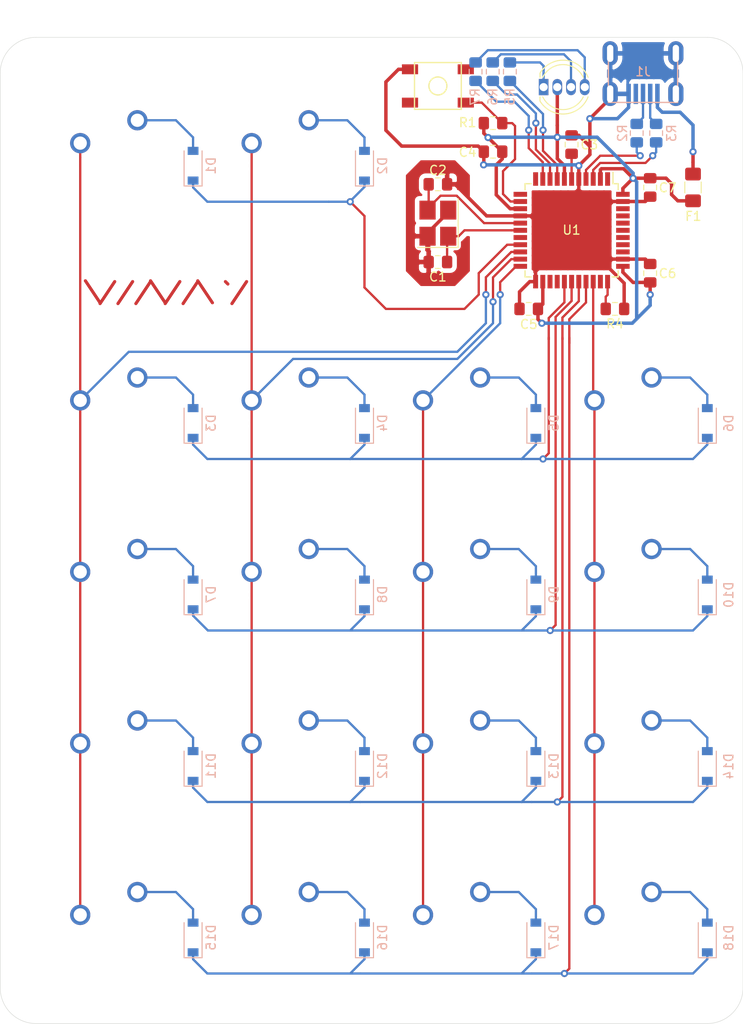
<source format=kicad_pcb>
(kicad_pcb (version 20171130) (host pcbnew "(5.1.2)-2")

  (general
    (thickness 1.6)
    (drawings 10)
    (tracks 397)
    (zones 0)
    (modules 56)
    (nets 61)
  )

  (page A4)
  (layers
    (0 F.Cu signal)
    (31 B.Cu signal)
    (32 B.Adhes user)
    (33 F.Adhes user)
    (34 B.Paste user)
    (35 F.Paste user)
    (36 B.SilkS user)
    (37 F.SilkS user)
    (38 B.Mask user)
    (39 F.Mask user)
    (40 Dwgs.User user)
    (41 Cmts.User user)
    (42 Eco1.User user)
    (43 Eco2.User user)
    (44 Edge.Cuts user)
    (45 Margin user)
    (46 B.CrtYd user)
    (47 F.CrtYd user)
    (48 B.Fab user)
    (49 F.Fab user)
  )

  (setup
    (last_trace_width 0.254)
    (trace_clearance 0.2)
    (zone_clearance 0.508)
    (zone_45_only no)
    (trace_min 0.2)
    (via_size 0.8)
    (via_drill 0.4)
    (via_min_size 0.4)
    (via_min_drill 0.3)
    (uvia_size 0.3)
    (uvia_drill 0.1)
    (uvias_allowed no)
    (uvia_min_size 0.2)
    (uvia_min_drill 0.1)
    (edge_width 0.05)
    (segment_width 0.2)
    (pcb_text_width 0.3)
    (pcb_text_size 1.5 1.5)
    (mod_edge_width 0.12)
    (mod_text_size 1 1)
    (mod_text_width 0.15)
    (pad_size 1.524 1.524)
    (pad_drill 0.762)
    (pad_to_mask_clearance 0.051)
    (solder_mask_min_width 0.25)
    (aux_axis_origin 0 0)
    (visible_elements 7FFFFFFF)
    (pcbplotparams
      (layerselection 0x010f0_ffffffff)
      (usegerberextensions true)
      (usegerberattributes false)
      (usegerberadvancedattributes false)
      (creategerberjobfile false)
      (excludeedgelayer true)
      (linewidth 0.100000)
      (plotframeref false)
      (viasonmask false)
      (mode 1)
      (useauxorigin false)
      (hpglpennumber 1)
      (hpglpenspeed 20)
      (hpglpendiameter 15.000000)
      (psnegative false)
      (psa4output false)
      (plotreference true)
      (plotvalue true)
      (plotinvisibletext false)
      (padsonsilk false)
      (subtractmaskfromsilk true)
      (outputformat 1)
      (mirror false)
      (drillshape 0)
      (scaleselection 1)
      (outputdirectory "../Gerbers/"))
  )

  (net 0 "")
  (net 1 GND)
  (net 2 "Net-(C1-Pad1)")
  (net 3 "Net-(C2-Pad2)")
  (net 4 "Net-(C3-Pad1)")
  (net 5 +5V)
  (net 6 "Net-(D1-Pad2)")
  (net 7 ROW0)
  (net 8 "Net-(D2-Pad2)")
  (net 9 "Net-(D3-Pad2)")
  (net 10 ROW1)
  (net 11 "Net-(D4-Pad2)")
  (net 12 "Net-(D5-Pad2)")
  (net 13 "Net-(D6-Pad2)")
  (net 14 "Net-(D7-Pad2)")
  (net 15 ROW2)
  (net 16 "Net-(D8-Pad2)")
  (net 17 "Net-(D9-Pad2)")
  (net 18 "Net-(D10-Pad2)")
  (net 19 "Net-(D11-Pad2)")
  (net 20 ROW3)
  (net 21 "Net-(D12-Pad2)")
  (net 22 "Net-(D13-Pad2)")
  (net 23 "Net-(D14-Pad2)")
  (net 24 "Net-(D15-Pad2)")
  (net 25 ROW4)
  (net 26 "Net-(D16-Pad2)")
  (net 27 "Net-(D17-Pad2)")
  (net 28 "Net-(D18-Pad2)")
  (net 29 VCC)
  (net 30 D-)
  (net 31 COL0)
  (net 32 COL1)
  (net 33 COL2)
  (net 34 COL3)
  (net 35 "Net-(R1-Pad2)")
  (net 36 D+)
  (net 37 "Net-(R2-Pad1)")
  (net 38 "Net-(R3-Pad2)")
  (net 39 "Net-(R4-Pad2)")
  (net 40 "Net-(U1-Pad42)")
  (net 41 "Net-(U1-Pad41)")
  (net 42 "Net-(U1-Pad40)")
  (net 43 "Net-(U1-Pad39)")
  (net 44 "Net-(U1-Pad38)")
  (net 45 "Net-(U1-Pad37)")
  (net 46 "Net-(U1-Pad36)")
  (net 47 "Net-(U1-Pad32)")
  (net 48 "Net-(U1-Pad26)")
  (net 49 "Net-(U1-Pad25)")
  (net 50 "Net-(U1-Pad18)")
  (net 51 "Net-(U1-Pad12)")
  (net 52 "Net-(U1-Pad11)")
  (net 53 "Net-(U1-Pad1)")
  (net 54 "Net-(J1-Pad4)")
  (net 55 "Net-(D19-Pad4)")
  (net 56 "Net-(D19-Pad3)")
  (net 57 "Net-(D19-Pad1)")
  (net 58 LED_R)
  (net 59 LED_G)
  (net 60 LED_B)

  (net_class Default "This is the default net class."
    (clearance 0.2)
    (trace_width 0.254)
    (via_dia 0.8)
    (via_drill 0.4)
    (uvia_dia 0.3)
    (uvia_drill 0.1)
    (add_net COL0)
    (add_net COL1)
    (add_net COL2)
    (add_net COL3)
    (add_net D+)
    (add_net D-)
    (add_net LED_B)
    (add_net LED_G)
    (add_net LED_R)
    (add_net "Net-(C1-Pad1)")
    (add_net "Net-(C2-Pad2)")
    (add_net "Net-(C3-Pad1)")
    (add_net "Net-(D1-Pad2)")
    (add_net "Net-(D10-Pad2)")
    (add_net "Net-(D11-Pad2)")
    (add_net "Net-(D12-Pad2)")
    (add_net "Net-(D13-Pad2)")
    (add_net "Net-(D14-Pad2)")
    (add_net "Net-(D15-Pad2)")
    (add_net "Net-(D16-Pad2)")
    (add_net "Net-(D17-Pad2)")
    (add_net "Net-(D18-Pad2)")
    (add_net "Net-(D19-Pad1)")
    (add_net "Net-(D19-Pad3)")
    (add_net "Net-(D19-Pad4)")
    (add_net "Net-(D2-Pad2)")
    (add_net "Net-(D3-Pad2)")
    (add_net "Net-(D4-Pad2)")
    (add_net "Net-(D5-Pad2)")
    (add_net "Net-(D6-Pad2)")
    (add_net "Net-(D7-Pad2)")
    (add_net "Net-(D8-Pad2)")
    (add_net "Net-(D9-Pad2)")
    (add_net "Net-(J1-Pad4)")
    (add_net "Net-(R1-Pad2)")
    (add_net "Net-(R2-Pad1)")
    (add_net "Net-(R3-Pad2)")
    (add_net "Net-(R4-Pad2)")
    (add_net "Net-(U1-Pad1)")
    (add_net "Net-(U1-Pad11)")
    (add_net "Net-(U1-Pad12)")
    (add_net "Net-(U1-Pad18)")
    (add_net "Net-(U1-Pad25)")
    (add_net "Net-(U1-Pad26)")
    (add_net "Net-(U1-Pad32)")
    (add_net "Net-(U1-Pad36)")
    (add_net "Net-(U1-Pad37)")
    (add_net "Net-(U1-Pad38)")
    (add_net "Net-(U1-Pad39)")
    (add_net "Net-(U1-Pad40)")
    (add_net "Net-(U1-Pad41)")
    (add_net "Net-(U1-Pad42)")
    (add_net ROW0)
    (add_net ROW1)
    (add_net ROW2)
    (add_net ROW3)
    (add_net ROW4)
  )

  (net_class Power ""
    (clearance 0.2)
    (trace_width 0.381)
    (via_dia 0.8)
    (via_drill 0.4)
    (uvia_dia 0.3)
    (uvia_drill 0.1)
    (add_net +5V)
    (add_net GND)
    (add_net VCC)
  )

  (module rootpad:LED_D5.0mm-4_RGB_spaced (layer F.Cu) (tedit 5D5567D3) (tstamp 5D555DB0)
    (at 178.1175 51.562)
    (descr "LED, diameter 5.0mm, 2 pins, diameter 5.0mm, 3 pins, diameter 5.0mm, 4 pins, http://www.kingbright.com/attachments/file/psearch/000/00/00/L-154A4SUREQBFZGEW(Ver.9A).pdf")
    (tags "LED diameter 5.0mm 2 pins diameter 5.0mm 3 pins diameter 5.0mm 4 pins RGB RGBLED")
    (path /5D532DFA)
    (fp_text reference D19 (at 1.905 1.651) (layer F.SilkS) hide
      (effects (font (size 1 1) (thickness 0.15)))
    )
    (fp_text value LED_RAGB (at 1.905 3.96) (layer F.Fab)
      (effects (font (size 1 1) (thickness 0.15)))
    )
    (fp_text user %R (at 1.905 1.651) (layer F.Fab)
      (effects (font (size 1 1) (thickness 0.15)))
    )
    (fp_line (start 5.15 -3.25) (end -1.35 -3.25) (layer F.CrtYd) (width 0.05))
    (fp_line (start 5.15 3.25) (end 5.15 -3.25) (layer F.CrtYd) (width 0.05))
    (fp_line (start -1.35 3.25) (end 5.15 3.25) (layer F.CrtYd) (width 0.05))
    (fp_line (start -1.35 -3.25) (end -1.35 3.25) (layer F.CrtYd) (width 0.05))
    (fp_line (start -0.655 1.08) (end -0.655 1.545) (layer F.SilkS) (width 0.12))
    (fp_line (start -0.655 -1.545) (end -0.655 -1.08) (layer F.SilkS) (width 0.12))
    (fp_line (start -0.595 -1.469694) (end -0.595 1.469694) (layer F.Fab) (width 0.1))
    (fp_circle (center 1.905 0) (end 4.405 0) (layer F.Fab) (width 0.1))
    (fp_arc (start 1.905 0) (end -0.349684 1.08) (angle -128.8) (layer F.SilkS) (width 0.12))
    (fp_arc (start 1.905 0) (end -0.349684 -1.08) (angle 128.8) (layer F.SilkS) (width 0.12))
    (fp_arc (start 1.905 0) (end -0.655 1.54483) (angle -127.7) (layer F.SilkS) (width 0.12))
    (fp_arc (start 1.905 0) (end -0.655 -1.54483) (angle 127.7) (layer F.SilkS) (width 0.12))
    (fp_arc (start 1.905 0) (end -0.595 -1.469694) (angle 299.1) (layer F.Fab) (width 0.1))
    (pad 4 thru_hole oval (at 4.318 0) (size 1.07 1.8) (drill 0.9) (layers *.Cu *.Mask)
      (net 55 "Net-(D19-Pad4)"))
    (pad 3 thru_hole oval (at 2.794 0) (size 1.07 1.8) (drill 0.9) (layers *.Cu *.Mask)
      (net 56 "Net-(D19-Pad3)"))
    (pad 2 thru_hole oval (at 1.27 0) (size 1.07 1.8) (drill 0.9) (layers *.Cu *.Mask)
      (net 5 +5V))
    (pad 1 thru_hole rect (at -0.254 0) (size 1.07 1.8) (drill 0.9) (layers *.Cu *.Mask)
      (net 57 "Net-(D19-Pad1)"))
    (model ${KISYS3DMOD}/LED_THT.3dshapes/LED_D5.0mm-4_RGB.wrl
      (at (xyz 0 0 0))
      (scale (xyz 1 1 1))
      (rotate (xyz 0 0 0))
    )
  )

  (module random-keyboard-parts:SKQG-1155865 (layer F.Cu) (tedit 5C42C5DE) (tstamp 5D5469C0)
    (at 166.116 51.435 180)
    (path /5D400B6F)
    (attr smd)
    (fp_text reference SW1 (at 0 -3.4925) (layer F.SilkS) hide
      (effects (font (size 1 1) (thickness 0.15)))
    )
    (fp_text value SW_Push (at 0 -4.064) (layer F.Fab)
      (effects (font (size 1 1) (thickness 0.15)))
    )
    (fp_line (start -2.6 1.1) (end -1.1 2.6) (layer F.Fab) (width 0.15))
    (fp_line (start 2.6 1.1) (end 1.1 2.6) (layer F.Fab) (width 0.15))
    (fp_line (start 2.6 -1.1) (end 1.1 -2.6) (layer F.Fab) (width 0.15))
    (fp_line (start -2.6 -1.1) (end -1.1 -2.6) (layer F.Fab) (width 0.15))
    (fp_circle (center 0 0) (end 1 0) (layer F.Fab) (width 0.15))
    (fp_line (start -4.2 -1.1) (end -4.2 -2.6) (layer F.Fab) (width 0.15))
    (fp_line (start -2.6 -1.1) (end -4.2 -1.1) (layer F.Fab) (width 0.15))
    (fp_line (start -2.6 1.1) (end -2.6 -1.1) (layer F.Fab) (width 0.15))
    (fp_line (start -4.2 1.1) (end -2.6 1.1) (layer F.Fab) (width 0.15))
    (fp_line (start -4.2 2.6) (end -4.2 1.1) (layer F.Fab) (width 0.15))
    (fp_line (start 4.2 2.6) (end -4.2 2.6) (layer F.Fab) (width 0.15))
    (fp_line (start 4.2 1.1) (end 4.2 2.6) (layer F.Fab) (width 0.15))
    (fp_line (start 2.6 1.1) (end 4.2 1.1) (layer F.Fab) (width 0.15))
    (fp_line (start 2.6 -1.1) (end 2.6 1.1) (layer F.Fab) (width 0.15))
    (fp_line (start 4.2 -1.1) (end 2.6 -1.1) (layer F.Fab) (width 0.15))
    (fp_line (start 4.2 -2.6) (end 4.2 -1.2) (layer F.Fab) (width 0.15))
    (fp_line (start -4.2 -2.6) (end 4.2 -2.6) (layer F.Fab) (width 0.15))
    (fp_circle (center 0 0) (end 1 0) (layer F.SilkS) (width 0.15))
    (fp_line (start -2.6 2.6) (end -2.6 -2.6) (layer F.SilkS) (width 0.15))
    (fp_line (start 2.6 2.6) (end -2.6 2.6) (layer F.SilkS) (width 0.15))
    (fp_line (start 2.6 -2.6) (end 2.6 2.6) (layer F.SilkS) (width 0.15))
    (fp_line (start -2.6 -2.6) (end 2.6 -2.6) (layer F.SilkS) (width 0.15))
    (pad 1 smd rect (at 3.1 1.85 180) (size 1.8 1.1) (layers F.Cu F.Paste F.Mask)
      (net 1 GND))
    (pad 2 smd rect (at -3.1 -1.85 180) (size 1.8 1.1) (layers F.Cu F.Paste F.Mask)
      (net 35 "Net-(R1-Pad2)"))
    (pad 3 smd rect (at 3.1 -1.85 180) (size 1.8 1.1) (layers F.Cu F.Paste F.Mask))
    (pad 4 smd rect (at -3.1 1.85 180) (size 1.8 1.1) (layers F.Cu F.Paste F.Mask))
  )

  (module Diode_SMD:D_SOD-123 (layer B.Cu) (tedit 58645DC7) (tstamp 5D4D2333)
    (at 196.05752 146.01952 90)
    (descr SOD-123)
    (tags SOD-123)
    (path /5D43E5EE)
    (attr smd)
    (fp_text reference D18 (at -0.03048 2.37998 90) (layer B.SilkS)
      (effects (font (size 1 1) (thickness 0.15)) (justify mirror))
    )
    (fp_text value D_Small (at 0 -2.1 90) (layer B.Fab)
      (effects (font (size 1 1) (thickness 0.15)) (justify mirror))
    )
    (fp_line (start -2.25 1) (end 1.65 1) (layer B.SilkS) (width 0.12))
    (fp_line (start -2.25 -1) (end 1.65 -1) (layer B.SilkS) (width 0.12))
    (fp_line (start -2.35 1.15) (end -2.35 -1.15) (layer B.CrtYd) (width 0.05))
    (fp_line (start 2.35 -1.15) (end -2.35 -1.15) (layer B.CrtYd) (width 0.05))
    (fp_line (start 2.35 1.15) (end 2.35 -1.15) (layer B.CrtYd) (width 0.05))
    (fp_line (start -2.35 1.15) (end 2.35 1.15) (layer B.CrtYd) (width 0.05))
    (fp_line (start -1.4 0.9) (end 1.4 0.9) (layer B.Fab) (width 0.1))
    (fp_line (start 1.4 0.9) (end 1.4 -0.9) (layer B.Fab) (width 0.1))
    (fp_line (start 1.4 -0.9) (end -1.4 -0.9) (layer B.Fab) (width 0.1))
    (fp_line (start -1.4 -0.9) (end -1.4 0.9) (layer B.Fab) (width 0.1))
    (fp_line (start -0.75 0) (end -0.35 0) (layer B.Fab) (width 0.1))
    (fp_line (start -0.35 0) (end -0.35 0.55) (layer B.Fab) (width 0.1))
    (fp_line (start -0.35 0) (end -0.35 -0.55) (layer B.Fab) (width 0.1))
    (fp_line (start -0.35 0) (end 0.25 0.4) (layer B.Fab) (width 0.1))
    (fp_line (start 0.25 0.4) (end 0.25 -0.4) (layer B.Fab) (width 0.1))
    (fp_line (start 0.25 -0.4) (end -0.35 0) (layer B.Fab) (width 0.1))
    (fp_line (start 0.25 0) (end 0.75 0) (layer B.Fab) (width 0.1))
    (fp_line (start -2.25 1) (end -2.25 -1) (layer B.SilkS) (width 0.12))
    (fp_text user %R (at -0.03048 2.37998 90) (layer B.Fab)
      (effects (font (size 1 1) (thickness 0.15)) (justify mirror))
    )
    (pad 2 smd rect (at 1.65 0 90) (size 0.9 1.2) (layers B.Cu B.Paste B.Mask)
      (net 28 "Net-(D18-Pad2)"))
    (pad 1 smd rect (at -1.65 0 90) (size 0.9 1.2) (layers B.Cu B.Paste B.Mask)
      (net 25 ROW4))
    (model ${KISYS3DMOD}/Diode_SMD.3dshapes/D_SOD-123.wrl
      (at (xyz 0 0 0))
      (scale (xyz 1 1 1))
      (rotate (xyz 0 0 0))
    )
  )

  (module Diode_SMD:D_SOD-123 (layer B.Cu) (tedit 58645DC7) (tstamp 5D4E06AE)
    (at 177.00752 146.01825 90)
    (descr SOD-123)
    (tags SOD-123)
    (path /5D43C82A)
    (attr smd)
    (fp_text reference D17 (at 0 2 90) (layer B.SilkS)
      (effects (font (size 1 1) (thickness 0.15)) (justify mirror))
    )
    (fp_text value D_Small (at 0 -2.1 90) (layer B.Fab)
      (effects (font (size 1 1) (thickness 0.15)) (justify mirror))
    )
    (fp_line (start -2.25 1) (end 1.65 1) (layer B.SilkS) (width 0.12))
    (fp_line (start -2.25 -1) (end 1.65 -1) (layer B.SilkS) (width 0.12))
    (fp_line (start -2.35 1.15) (end -2.35 -1.15) (layer B.CrtYd) (width 0.05))
    (fp_line (start 2.35 -1.15) (end -2.35 -1.15) (layer B.CrtYd) (width 0.05))
    (fp_line (start 2.35 1.15) (end 2.35 -1.15) (layer B.CrtYd) (width 0.05))
    (fp_line (start -2.35 1.15) (end 2.35 1.15) (layer B.CrtYd) (width 0.05))
    (fp_line (start -1.4 0.9) (end 1.4 0.9) (layer B.Fab) (width 0.1))
    (fp_line (start 1.4 0.9) (end 1.4 -0.9) (layer B.Fab) (width 0.1))
    (fp_line (start 1.4 -0.9) (end -1.4 -0.9) (layer B.Fab) (width 0.1))
    (fp_line (start -1.4 -0.9) (end -1.4 0.9) (layer B.Fab) (width 0.1))
    (fp_line (start -0.75 0) (end -0.35 0) (layer B.Fab) (width 0.1))
    (fp_line (start -0.35 0) (end -0.35 0.55) (layer B.Fab) (width 0.1))
    (fp_line (start -0.35 0) (end -0.35 -0.55) (layer B.Fab) (width 0.1))
    (fp_line (start -0.35 0) (end 0.25 0.4) (layer B.Fab) (width 0.1))
    (fp_line (start 0.25 0.4) (end 0.25 -0.4) (layer B.Fab) (width 0.1))
    (fp_line (start 0.25 -0.4) (end -0.35 0) (layer B.Fab) (width 0.1))
    (fp_line (start 0.25 0) (end 0.75 0) (layer B.Fab) (width 0.1))
    (fp_line (start -2.25 1) (end -2.25 -1) (layer B.SilkS) (width 0.12))
    (fp_text user %R (at 0 2 90) (layer B.Fab)
      (effects (font (size 1 1) (thickness 0.15)) (justify mirror))
    )
    (pad 2 smd rect (at 1.65 0 90) (size 0.9 1.2) (layers B.Cu B.Paste B.Mask)
      (net 27 "Net-(D17-Pad2)"))
    (pad 1 smd rect (at -1.65 0 90) (size 0.9 1.2) (layers B.Cu B.Paste B.Mask)
      (net 25 ROW4))
    (model ${KISYS3DMOD}/Diode_SMD.3dshapes/D_SOD-123.wrl
      (at (xyz 0 0 0))
      (scale (xyz 1 1 1))
      (rotate (xyz 0 0 0))
    )
  )

  (module Diode_SMD:D_SOD-123 (layer B.Cu) (tedit 58645DC7) (tstamp 5D4DE298)
    (at 157.95752 146.01952 90)
    (descr SOD-123)
    (tags SOD-123)
    (path /5D43AF78)
    (attr smd)
    (fp_text reference D16 (at 0 2 90) (layer B.SilkS)
      (effects (font (size 1 1) (thickness 0.15)) (justify mirror))
    )
    (fp_text value D_Small (at 0 -2.1 90) (layer B.Fab)
      (effects (font (size 1 1) (thickness 0.15)) (justify mirror))
    )
    (fp_line (start -2.25 1) (end 1.65 1) (layer B.SilkS) (width 0.12))
    (fp_line (start -2.25 -1) (end 1.65 -1) (layer B.SilkS) (width 0.12))
    (fp_line (start -2.35 1.15) (end -2.35 -1.15) (layer B.CrtYd) (width 0.05))
    (fp_line (start 2.35 -1.15) (end -2.35 -1.15) (layer B.CrtYd) (width 0.05))
    (fp_line (start 2.35 1.15) (end 2.35 -1.15) (layer B.CrtYd) (width 0.05))
    (fp_line (start -2.35 1.15) (end 2.35 1.15) (layer B.CrtYd) (width 0.05))
    (fp_line (start -1.4 0.9) (end 1.4 0.9) (layer B.Fab) (width 0.1))
    (fp_line (start 1.4 0.9) (end 1.4 -0.9) (layer B.Fab) (width 0.1))
    (fp_line (start 1.4 -0.9) (end -1.4 -0.9) (layer B.Fab) (width 0.1))
    (fp_line (start -1.4 -0.9) (end -1.4 0.9) (layer B.Fab) (width 0.1))
    (fp_line (start -0.75 0) (end -0.35 0) (layer B.Fab) (width 0.1))
    (fp_line (start -0.35 0) (end -0.35 0.55) (layer B.Fab) (width 0.1))
    (fp_line (start -0.35 0) (end -0.35 -0.55) (layer B.Fab) (width 0.1))
    (fp_line (start -0.35 0) (end 0.25 0.4) (layer B.Fab) (width 0.1))
    (fp_line (start 0.25 0.4) (end 0.25 -0.4) (layer B.Fab) (width 0.1))
    (fp_line (start 0.25 -0.4) (end -0.35 0) (layer B.Fab) (width 0.1))
    (fp_line (start 0.25 0) (end 0.75 0) (layer B.Fab) (width 0.1))
    (fp_line (start -2.25 1) (end -2.25 -1) (layer B.SilkS) (width 0.12))
    (fp_text user %R (at 0 2 90) (layer B.Fab)
      (effects (font (size 1 1) (thickness 0.15)) (justify mirror))
    )
    (pad 2 smd rect (at 1.65 0 90) (size 0.9 1.2) (layers B.Cu B.Paste B.Mask)
      (net 26 "Net-(D16-Pad2)"))
    (pad 1 smd rect (at -1.65 0 90) (size 0.9 1.2) (layers B.Cu B.Paste B.Mask)
      (net 25 ROW4))
    (model ${KISYS3DMOD}/Diode_SMD.3dshapes/D_SOD-123.wrl
      (at (xyz 0 0 0))
      (scale (xyz 1 1 1))
      (rotate (xyz 0 0 0))
    )
  )

  (module Diode_SMD:D_SOD-123 (layer B.Cu) (tedit 58645DC7) (tstamp 5D4D2255)
    (at 138.90752 146.01952 90)
    (descr SOD-123)
    (tags SOD-123)
    (path /5D4393D2)
    (attr smd)
    (fp_text reference D15 (at 0 2 90) (layer B.SilkS)
      (effects (font (size 1 1) (thickness 0.15)) (justify mirror))
    )
    (fp_text value D_Small (at 0 -2.1 90) (layer B.Fab)
      (effects (font (size 1 1) (thickness 0.15)) (justify mirror))
    )
    (fp_line (start -2.25 1) (end 1.65 1) (layer B.SilkS) (width 0.12))
    (fp_line (start -2.25 -1) (end 1.65 -1) (layer B.SilkS) (width 0.12))
    (fp_line (start -2.35 1.15) (end -2.35 -1.15) (layer B.CrtYd) (width 0.05))
    (fp_line (start 2.35 -1.15) (end -2.35 -1.15) (layer B.CrtYd) (width 0.05))
    (fp_line (start 2.35 1.15) (end 2.35 -1.15) (layer B.CrtYd) (width 0.05))
    (fp_line (start -2.35 1.15) (end 2.35 1.15) (layer B.CrtYd) (width 0.05))
    (fp_line (start -1.4 0.9) (end 1.4 0.9) (layer B.Fab) (width 0.1))
    (fp_line (start 1.4 0.9) (end 1.4 -0.9) (layer B.Fab) (width 0.1))
    (fp_line (start 1.4 -0.9) (end -1.4 -0.9) (layer B.Fab) (width 0.1))
    (fp_line (start -1.4 -0.9) (end -1.4 0.9) (layer B.Fab) (width 0.1))
    (fp_line (start -0.75 0) (end -0.35 0) (layer B.Fab) (width 0.1))
    (fp_line (start -0.35 0) (end -0.35 0.55) (layer B.Fab) (width 0.1))
    (fp_line (start -0.35 0) (end -0.35 -0.55) (layer B.Fab) (width 0.1))
    (fp_line (start -0.35 0) (end 0.25 0.4) (layer B.Fab) (width 0.1))
    (fp_line (start 0.25 0.4) (end 0.25 -0.4) (layer B.Fab) (width 0.1))
    (fp_line (start 0.25 -0.4) (end -0.35 0) (layer B.Fab) (width 0.1))
    (fp_line (start 0.25 0) (end 0.75 0) (layer B.Fab) (width 0.1))
    (fp_line (start -2.25 1) (end -2.25 -1) (layer B.SilkS) (width 0.12))
    (fp_text user %R (at 0 2 90) (layer B.Fab)
      (effects (font (size 1 1) (thickness 0.15)) (justify mirror))
    )
    (pad 2 smd rect (at 1.65 0 90) (size 0.9 1.2) (layers B.Cu B.Paste B.Mask)
      (net 24 "Net-(D15-Pad2)"))
    (pad 1 smd rect (at -1.65 0 90) (size 0.9 1.2) (layers B.Cu B.Paste B.Mask)
      (net 25 ROW4))
    (model ${KISYS3DMOD}/Diode_SMD.3dshapes/D_SOD-123.wrl
      (at (xyz 0 0 0))
      (scale (xyz 1 1 1))
      (rotate (xyz 0 0 0))
    )
  )

  (module Diode_SMD:D_SOD-123 (layer B.Cu) (tedit 58645DC7) (tstamp 5D5490BF)
    (at 196.05752 126.96952 90)
    (descr SOD-123)
    (tags SOD-123)
    (path /5D429D8A)
    (attr smd)
    (fp_text reference D14 (at -0.03048 2.37998 90) (layer B.SilkS)
      (effects (font (size 1 1) (thickness 0.15)) (justify mirror))
    )
    (fp_text value D_Small (at 0 -2.1 90) (layer B.Fab)
      (effects (font (size 1 1) (thickness 0.15)) (justify mirror))
    )
    (fp_line (start -2.25 1) (end 1.65 1) (layer B.SilkS) (width 0.12))
    (fp_line (start -2.25 -1) (end 1.65 -1) (layer B.SilkS) (width 0.12))
    (fp_line (start -2.35 1.15) (end -2.35 -1.15) (layer B.CrtYd) (width 0.05))
    (fp_line (start 2.35 -1.15) (end -2.35 -1.15) (layer B.CrtYd) (width 0.05))
    (fp_line (start 2.35 1.15) (end 2.35 -1.15) (layer B.CrtYd) (width 0.05))
    (fp_line (start -2.35 1.15) (end 2.35 1.15) (layer B.CrtYd) (width 0.05))
    (fp_line (start -1.4 0.9) (end 1.4 0.9) (layer B.Fab) (width 0.1))
    (fp_line (start 1.4 0.9) (end 1.4 -0.9) (layer B.Fab) (width 0.1))
    (fp_line (start 1.4 -0.9) (end -1.4 -0.9) (layer B.Fab) (width 0.1))
    (fp_line (start -1.4 -0.9) (end -1.4 0.9) (layer B.Fab) (width 0.1))
    (fp_line (start -0.75 0) (end -0.35 0) (layer B.Fab) (width 0.1))
    (fp_line (start -0.35 0) (end -0.35 0.55) (layer B.Fab) (width 0.1))
    (fp_line (start -0.35 0) (end -0.35 -0.55) (layer B.Fab) (width 0.1))
    (fp_line (start -0.35 0) (end 0.25 0.4) (layer B.Fab) (width 0.1))
    (fp_line (start 0.25 0.4) (end 0.25 -0.4) (layer B.Fab) (width 0.1))
    (fp_line (start 0.25 -0.4) (end -0.35 0) (layer B.Fab) (width 0.1))
    (fp_line (start 0.25 0) (end 0.75 0) (layer B.Fab) (width 0.1))
    (fp_line (start -2.25 1) (end -2.25 -1) (layer B.SilkS) (width 0.12))
    (fp_text user %R (at -0.03048 2.37998 90) (layer B.Fab)
      (effects (font (size 1 1) (thickness 0.15)) (justify mirror))
    )
    (pad 2 smd rect (at 1.65 0 90) (size 0.9 1.2) (layers B.Cu B.Paste B.Mask)
      (net 23 "Net-(D14-Pad2)"))
    (pad 1 smd rect (at -1.65 0 90) (size 0.9 1.2) (layers B.Cu B.Paste B.Mask)
      (net 20 ROW3))
    (model ${KISYS3DMOD}/Diode_SMD.3dshapes/D_SOD-123.wrl
      (at (xyz 0 0 0))
      (scale (xyz 1 1 1))
      (rotate (xyz 0 0 0))
    )
  )

  (module Diode_SMD:D_SOD-123 (layer B.Cu) (tedit 58645DC7) (tstamp 5D4D1C64)
    (at 177.00752 126.96952 90)
    (descr SOD-123)
    (tags SOD-123)
    (path /5D428936)
    (attr smd)
    (fp_text reference D13 (at 0 2 90) (layer B.SilkS)
      (effects (font (size 1 1) (thickness 0.15)) (justify mirror))
    )
    (fp_text value D_Small (at 0 -2.1 90) (layer B.Fab)
      (effects (font (size 1 1) (thickness 0.15)) (justify mirror))
    )
    (fp_line (start -2.25 1) (end 1.65 1) (layer B.SilkS) (width 0.12))
    (fp_line (start -2.25 -1) (end 1.65 -1) (layer B.SilkS) (width 0.12))
    (fp_line (start -2.35 1.15) (end -2.35 -1.15) (layer B.CrtYd) (width 0.05))
    (fp_line (start 2.35 -1.15) (end -2.35 -1.15) (layer B.CrtYd) (width 0.05))
    (fp_line (start 2.35 1.15) (end 2.35 -1.15) (layer B.CrtYd) (width 0.05))
    (fp_line (start -2.35 1.15) (end 2.35 1.15) (layer B.CrtYd) (width 0.05))
    (fp_line (start -1.4 0.9) (end 1.4 0.9) (layer B.Fab) (width 0.1))
    (fp_line (start 1.4 0.9) (end 1.4 -0.9) (layer B.Fab) (width 0.1))
    (fp_line (start 1.4 -0.9) (end -1.4 -0.9) (layer B.Fab) (width 0.1))
    (fp_line (start -1.4 -0.9) (end -1.4 0.9) (layer B.Fab) (width 0.1))
    (fp_line (start -0.75 0) (end -0.35 0) (layer B.Fab) (width 0.1))
    (fp_line (start -0.35 0) (end -0.35 0.55) (layer B.Fab) (width 0.1))
    (fp_line (start -0.35 0) (end -0.35 -0.55) (layer B.Fab) (width 0.1))
    (fp_line (start -0.35 0) (end 0.25 0.4) (layer B.Fab) (width 0.1))
    (fp_line (start 0.25 0.4) (end 0.25 -0.4) (layer B.Fab) (width 0.1))
    (fp_line (start 0.25 -0.4) (end -0.35 0) (layer B.Fab) (width 0.1))
    (fp_line (start 0.25 0) (end 0.75 0) (layer B.Fab) (width 0.1))
    (fp_line (start -2.25 1) (end -2.25 -1) (layer B.SilkS) (width 0.12))
    (fp_text user %R (at 0 2 90) (layer B.Fab)
      (effects (font (size 1 1) (thickness 0.15)) (justify mirror))
    )
    (pad 2 smd rect (at 1.65 0 90) (size 0.9 1.2) (layers B.Cu B.Paste B.Mask)
      (net 22 "Net-(D13-Pad2)"))
    (pad 1 smd rect (at -1.65 0 90) (size 0.9 1.2) (layers B.Cu B.Paste B.Mask)
      (net 20 ROW3))
    (model ${KISYS3DMOD}/Diode_SMD.3dshapes/D_SOD-123.wrl
      (at (xyz 0 0 0))
      (scale (xyz 1 1 1))
      (rotate (xyz 0 0 0))
    )
  )

  (module Diode_SMD:D_SOD-123 (layer B.Cu) (tedit 58645DC7) (tstamp 5D4D1CD0)
    (at 157.95752 126.96952 90)
    (descr SOD-123)
    (tags SOD-123)
    (path /5D424122)
    (attr smd)
    (fp_text reference D12 (at 0 2 90) (layer B.SilkS)
      (effects (font (size 1 1) (thickness 0.15)) (justify mirror))
    )
    (fp_text value D_Small (at 0 -2.1 90) (layer B.Fab)
      (effects (font (size 1 1) (thickness 0.15)) (justify mirror))
    )
    (fp_line (start -2.25 1) (end 1.65 1) (layer B.SilkS) (width 0.12))
    (fp_line (start -2.25 -1) (end 1.65 -1) (layer B.SilkS) (width 0.12))
    (fp_line (start -2.35 1.15) (end -2.35 -1.15) (layer B.CrtYd) (width 0.05))
    (fp_line (start 2.35 -1.15) (end -2.35 -1.15) (layer B.CrtYd) (width 0.05))
    (fp_line (start 2.35 1.15) (end 2.35 -1.15) (layer B.CrtYd) (width 0.05))
    (fp_line (start -2.35 1.15) (end 2.35 1.15) (layer B.CrtYd) (width 0.05))
    (fp_line (start -1.4 0.9) (end 1.4 0.9) (layer B.Fab) (width 0.1))
    (fp_line (start 1.4 0.9) (end 1.4 -0.9) (layer B.Fab) (width 0.1))
    (fp_line (start 1.4 -0.9) (end -1.4 -0.9) (layer B.Fab) (width 0.1))
    (fp_line (start -1.4 -0.9) (end -1.4 0.9) (layer B.Fab) (width 0.1))
    (fp_line (start -0.75 0) (end -0.35 0) (layer B.Fab) (width 0.1))
    (fp_line (start -0.35 0) (end -0.35 0.55) (layer B.Fab) (width 0.1))
    (fp_line (start -0.35 0) (end -0.35 -0.55) (layer B.Fab) (width 0.1))
    (fp_line (start -0.35 0) (end 0.25 0.4) (layer B.Fab) (width 0.1))
    (fp_line (start 0.25 0.4) (end 0.25 -0.4) (layer B.Fab) (width 0.1))
    (fp_line (start 0.25 -0.4) (end -0.35 0) (layer B.Fab) (width 0.1))
    (fp_line (start 0.25 0) (end 0.75 0) (layer B.Fab) (width 0.1))
    (fp_line (start -2.25 1) (end -2.25 -1) (layer B.SilkS) (width 0.12))
    (fp_text user %R (at 0 2 90) (layer B.Fab)
      (effects (font (size 1 1) (thickness 0.15)) (justify mirror))
    )
    (pad 2 smd rect (at 1.65 0 90) (size 0.9 1.2) (layers B.Cu B.Paste B.Mask)
      (net 21 "Net-(D12-Pad2)"))
    (pad 1 smd rect (at -1.65 0 90) (size 0.9 1.2) (layers B.Cu B.Paste B.Mask)
      (net 20 ROW3))
    (model ${KISYS3DMOD}/Diode_SMD.3dshapes/D_SOD-123.wrl
      (at (xyz 0 0 0))
      (scale (xyz 1 1 1))
      (rotate (xyz 0 0 0))
    )
  )

  (module Diode_SMD:D_SOD-123 (layer B.Cu) (tedit 58645DC7) (tstamp 5D4D1A5A)
    (at 138.90752 126.96952 90)
    (descr SOD-123)
    (tags SOD-123)
    (path /5D4208CD)
    (attr smd)
    (fp_text reference D11 (at 0 2 90) (layer B.SilkS)
      (effects (font (size 1 1) (thickness 0.15)) (justify mirror))
    )
    (fp_text value D_Small (at 0 -2.1 90) (layer B.Fab)
      (effects (font (size 1 1) (thickness 0.15)) (justify mirror))
    )
    (fp_line (start -2.25 1) (end 1.65 1) (layer B.SilkS) (width 0.12))
    (fp_line (start -2.25 -1) (end 1.65 -1) (layer B.SilkS) (width 0.12))
    (fp_line (start -2.35 1.15) (end -2.35 -1.15) (layer B.CrtYd) (width 0.05))
    (fp_line (start 2.35 -1.15) (end -2.35 -1.15) (layer B.CrtYd) (width 0.05))
    (fp_line (start 2.35 1.15) (end 2.35 -1.15) (layer B.CrtYd) (width 0.05))
    (fp_line (start -2.35 1.15) (end 2.35 1.15) (layer B.CrtYd) (width 0.05))
    (fp_line (start -1.4 0.9) (end 1.4 0.9) (layer B.Fab) (width 0.1))
    (fp_line (start 1.4 0.9) (end 1.4 -0.9) (layer B.Fab) (width 0.1))
    (fp_line (start 1.4 -0.9) (end -1.4 -0.9) (layer B.Fab) (width 0.1))
    (fp_line (start -1.4 -0.9) (end -1.4 0.9) (layer B.Fab) (width 0.1))
    (fp_line (start -0.75 0) (end -0.35 0) (layer B.Fab) (width 0.1))
    (fp_line (start -0.35 0) (end -0.35 0.55) (layer B.Fab) (width 0.1))
    (fp_line (start -0.35 0) (end -0.35 -0.55) (layer B.Fab) (width 0.1))
    (fp_line (start -0.35 0) (end 0.25 0.4) (layer B.Fab) (width 0.1))
    (fp_line (start 0.25 0.4) (end 0.25 -0.4) (layer B.Fab) (width 0.1))
    (fp_line (start 0.25 -0.4) (end -0.35 0) (layer B.Fab) (width 0.1))
    (fp_line (start 0.25 0) (end 0.75 0) (layer B.Fab) (width 0.1))
    (fp_line (start -2.25 1) (end -2.25 -1) (layer B.SilkS) (width 0.12))
    (fp_text user %R (at 0 2 90) (layer B.Fab)
      (effects (font (size 1 1) (thickness 0.15)) (justify mirror))
    )
    (pad 2 smd rect (at 1.65 0 90) (size 0.9 1.2) (layers B.Cu B.Paste B.Mask)
      (net 19 "Net-(D11-Pad2)"))
    (pad 1 smd rect (at -1.65 0 90) (size 0.9 1.2) (layers B.Cu B.Paste B.Mask)
      (net 20 ROW3))
    (model ${KISYS3DMOD}/Diode_SMD.3dshapes/D_SOD-123.wrl
      (at (xyz 0 0 0))
      (scale (xyz 1 1 1))
      (rotate (xyz 0 0 0))
    )
  )

  (module Diode_SMD:D_SOD-123 (layer B.Cu) (tedit 58645DC7) (tstamp 5D4D1D06)
    (at 196.05752 107.91952 90)
    (descr SOD-123)
    (tags SOD-123)
    (path /5D43179A)
    (attr smd)
    (fp_text reference D10 (at -0.03048 2.37998 90) (layer B.SilkS)
      (effects (font (size 1 1) (thickness 0.15)) (justify mirror))
    )
    (fp_text value D_Small (at 0 -2.1 90) (layer B.Fab)
      (effects (font (size 1 1) (thickness 0.15)) (justify mirror))
    )
    (fp_line (start -2.25 1) (end 1.65 1) (layer B.SilkS) (width 0.12))
    (fp_line (start -2.25 -1) (end 1.65 -1) (layer B.SilkS) (width 0.12))
    (fp_line (start -2.35 1.15) (end -2.35 -1.15) (layer B.CrtYd) (width 0.05))
    (fp_line (start 2.35 -1.15) (end -2.35 -1.15) (layer B.CrtYd) (width 0.05))
    (fp_line (start 2.35 1.15) (end 2.35 -1.15) (layer B.CrtYd) (width 0.05))
    (fp_line (start -2.35 1.15) (end 2.35 1.15) (layer B.CrtYd) (width 0.05))
    (fp_line (start -1.4 0.9) (end 1.4 0.9) (layer B.Fab) (width 0.1))
    (fp_line (start 1.4 0.9) (end 1.4 -0.9) (layer B.Fab) (width 0.1))
    (fp_line (start 1.4 -0.9) (end -1.4 -0.9) (layer B.Fab) (width 0.1))
    (fp_line (start -1.4 -0.9) (end -1.4 0.9) (layer B.Fab) (width 0.1))
    (fp_line (start -0.75 0) (end -0.35 0) (layer B.Fab) (width 0.1))
    (fp_line (start -0.35 0) (end -0.35 0.55) (layer B.Fab) (width 0.1))
    (fp_line (start -0.35 0) (end -0.35 -0.55) (layer B.Fab) (width 0.1))
    (fp_line (start -0.35 0) (end 0.25 0.4) (layer B.Fab) (width 0.1))
    (fp_line (start 0.25 0.4) (end 0.25 -0.4) (layer B.Fab) (width 0.1))
    (fp_line (start 0.25 -0.4) (end -0.35 0) (layer B.Fab) (width 0.1))
    (fp_line (start 0.25 0) (end 0.75 0) (layer B.Fab) (width 0.1))
    (fp_line (start -2.25 1) (end -2.25 -1) (layer B.SilkS) (width 0.12))
    (fp_text user %R (at -0.03048 2.37998 90) (layer B.Fab)
      (effects (font (size 1 1) (thickness 0.15)) (justify mirror))
    )
    (pad 2 smd rect (at 1.65 0 90) (size 0.9 1.2) (layers B.Cu B.Paste B.Mask)
      (net 18 "Net-(D10-Pad2)"))
    (pad 1 smd rect (at -1.65 0 90) (size 0.9 1.2) (layers B.Cu B.Paste B.Mask)
      (net 15 ROW2))
    (model ${KISYS3DMOD}/Diode_SMD.3dshapes/D_SOD-123.wrl
      (at (xyz 0 0 0))
      (scale (xyz 1 1 1))
      (rotate (xyz 0 0 0))
    )
  )

  (module Diode_SMD:D_SOD-123 (layer B.Cu) (tedit 58645DC7) (tstamp 5D4D1C9A)
    (at 177.00752 107.91952 90)
    (descr SOD-123)
    (tags SOD-123)
    (path /5D43016B)
    (attr smd)
    (fp_text reference D9 (at 0 2 90) (layer B.SilkS)
      (effects (font (size 1 1) (thickness 0.15)) (justify mirror))
    )
    (fp_text value D_Small (at 0 -2.1 90) (layer B.Fab)
      (effects (font (size 1 1) (thickness 0.15)) (justify mirror))
    )
    (fp_line (start -2.25 1) (end 1.65 1) (layer B.SilkS) (width 0.12))
    (fp_line (start -2.25 -1) (end 1.65 -1) (layer B.SilkS) (width 0.12))
    (fp_line (start -2.35 1.15) (end -2.35 -1.15) (layer B.CrtYd) (width 0.05))
    (fp_line (start 2.35 -1.15) (end -2.35 -1.15) (layer B.CrtYd) (width 0.05))
    (fp_line (start 2.35 1.15) (end 2.35 -1.15) (layer B.CrtYd) (width 0.05))
    (fp_line (start -2.35 1.15) (end 2.35 1.15) (layer B.CrtYd) (width 0.05))
    (fp_line (start -1.4 0.9) (end 1.4 0.9) (layer B.Fab) (width 0.1))
    (fp_line (start 1.4 0.9) (end 1.4 -0.9) (layer B.Fab) (width 0.1))
    (fp_line (start 1.4 -0.9) (end -1.4 -0.9) (layer B.Fab) (width 0.1))
    (fp_line (start -1.4 -0.9) (end -1.4 0.9) (layer B.Fab) (width 0.1))
    (fp_line (start -0.75 0) (end -0.35 0) (layer B.Fab) (width 0.1))
    (fp_line (start -0.35 0) (end -0.35 0.55) (layer B.Fab) (width 0.1))
    (fp_line (start -0.35 0) (end -0.35 -0.55) (layer B.Fab) (width 0.1))
    (fp_line (start -0.35 0) (end 0.25 0.4) (layer B.Fab) (width 0.1))
    (fp_line (start 0.25 0.4) (end 0.25 -0.4) (layer B.Fab) (width 0.1))
    (fp_line (start 0.25 -0.4) (end -0.35 0) (layer B.Fab) (width 0.1))
    (fp_line (start 0.25 0) (end 0.75 0) (layer B.Fab) (width 0.1))
    (fp_line (start -2.25 1) (end -2.25 -1) (layer B.SilkS) (width 0.12))
    (fp_text user %R (at 0 2 90) (layer B.Fab)
      (effects (font (size 1 1) (thickness 0.15)) (justify mirror))
    )
    (pad 2 smd rect (at 1.65 0 90) (size 0.9 1.2) (layers B.Cu B.Paste B.Mask)
      (net 17 "Net-(D9-Pad2)"))
    (pad 1 smd rect (at -1.65 0 90) (size 0.9 1.2) (layers B.Cu B.Paste B.Mask)
      (net 15 ROW2))
    (model ${KISYS3DMOD}/Diode_SMD.3dshapes/D_SOD-123.wrl
      (at (xyz 0 0 0))
      (scale (xyz 1 1 1))
      (rotate (xyz 0 0 0))
    )
  )

  (module Diode_SMD:D_SOD-123 (layer B.Cu) (tedit 58645DC7) (tstamp 5D4D1BC8)
    (at 157.95752 107.91952 90)
    (descr SOD-123)
    (tags SOD-123)
    (path /5D42E9E6)
    (attr smd)
    (fp_text reference D8 (at 0 2 90) (layer B.SilkS)
      (effects (font (size 1 1) (thickness 0.15)) (justify mirror))
    )
    (fp_text value D_Small (at 0 -2.1 90) (layer B.Fab)
      (effects (font (size 1 1) (thickness 0.15)) (justify mirror))
    )
    (fp_line (start -2.25 1) (end 1.65 1) (layer B.SilkS) (width 0.12))
    (fp_line (start -2.25 -1) (end 1.65 -1) (layer B.SilkS) (width 0.12))
    (fp_line (start -2.35 1.15) (end -2.35 -1.15) (layer B.CrtYd) (width 0.05))
    (fp_line (start 2.35 -1.15) (end -2.35 -1.15) (layer B.CrtYd) (width 0.05))
    (fp_line (start 2.35 1.15) (end 2.35 -1.15) (layer B.CrtYd) (width 0.05))
    (fp_line (start -2.35 1.15) (end 2.35 1.15) (layer B.CrtYd) (width 0.05))
    (fp_line (start -1.4 0.9) (end 1.4 0.9) (layer B.Fab) (width 0.1))
    (fp_line (start 1.4 0.9) (end 1.4 -0.9) (layer B.Fab) (width 0.1))
    (fp_line (start 1.4 -0.9) (end -1.4 -0.9) (layer B.Fab) (width 0.1))
    (fp_line (start -1.4 -0.9) (end -1.4 0.9) (layer B.Fab) (width 0.1))
    (fp_line (start -0.75 0) (end -0.35 0) (layer B.Fab) (width 0.1))
    (fp_line (start -0.35 0) (end -0.35 0.55) (layer B.Fab) (width 0.1))
    (fp_line (start -0.35 0) (end -0.35 -0.55) (layer B.Fab) (width 0.1))
    (fp_line (start -0.35 0) (end 0.25 0.4) (layer B.Fab) (width 0.1))
    (fp_line (start 0.25 0.4) (end 0.25 -0.4) (layer B.Fab) (width 0.1))
    (fp_line (start 0.25 -0.4) (end -0.35 0) (layer B.Fab) (width 0.1))
    (fp_line (start 0.25 0) (end 0.75 0) (layer B.Fab) (width 0.1))
    (fp_line (start -2.25 1) (end -2.25 -1) (layer B.SilkS) (width 0.12))
    (fp_text user %R (at 0 2 90) (layer B.Fab)
      (effects (font (size 1 1) (thickness 0.15)) (justify mirror))
    )
    (pad 2 smd rect (at 1.65 0 90) (size 0.9 1.2) (layers B.Cu B.Paste B.Mask)
      (net 16 "Net-(D8-Pad2)"))
    (pad 1 smd rect (at -1.65 0 90) (size 0.9 1.2) (layers B.Cu B.Paste B.Mask)
      (net 15 ROW2))
    (model ${KISYS3DMOD}/Diode_SMD.3dshapes/D_SOD-123.wrl
      (at (xyz 0 0 0))
      (scale (xyz 1 1 1))
      (rotate (xyz 0 0 0))
    )
  )

  (module Diode_SMD:D_SOD-123 (layer B.Cu) (tedit 58645DC7) (tstamp 5D4D1BFE)
    (at 138.90752 107.91952 90)
    (descr SOD-123)
    (tags SOD-123)
    (path /5D42D177)
    (attr smd)
    (fp_text reference D7 (at 0 2 90) (layer B.SilkS)
      (effects (font (size 1 1) (thickness 0.15)) (justify mirror))
    )
    (fp_text value D_Small (at 0 -2.1 90) (layer B.Fab)
      (effects (font (size 1 1) (thickness 0.15)) (justify mirror))
    )
    (fp_line (start -2.25 1) (end 1.65 1) (layer B.SilkS) (width 0.12))
    (fp_line (start -2.25 -1) (end 1.65 -1) (layer B.SilkS) (width 0.12))
    (fp_line (start -2.35 1.15) (end -2.35 -1.15) (layer B.CrtYd) (width 0.05))
    (fp_line (start 2.35 -1.15) (end -2.35 -1.15) (layer B.CrtYd) (width 0.05))
    (fp_line (start 2.35 1.15) (end 2.35 -1.15) (layer B.CrtYd) (width 0.05))
    (fp_line (start -2.35 1.15) (end 2.35 1.15) (layer B.CrtYd) (width 0.05))
    (fp_line (start -1.4 0.9) (end 1.4 0.9) (layer B.Fab) (width 0.1))
    (fp_line (start 1.4 0.9) (end 1.4 -0.9) (layer B.Fab) (width 0.1))
    (fp_line (start 1.4 -0.9) (end -1.4 -0.9) (layer B.Fab) (width 0.1))
    (fp_line (start -1.4 -0.9) (end -1.4 0.9) (layer B.Fab) (width 0.1))
    (fp_line (start -0.75 0) (end -0.35 0) (layer B.Fab) (width 0.1))
    (fp_line (start -0.35 0) (end -0.35 0.55) (layer B.Fab) (width 0.1))
    (fp_line (start -0.35 0) (end -0.35 -0.55) (layer B.Fab) (width 0.1))
    (fp_line (start -0.35 0) (end 0.25 0.4) (layer B.Fab) (width 0.1))
    (fp_line (start 0.25 0.4) (end 0.25 -0.4) (layer B.Fab) (width 0.1))
    (fp_line (start 0.25 -0.4) (end -0.35 0) (layer B.Fab) (width 0.1))
    (fp_line (start 0.25 0) (end 0.75 0) (layer B.Fab) (width 0.1))
    (fp_line (start -2.25 1) (end -2.25 -1) (layer B.SilkS) (width 0.12))
    (fp_text user %R (at 0 2 90) (layer B.Fab)
      (effects (font (size 1 1) (thickness 0.15)) (justify mirror))
    )
    (pad 2 smd rect (at 1.65 0 90) (size 0.9 1.2) (layers B.Cu B.Paste B.Mask)
      (net 14 "Net-(D7-Pad2)"))
    (pad 1 smd rect (at -1.65 0 90) (size 0.9 1.2) (layers B.Cu B.Paste B.Mask)
      (net 15 ROW2))
    (model ${KISYS3DMOD}/Diode_SMD.3dshapes/D_SOD-123.wrl
      (at (xyz 0 0 0))
      (scale (xyz 1 1 1))
      (rotate (xyz 0 0 0))
    )
  )

  (module Diode_SMD:D_SOD-123 (layer B.Cu) (tedit 58645DC7) (tstamp 5D54869F)
    (at 196.05752 88.86952 90)
    (descr SOD-123)
    (tags SOD-123)
    (path /5D437331)
    (attr smd)
    (fp_text reference D6 (at -0.03048 2.37998 90) (layer B.SilkS)
      (effects (font (size 1 1) (thickness 0.15)) (justify mirror))
    )
    (fp_text value D_Small (at 0 -2.1 90) (layer B.Fab)
      (effects (font (size 1 1) (thickness 0.15)) (justify mirror))
    )
    (fp_line (start -2.25 1) (end 1.65 1) (layer B.SilkS) (width 0.12))
    (fp_line (start -2.25 -1) (end 1.65 -1) (layer B.SilkS) (width 0.12))
    (fp_line (start -2.35 1.15) (end -2.35 -1.15) (layer B.CrtYd) (width 0.05))
    (fp_line (start 2.35 -1.15) (end -2.35 -1.15) (layer B.CrtYd) (width 0.05))
    (fp_line (start 2.35 1.15) (end 2.35 -1.15) (layer B.CrtYd) (width 0.05))
    (fp_line (start -2.35 1.15) (end 2.35 1.15) (layer B.CrtYd) (width 0.05))
    (fp_line (start -1.4 0.9) (end 1.4 0.9) (layer B.Fab) (width 0.1))
    (fp_line (start 1.4 0.9) (end 1.4 -0.9) (layer B.Fab) (width 0.1))
    (fp_line (start 1.4 -0.9) (end -1.4 -0.9) (layer B.Fab) (width 0.1))
    (fp_line (start -1.4 -0.9) (end -1.4 0.9) (layer B.Fab) (width 0.1))
    (fp_line (start -0.75 0) (end -0.35 0) (layer B.Fab) (width 0.1))
    (fp_line (start -0.35 0) (end -0.35 0.55) (layer B.Fab) (width 0.1))
    (fp_line (start -0.35 0) (end -0.35 -0.55) (layer B.Fab) (width 0.1))
    (fp_line (start -0.35 0) (end 0.25 0.4) (layer B.Fab) (width 0.1))
    (fp_line (start 0.25 0.4) (end 0.25 -0.4) (layer B.Fab) (width 0.1))
    (fp_line (start 0.25 -0.4) (end -0.35 0) (layer B.Fab) (width 0.1))
    (fp_line (start 0.25 0) (end 0.75 0) (layer B.Fab) (width 0.1))
    (fp_line (start -2.25 1) (end -2.25 -1) (layer B.SilkS) (width 0.12))
    (fp_text user %R (at -0.03048 2.37998 90) (layer B.Fab)
      (effects (font (size 1 1) (thickness 0.15)) (justify mirror))
    )
    (pad 2 smd rect (at 1.65 0 90) (size 0.9 1.2) (layers B.Cu B.Paste B.Mask)
      (net 13 "Net-(D6-Pad2)"))
    (pad 1 smd rect (at -1.65 0 90) (size 0.9 1.2) (layers B.Cu B.Paste B.Mask)
      (net 10 ROW1))
    (model ${KISYS3DMOD}/Diode_SMD.3dshapes/D_SOD-123.wrl
      (at (xyz 0 0 0))
      (scale (xyz 1 1 1))
      (rotate (xyz 0 0 0))
    )
  )

  (module Diode_SMD:D_SOD-123 (layer B.Cu) (tedit 58645DC7) (tstamp 5D4D1B26)
    (at 177.00752 88.86825 90)
    (descr SOD-123)
    (tags SOD-123)
    (path /5D435DDA)
    (attr smd)
    (fp_text reference D5 (at 0 2 90) (layer B.SilkS)
      (effects (font (size 1 1) (thickness 0.15)) (justify mirror))
    )
    (fp_text value D_Small (at 0 -2.1 90) (layer B.Fab)
      (effects (font (size 1 1) (thickness 0.15)) (justify mirror))
    )
    (fp_line (start -2.25 1) (end 1.65 1) (layer B.SilkS) (width 0.12))
    (fp_line (start -2.25 -1) (end 1.65 -1) (layer B.SilkS) (width 0.12))
    (fp_line (start -2.35 1.15) (end -2.35 -1.15) (layer B.CrtYd) (width 0.05))
    (fp_line (start 2.35 -1.15) (end -2.35 -1.15) (layer B.CrtYd) (width 0.05))
    (fp_line (start 2.35 1.15) (end 2.35 -1.15) (layer B.CrtYd) (width 0.05))
    (fp_line (start -2.35 1.15) (end 2.35 1.15) (layer B.CrtYd) (width 0.05))
    (fp_line (start -1.4 0.9) (end 1.4 0.9) (layer B.Fab) (width 0.1))
    (fp_line (start 1.4 0.9) (end 1.4 -0.9) (layer B.Fab) (width 0.1))
    (fp_line (start 1.4 -0.9) (end -1.4 -0.9) (layer B.Fab) (width 0.1))
    (fp_line (start -1.4 -0.9) (end -1.4 0.9) (layer B.Fab) (width 0.1))
    (fp_line (start -0.75 0) (end -0.35 0) (layer B.Fab) (width 0.1))
    (fp_line (start -0.35 0) (end -0.35 0.55) (layer B.Fab) (width 0.1))
    (fp_line (start -0.35 0) (end -0.35 -0.55) (layer B.Fab) (width 0.1))
    (fp_line (start -0.35 0) (end 0.25 0.4) (layer B.Fab) (width 0.1))
    (fp_line (start 0.25 0.4) (end 0.25 -0.4) (layer B.Fab) (width 0.1))
    (fp_line (start 0.25 -0.4) (end -0.35 0) (layer B.Fab) (width 0.1))
    (fp_line (start 0.25 0) (end 0.75 0) (layer B.Fab) (width 0.1))
    (fp_line (start -2.25 1) (end -2.25 -1) (layer B.SilkS) (width 0.12))
    (fp_text user %R (at 0 2 90) (layer B.Fab)
      (effects (font (size 1 1) (thickness 0.15)) (justify mirror))
    )
    (pad 2 smd rect (at 1.65 0 90) (size 0.9 1.2) (layers B.Cu B.Paste B.Mask)
      (net 12 "Net-(D5-Pad2)"))
    (pad 1 smd rect (at -1.65 0 90) (size 0.9 1.2) (layers B.Cu B.Paste B.Mask)
      (net 10 ROW1))
    (model ${KISYS3DMOD}/Diode_SMD.3dshapes/D_SOD-123.wrl
      (at (xyz 0 0 0))
      (scale (xyz 1 1 1))
      (rotate (xyz 0 0 0))
    )
  )

  (module Diode_SMD:D_SOD-123 (layer B.Cu) (tedit 58645DC7) (tstamp 5D4D1B92)
    (at 157.95752 88.86952 90)
    (descr SOD-123)
    (tags SOD-123)
    (path /5D43465A)
    (attr smd)
    (fp_text reference D4 (at 0 2 90) (layer B.SilkS)
      (effects (font (size 1 1) (thickness 0.15)) (justify mirror))
    )
    (fp_text value D_Small (at 0 -2.1 90) (layer B.Fab)
      (effects (font (size 1 1) (thickness 0.15)) (justify mirror))
    )
    (fp_line (start -2.25 1) (end 1.65 1) (layer B.SilkS) (width 0.12))
    (fp_line (start -2.25 -1) (end 1.65 -1) (layer B.SilkS) (width 0.12))
    (fp_line (start -2.35 1.15) (end -2.35 -1.15) (layer B.CrtYd) (width 0.05))
    (fp_line (start 2.35 -1.15) (end -2.35 -1.15) (layer B.CrtYd) (width 0.05))
    (fp_line (start 2.35 1.15) (end 2.35 -1.15) (layer B.CrtYd) (width 0.05))
    (fp_line (start -2.35 1.15) (end 2.35 1.15) (layer B.CrtYd) (width 0.05))
    (fp_line (start -1.4 0.9) (end 1.4 0.9) (layer B.Fab) (width 0.1))
    (fp_line (start 1.4 0.9) (end 1.4 -0.9) (layer B.Fab) (width 0.1))
    (fp_line (start 1.4 -0.9) (end -1.4 -0.9) (layer B.Fab) (width 0.1))
    (fp_line (start -1.4 -0.9) (end -1.4 0.9) (layer B.Fab) (width 0.1))
    (fp_line (start -0.75 0) (end -0.35 0) (layer B.Fab) (width 0.1))
    (fp_line (start -0.35 0) (end -0.35 0.55) (layer B.Fab) (width 0.1))
    (fp_line (start -0.35 0) (end -0.35 -0.55) (layer B.Fab) (width 0.1))
    (fp_line (start -0.35 0) (end 0.25 0.4) (layer B.Fab) (width 0.1))
    (fp_line (start 0.25 0.4) (end 0.25 -0.4) (layer B.Fab) (width 0.1))
    (fp_line (start 0.25 -0.4) (end -0.35 0) (layer B.Fab) (width 0.1))
    (fp_line (start 0.25 0) (end 0.75 0) (layer B.Fab) (width 0.1))
    (fp_line (start -2.25 1) (end -2.25 -1) (layer B.SilkS) (width 0.12))
    (fp_text user %R (at 0 2 90) (layer B.Fab)
      (effects (font (size 1 1) (thickness 0.15)) (justify mirror))
    )
    (pad 2 smd rect (at 1.65 0 90) (size 0.9 1.2) (layers B.Cu B.Paste B.Mask)
      (net 11 "Net-(D4-Pad2)"))
    (pad 1 smd rect (at -1.65 0 90) (size 0.9 1.2) (layers B.Cu B.Paste B.Mask)
      (net 10 ROW1))
    (model ${KISYS3DMOD}/Diode_SMD.3dshapes/D_SOD-123.wrl
      (at (xyz 0 0 0))
      (scale (xyz 1 1 1))
      (rotate (xyz 0 0 0))
    )
  )

  (module Diode_SMD:D_SOD-123 (layer B.Cu) (tedit 58645DC7) (tstamp 5D4D1D72)
    (at 138.90752 88.86952 90)
    (descr SOD-123)
    (tags SOD-123)
    (path /5D432E37)
    (attr smd)
    (fp_text reference D3 (at 0 2 90) (layer B.SilkS)
      (effects (font (size 1 1) (thickness 0.15)) (justify mirror))
    )
    (fp_text value D_Small (at 0 -2.1 90) (layer B.Fab)
      (effects (font (size 1 1) (thickness 0.15)) (justify mirror))
    )
    (fp_line (start -2.25 1) (end 1.65 1) (layer B.SilkS) (width 0.12))
    (fp_line (start -2.25 -1) (end 1.65 -1) (layer B.SilkS) (width 0.12))
    (fp_line (start -2.35 1.15) (end -2.35 -1.15) (layer B.CrtYd) (width 0.05))
    (fp_line (start 2.35 -1.15) (end -2.35 -1.15) (layer B.CrtYd) (width 0.05))
    (fp_line (start 2.35 1.15) (end 2.35 -1.15) (layer B.CrtYd) (width 0.05))
    (fp_line (start -2.35 1.15) (end 2.35 1.15) (layer B.CrtYd) (width 0.05))
    (fp_line (start -1.4 0.9) (end 1.4 0.9) (layer B.Fab) (width 0.1))
    (fp_line (start 1.4 0.9) (end 1.4 -0.9) (layer B.Fab) (width 0.1))
    (fp_line (start 1.4 -0.9) (end -1.4 -0.9) (layer B.Fab) (width 0.1))
    (fp_line (start -1.4 -0.9) (end -1.4 0.9) (layer B.Fab) (width 0.1))
    (fp_line (start -0.75 0) (end -0.35 0) (layer B.Fab) (width 0.1))
    (fp_line (start -0.35 0) (end -0.35 0.55) (layer B.Fab) (width 0.1))
    (fp_line (start -0.35 0) (end -0.35 -0.55) (layer B.Fab) (width 0.1))
    (fp_line (start -0.35 0) (end 0.25 0.4) (layer B.Fab) (width 0.1))
    (fp_line (start 0.25 0.4) (end 0.25 -0.4) (layer B.Fab) (width 0.1))
    (fp_line (start 0.25 -0.4) (end -0.35 0) (layer B.Fab) (width 0.1))
    (fp_line (start 0.25 0) (end 0.75 0) (layer B.Fab) (width 0.1))
    (fp_line (start -2.25 1) (end -2.25 -1) (layer B.SilkS) (width 0.12))
    (fp_text user %R (at 0 2 90) (layer B.Fab)
      (effects (font (size 1 1) (thickness 0.15)) (justify mirror))
    )
    (pad 2 smd rect (at 1.65 0 90) (size 0.9 1.2) (layers B.Cu B.Paste B.Mask)
      (net 9 "Net-(D3-Pad2)"))
    (pad 1 smd rect (at -1.65 0 90) (size 0.9 1.2) (layers B.Cu B.Paste B.Mask)
      (net 10 ROW1))
    (model ${KISYS3DMOD}/Diode_SMD.3dshapes/D_SOD-123.wrl
      (at (xyz 0 0 0))
      (scale (xyz 1 1 1))
      (rotate (xyz 0 0 0))
    )
  )

  (module Diode_SMD:D_SOD-123 (layer B.Cu) (tedit 58645DC7) (tstamp 5D4D1D3C)
    (at 157.95752 60.29452 90)
    (descr SOD-123)
    (tags SOD-123)
    (path /5D452DBE)
    (attr smd)
    (fp_text reference D2 (at 0 2 90) (layer B.SilkS)
      (effects (font (size 1 1) (thickness 0.15)) (justify mirror))
    )
    (fp_text value D_Small (at 0 -2.1 90) (layer B.Fab)
      (effects (font (size 1 1) (thickness 0.15)) (justify mirror))
    )
    (fp_line (start -2.25 1) (end 1.65 1) (layer B.SilkS) (width 0.12))
    (fp_line (start -2.25 -1) (end 1.65 -1) (layer B.SilkS) (width 0.12))
    (fp_line (start -2.35 1.15) (end -2.35 -1.15) (layer B.CrtYd) (width 0.05))
    (fp_line (start 2.35 -1.15) (end -2.35 -1.15) (layer B.CrtYd) (width 0.05))
    (fp_line (start 2.35 1.15) (end 2.35 -1.15) (layer B.CrtYd) (width 0.05))
    (fp_line (start -2.35 1.15) (end 2.35 1.15) (layer B.CrtYd) (width 0.05))
    (fp_line (start -1.4 0.9) (end 1.4 0.9) (layer B.Fab) (width 0.1))
    (fp_line (start 1.4 0.9) (end 1.4 -0.9) (layer B.Fab) (width 0.1))
    (fp_line (start 1.4 -0.9) (end -1.4 -0.9) (layer B.Fab) (width 0.1))
    (fp_line (start -1.4 -0.9) (end -1.4 0.9) (layer B.Fab) (width 0.1))
    (fp_line (start -0.75 0) (end -0.35 0) (layer B.Fab) (width 0.1))
    (fp_line (start -0.35 0) (end -0.35 0.55) (layer B.Fab) (width 0.1))
    (fp_line (start -0.35 0) (end -0.35 -0.55) (layer B.Fab) (width 0.1))
    (fp_line (start -0.35 0) (end 0.25 0.4) (layer B.Fab) (width 0.1))
    (fp_line (start 0.25 0.4) (end 0.25 -0.4) (layer B.Fab) (width 0.1))
    (fp_line (start 0.25 -0.4) (end -0.35 0) (layer B.Fab) (width 0.1))
    (fp_line (start 0.25 0) (end 0.75 0) (layer B.Fab) (width 0.1))
    (fp_line (start -2.25 1) (end -2.25 -1) (layer B.SilkS) (width 0.12))
    (fp_text user %R (at 0 2 90) (layer B.Fab)
      (effects (font (size 1 1) (thickness 0.15)) (justify mirror))
    )
    (pad 2 smd rect (at 1.65 0 90) (size 0.9 1.2) (layers B.Cu B.Paste B.Mask)
      (net 8 "Net-(D2-Pad2)"))
    (pad 1 smd rect (at -1.65 0 90) (size 0.9 1.2) (layers B.Cu B.Paste B.Mask)
      (net 7 ROW0))
    (model ${KISYS3DMOD}/Diode_SMD.3dshapes/D_SOD-123.wrl
      (at (xyz 0 0 0))
      (scale (xyz 1 1 1))
      (rotate (xyz 0 0 0))
    )
  )

  (module Diode_SMD:D_SOD-123 (layer B.Cu) (tedit 58645DC7) (tstamp 5D4D1B5C)
    (at 138.90752 60.29452 90)
    (descr SOD-123)
    (tags SOD-123)
    (path /5D452DB1)
    (attr smd)
    (fp_text reference D1 (at 0 2 90) (layer B.SilkS)
      (effects (font (size 1 1) (thickness 0.15)) (justify mirror))
    )
    (fp_text value D_Small (at 0 -2.1 90) (layer B.Fab)
      (effects (font (size 1 1) (thickness 0.15)) (justify mirror))
    )
    (fp_line (start -2.25 1) (end 1.65 1) (layer B.SilkS) (width 0.12))
    (fp_line (start -2.25 -1) (end 1.65 -1) (layer B.SilkS) (width 0.12))
    (fp_line (start -2.35 1.15) (end -2.35 -1.15) (layer B.CrtYd) (width 0.05))
    (fp_line (start 2.35 -1.15) (end -2.35 -1.15) (layer B.CrtYd) (width 0.05))
    (fp_line (start 2.35 1.15) (end 2.35 -1.15) (layer B.CrtYd) (width 0.05))
    (fp_line (start -2.35 1.15) (end 2.35 1.15) (layer B.CrtYd) (width 0.05))
    (fp_line (start -1.4 0.9) (end 1.4 0.9) (layer B.Fab) (width 0.1))
    (fp_line (start 1.4 0.9) (end 1.4 -0.9) (layer B.Fab) (width 0.1))
    (fp_line (start 1.4 -0.9) (end -1.4 -0.9) (layer B.Fab) (width 0.1))
    (fp_line (start -1.4 -0.9) (end -1.4 0.9) (layer B.Fab) (width 0.1))
    (fp_line (start -0.75 0) (end -0.35 0) (layer B.Fab) (width 0.1))
    (fp_line (start -0.35 0) (end -0.35 0.55) (layer B.Fab) (width 0.1))
    (fp_line (start -0.35 0) (end -0.35 -0.55) (layer B.Fab) (width 0.1))
    (fp_line (start -0.35 0) (end 0.25 0.4) (layer B.Fab) (width 0.1))
    (fp_line (start 0.25 0.4) (end 0.25 -0.4) (layer B.Fab) (width 0.1))
    (fp_line (start 0.25 -0.4) (end -0.35 0) (layer B.Fab) (width 0.1))
    (fp_line (start 0.25 0) (end 0.75 0) (layer B.Fab) (width 0.1))
    (fp_line (start -2.25 1) (end -2.25 -1) (layer B.SilkS) (width 0.12))
    (fp_text user %R (at 0 2 90) (layer B.Fab)
      (effects (font (size 1 1) (thickness 0.15)) (justify mirror))
    )
    (pad 2 smd rect (at 1.65 0 90) (size 0.9 1.2) (layers B.Cu B.Paste B.Mask)
      (net 6 "Net-(D1-Pad2)"))
    (pad 1 smd rect (at -1.65 0 90) (size 0.9 1.2) (layers B.Cu B.Paste B.Mask)
      (net 7 ROW0))
    (model ${KISYS3DMOD}/Diode_SMD.3dshapes/D_SOD-123.wrl
      (at (xyz 0 0 0))
      (scale (xyz 1 1 1))
      (rotate (xyz 0 0 0))
    )
  )

  (module random-keyboard-parts:Molex-0548190589 (layer B.Cu) (tedit 5D4C8187) (tstamp 5D4E503B)
    (at 188.9125 47.8155 270)
    (path /5D41665B)
    (attr smd)
    (fp_text reference J1 (at 2.032 0 180) (layer B.SilkS)
      (effects (font (size 1 1) (thickness 0.15)) (justify mirror))
    )
    (fp_text value USB_B_Mini (at -5.08 0 180) (layer Dwgs.User)
      (effects (font (size 1 1) (thickness 0.15)))
    )
    (fp_line (start -3.75 -3.75) (end -3.75 3.75) (layer B.CrtYd) (width 0.15))
    (fp_line (start 5.5 -3.75) (end -3.75 -3.75) (layer B.CrtYd) (width 0.15))
    (fp_line (start 5.5 3.75) (end 5.5 -3.75) (layer B.CrtYd) (width 0.15))
    (fp_line (start -3.75 3.75) (end 5.5 3.75) (layer B.CrtYd) (width 0.15))
    (fp_line (start 0 3.85) (end 5.45 3.85) (layer B.SilkS) (width 0.15))
    (fp_line (start 0 -3.85) (end 5.45 -3.85) (layer B.SilkS) (width 0.15))
    (fp_line (start 5.45 3.85) (end 5.45 -3.85) (layer B.SilkS) (width 0.15))
    (fp_line (start -3.75 3.85) (end 0 3.85) (layer Dwgs.User) (width 0.15))
    (fp_line (start -3.75 -3.85) (end 0 -3.85) (layer Dwgs.User) (width 0.15))
    (fp_line (start -1.75 4.572) (end -1.75 -4.572) (layer Dwgs.User) (width 0.15))
    (fp_line (start -3.75 3.85) (end -3.75 -3.85) (layer Dwgs.User) (width 0.15))
    (pad 6 thru_hole oval (at 0 3.65 270) (size 2.7 1.7) (drill oval 1.9 0.7) (layers *.Cu *.Mask)
      (net 1 GND))
    (pad 6 thru_hole oval (at 0 -3.65 270) (size 2.7 1.7) (drill oval 1.9 0.7) (layers *.Cu *.Mask)
      (net 1 GND))
    (pad 6 thru_hole oval (at 4.5 -3.65 270) (size 2.7 1.7) (drill oval 1.9 0.7) (layers *.Cu *.Mask)
      (net 1 GND))
    (pad 6 thru_hole oval (at 4.5 3.65 270) (size 2.7 1.7) (drill oval 1.9 0.7) (layers *.Cu *.Mask)
      (net 1 GND))
    (pad 5 smd rect (at 4.5 1.6 270) (size 2.25 0.5) (layers B.Cu B.Paste B.Mask)
      (net 1 GND))
    (pad 4 smd rect (at 4.5 0.8 270) (size 2.25 0.5) (layers B.Cu B.Paste B.Mask)
      (net 54 "Net-(J1-Pad4)"))
    (pad 3 smd rect (at 4.5 0 270) (size 2.25 0.5) (layers B.Cu B.Paste B.Mask)
      (net 36 D+))
    (pad 2 smd rect (at 4.5 -0.8 270) (size 2.25 0.5) (layers B.Cu B.Paste B.Mask)
      (net 30 D-))
    (pad 1 smd rect (at 4.5 -1.6 270) (size 2.25 0.5) (layers B.Cu B.Paste B.Mask)
      (net 29 VCC))
  )

  (module Resistor_SMD:R_0805_2012Metric_Pad1.15x1.40mm_HandSolder (layer B.Cu) (tedit 5B36C52B) (tstamp 5D4DE923)
    (at 170.307 49.8475 270)
    (descr "Resistor SMD 0805 (2012 Metric), square (rectangular) end terminal, IPC_7351 nominal with elongated pad for handsoldering. (Body size source: https://docs.google.com/spreadsheets/d/1BsfQQcO9C6DZCsRaXUlFlo91Tg2WpOkGARC1WS5S8t0/edit?usp=sharing), generated with kicad-footprint-generator")
    (tags "resistor handsolder")
    (path /5D546E48)
    (attr smd)
    (fp_text reference R7 (at 2.794 0.0635 270) (layer B.SilkS)
      (effects (font (size 1 1) (thickness 0.15)) (justify mirror))
    )
    (fp_text value 80 (at 0 -1.65 270) (layer B.Fab)
      (effects (font (size 1 1) (thickness 0.15)) (justify mirror))
    )
    (fp_text user %R (at 0 0 270) (layer B.Fab)
      (effects (font (size 0.5 0.5) (thickness 0.08)) (justify mirror))
    )
    (fp_line (start 1.85 -0.95) (end -1.85 -0.95) (layer B.CrtYd) (width 0.05))
    (fp_line (start 1.85 0.95) (end 1.85 -0.95) (layer B.CrtYd) (width 0.05))
    (fp_line (start -1.85 0.95) (end 1.85 0.95) (layer B.CrtYd) (width 0.05))
    (fp_line (start -1.85 -0.95) (end -1.85 0.95) (layer B.CrtYd) (width 0.05))
    (fp_line (start -0.261252 -0.71) (end 0.261252 -0.71) (layer B.SilkS) (width 0.12))
    (fp_line (start -0.261252 0.71) (end 0.261252 0.71) (layer B.SilkS) (width 0.12))
    (fp_line (start 1 -0.6) (end -1 -0.6) (layer B.Fab) (width 0.1))
    (fp_line (start 1 0.6) (end 1 -0.6) (layer B.Fab) (width 0.1))
    (fp_line (start -1 0.6) (end 1 0.6) (layer B.Fab) (width 0.1))
    (fp_line (start -1 -0.6) (end -1 0.6) (layer B.Fab) (width 0.1))
    (pad 2 smd roundrect (at 1.025 0 270) (size 1.15 1.4) (layers B.Cu B.Paste B.Mask) (roundrect_rratio 0.217391)
      (net 60 LED_B))
    (pad 1 smd roundrect (at -1.025 0 270) (size 1.15 1.4) (layers B.Cu B.Paste B.Mask) (roundrect_rratio 0.217391)
      (net 55 "Net-(D19-Pad4)"))
    (model ${KISYS3DMOD}/Resistor_SMD.3dshapes/R_0805_2012Metric.wrl
      (at (xyz 0 0 0))
      (scale (xyz 1 1 1))
      (rotate (xyz 0 0 0))
    )
  )

  (module Resistor_SMD:R_0805_2012Metric_Pad1.15x1.40mm_HandSolder (layer B.Cu) (tedit 5B36C52B) (tstamp 5D4DE912)
    (at 172.212 49.8475 270)
    (descr "Resistor SMD 0805 (2012 Metric), square (rectangular) end terminal, IPC_7351 nominal with elongated pad for handsoldering. (Body size source: https://docs.google.com/spreadsheets/d/1BsfQQcO9C6DZCsRaXUlFlo91Tg2WpOkGARC1WS5S8t0/edit?usp=sharing), generated with kicad-footprint-generator")
    (tags "resistor handsolder")
    (path /5D546BB6)
    (attr smd)
    (fp_text reference R6 (at 2.794 0 90) (layer B.SilkS)
      (effects (font (size 1 1) (thickness 0.15)) (justify mirror))
    )
    (fp_text value 80 (at 0 -1.65 270) (layer B.Fab)
      (effects (font (size 1 1) (thickness 0.15)) (justify mirror))
    )
    (fp_text user %R (at 0 0 270) (layer B.Fab)
      (effects (font (size 0.5 0.5) (thickness 0.08)) (justify mirror))
    )
    (fp_line (start 1.85 -0.95) (end -1.85 -0.95) (layer B.CrtYd) (width 0.05))
    (fp_line (start 1.85 0.95) (end 1.85 -0.95) (layer B.CrtYd) (width 0.05))
    (fp_line (start -1.85 0.95) (end 1.85 0.95) (layer B.CrtYd) (width 0.05))
    (fp_line (start -1.85 -0.95) (end -1.85 0.95) (layer B.CrtYd) (width 0.05))
    (fp_line (start -0.261252 -0.71) (end 0.261252 -0.71) (layer B.SilkS) (width 0.12))
    (fp_line (start -0.261252 0.71) (end 0.261252 0.71) (layer B.SilkS) (width 0.12))
    (fp_line (start 1 -0.6) (end -1 -0.6) (layer B.Fab) (width 0.1))
    (fp_line (start 1 0.6) (end 1 -0.6) (layer B.Fab) (width 0.1))
    (fp_line (start -1 0.6) (end 1 0.6) (layer B.Fab) (width 0.1))
    (fp_line (start -1 -0.6) (end -1 0.6) (layer B.Fab) (width 0.1))
    (pad 2 smd roundrect (at 1.025 0 270) (size 1.15 1.4) (layers B.Cu B.Paste B.Mask) (roundrect_rratio 0.217391)
      (net 59 LED_G))
    (pad 1 smd roundrect (at -1.025 0 270) (size 1.15 1.4) (layers B.Cu B.Paste B.Mask) (roundrect_rratio 0.217391)
      (net 56 "Net-(D19-Pad3)"))
    (model ${KISYS3DMOD}/Resistor_SMD.3dshapes/R_0805_2012Metric.wrl
      (at (xyz 0 0 0))
      (scale (xyz 1 1 1))
      (rotate (xyz 0 0 0))
    )
  )

  (module Resistor_SMD:R_0805_2012Metric_Pad1.15x1.40mm_HandSolder (layer B.Cu) (tedit 5B36C52B) (tstamp 5D4DE901)
    (at 174.117 49.8475 270)
    (descr "Resistor SMD 0805 (2012 Metric), square (rectangular) end terminal, IPC_7351 nominal with elongated pad for handsoldering. (Body size source: https://docs.google.com/spreadsheets/d/1BsfQQcO9C6DZCsRaXUlFlo91Tg2WpOkGARC1WS5S8t0/edit?usp=sharing), generated with kicad-footprint-generator")
    (tags "resistor handsolder")
    (path /5D545EC9)
    (attr smd)
    (fp_text reference R5 (at 2.794 0 90) (layer B.SilkS)
      (effects (font (size 1 1) (thickness 0.15)) (justify mirror))
    )
    (fp_text value 150 (at 0 -1.65 270) (layer B.Fab)
      (effects (font (size 1 1) (thickness 0.15)) (justify mirror))
    )
    (fp_text user %R (at 0 0 270) (layer B.Fab)
      (effects (font (size 0.5 0.5) (thickness 0.08)) (justify mirror))
    )
    (fp_line (start 1.85 -0.95) (end -1.85 -0.95) (layer B.CrtYd) (width 0.05))
    (fp_line (start 1.85 0.95) (end 1.85 -0.95) (layer B.CrtYd) (width 0.05))
    (fp_line (start -1.85 0.95) (end 1.85 0.95) (layer B.CrtYd) (width 0.05))
    (fp_line (start -1.85 -0.95) (end -1.85 0.95) (layer B.CrtYd) (width 0.05))
    (fp_line (start -0.261252 -0.71) (end 0.261252 -0.71) (layer B.SilkS) (width 0.12))
    (fp_line (start -0.261252 0.71) (end 0.261252 0.71) (layer B.SilkS) (width 0.12))
    (fp_line (start 1 -0.6) (end -1 -0.6) (layer B.Fab) (width 0.1))
    (fp_line (start 1 0.6) (end 1 -0.6) (layer B.Fab) (width 0.1))
    (fp_line (start -1 0.6) (end 1 0.6) (layer B.Fab) (width 0.1))
    (fp_line (start -1 -0.6) (end -1 0.6) (layer B.Fab) (width 0.1))
    (pad 2 smd roundrect (at 1.025 0 270) (size 1.15 1.4) (layers B.Cu B.Paste B.Mask) (roundrect_rratio 0.217391)
      (net 58 LED_R))
    (pad 1 smd roundrect (at -1.025 0 270) (size 1.15 1.4) (layers B.Cu B.Paste B.Mask) (roundrect_rratio 0.217391)
      (net 57 "Net-(D19-Pad1)"))
    (model ${KISYS3DMOD}/Resistor_SMD.3dshapes/R_0805_2012Metric.wrl
      (at (xyz 0 0 0))
      (scale (xyz 1 1 1))
      (rotate (xyz 0 0 0))
    )
  )

  (module Crystal:Crystal_SMD_3225-4Pin_3.2x2.5mm_HandSoldering (layer F.Cu) (tedit 5A0FD1B2) (tstamp 5D51A4F1)
    (at 166.116 66.675 90)
    (descr "SMD Crystal SERIES SMD3225/4 http://www.txccrystal.com/images/pdf/7m-accuracy.pdf, hand-soldering, 3.2x2.5mm^2 package")
    (tags "SMD SMT crystal hand-soldering")
    (path /5D403EB6)
    (attr smd)
    (fp_text reference Y1 (at 0.03302 -3.175 180) (layer F.SilkS) hide
      (effects (font (size 1 1) (thickness 0.15)))
    )
    (fp_text value 16MHz (at 0 3.05 90) (layer F.Fab)
      (effects (font (size 1 1) (thickness 0.15)))
    )
    (fp_line (start 2.8 -2.3) (end -2.8 -2.3) (layer F.CrtYd) (width 0.05))
    (fp_line (start 2.8 2.3) (end 2.8 -2.3) (layer F.CrtYd) (width 0.05))
    (fp_line (start -2.8 2.3) (end 2.8 2.3) (layer F.CrtYd) (width 0.05))
    (fp_line (start -2.8 -2.3) (end -2.8 2.3) (layer F.CrtYd) (width 0.05))
    (fp_line (start -2.7 2.25) (end 2.7 2.25) (layer F.SilkS) (width 0.12))
    (fp_line (start -2.7 -2.25) (end -2.7 2.25) (layer F.SilkS) (width 0.12))
    (fp_line (start -1.6 0.25) (end -0.6 1.25) (layer F.Fab) (width 0.1))
    (fp_line (start 1.6 -1.25) (end -1.6 -1.25) (layer F.Fab) (width 0.1))
    (fp_line (start 1.6 1.25) (end 1.6 -1.25) (layer F.Fab) (width 0.1))
    (fp_line (start -1.6 1.25) (end 1.6 1.25) (layer F.Fab) (width 0.1))
    (fp_line (start -1.6 -1.25) (end -1.6 1.25) (layer F.Fab) (width 0.1))
    (fp_text user %R (at 0 0 90) (layer F.Fab)
      (effects (font (size 0.7 0.7) (thickness 0.105)))
    )
    (pad 4 smd rect (at -1.45 -1.15 90) (size 2.1 1.8) (layers F.Cu F.Paste F.Mask)
      (net 1 GND))
    (pad 3 smd rect (at 1.45 -1.15 90) (size 2.1 1.8) (layers F.Cu F.Paste F.Mask)
      (net 3 "Net-(C2-Pad2)"))
    (pad 2 smd rect (at 1.45 1.15 90) (size 2.1 1.8) (layers F.Cu F.Paste F.Mask)
      (net 1 GND))
    (pad 1 smd rect (at -1.45 1.15 90) (size 2.1 1.8) (layers F.Cu F.Paste F.Mask)
      (net 2 "Net-(C1-Pad1)"))
    (model ${KISYS3DMOD}/Crystal.3dshapes/Crystal_SMD_3225-4Pin_3.2x2.5mm_HandSoldering.wrl
      (at (xyz 0 0 0))
      (scale (xyz 1 1 1))
      (rotate (xyz 0 0 0))
    )
  )

  (module Package_QFP:TQFP-44_10x10mm_P0.8mm (layer F.Cu) (tedit 5A02F146) (tstamp 5D4D316C)
    (at 180.97627 67.47002 270)
    (descr "44-Lead Plastic Thin Quad Flatpack (PT) - 10x10x1.0 mm Body [TQFP] (see Microchip Packaging Specification 00000049BS.pdf)")
    (tags "QFP 0.8")
    (path /5D3FB7CD)
    (attr smd)
    (fp_text reference U1 (at -0.03302 0.00127) (layer F.SilkS)
      (effects (font (size 1 1) (thickness 0.15)))
    )
    (fp_text value ATmega32U4-AU (at 0 7.45 90) (layer F.Fab)
      (effects (font (size 1 1) (thickness 0.15)))
    )
    (fp_line (start -5.175 -4.6) (end -6.45 -4.6) (layer F.SilkS) (width 0.15))
    (fp_line (start 5.175 -5.175) (end 4.5 -5.175) (layer F.SilkS) (width 0.15))
    (fp_line (start 5.175 5.175) (end 4.5 5.175) (layer F.SilkS) (width 0.15))
    (fp_line (start -5.175 5.175) (end -4.5 5.175) (layer F.SilkS) (width 0.15))
    (fp_line (start -5.175 -5.175) (end -4.5 -5.175) (layer F.SilkS) (width 0.15))
    (fp_line (start -5.175 5.175) (end -5.175 4.5) (layer F.SilkS) (width 0.15))
    (fp_line (start 5.175 5.175) (end 5.175 4.5) (layer F.SilkS) (width 0.15))
    (fp_line (start 5.175 -5.175) (end 5.175 -4.5) (layer F.SilkS) (width 0.15))
    (fp_line (start -5.175 -5.175) (end -5.175 -4.6) (layer F.SilkS) (width 0.15))
    (fp_line (start -6.7 6.7) (end 6.7 6.7) (layer F.CrtYd) (width 0.05))
    (fp_line (start -6.7 -6.7) (end 6.7 -6.7) (layer F.CrtYd) (width 0.05))
    (fp_line (start 6.7 -6.7) (end 6.7 6.7) (layer F.CrtYd) (width 0.05))
    (fp_line (start -6.7 -6.7) (end -6.7 6.7) (layer F.CrtYd) (width 0.05))
    (fp_line (start -5 -4) (end -4 -5) (layer F.Fab) (width 0.15))
    (fp_line (start -5 5) (end -5 -4) (layer F.Fab) (width 0.15))
    (fp_line (start 5 5) (end -5 5) (layer F.Fab) (width 0.15))
    (fp_line (start 5 -5) (end 5 5) (layer F.Fab) (width 0.15))
    (fp_line (start -4 -5) (end 5 -5) (layer F.Fab) (width 0.15))
    (fp_text user %R (at 0 0 180) (layer F.Fab)
      (effects (font (size 1 1) (thickness 0.15)))
    )
    (pad 44 smd rect (at -4 -5.7) (size 1.5 0.55) (layers F.Cu F.Paste F.Mask)
      (net 5 +5V))
    (pad 43 smd rect (at -3.2 -5.7) (size 1.5 0.55) (layers F.Cu F.Paste F.Mask)
      (net 1 GND))
    (pad 42 smd rect (at -2.4 -5.7) (size 1.5 0.55) (layers F.Cu F.Paste F.Mask)
      (net 40 "Net-(U1-Pad42)"))
    (pad 41 smd rect (at -1.6 -5.7) (size 1.5 0.55) (layers F.Cu F.Paste F.Mask)
      (net 41 "Net-(U1-Pad41)"))
    (pad 40 smd rect (at -0.8 -5.7) (size 1.5 0.55) (layers F.Cu F.Paste F.Mask)
      (net 42 "Net-(U1-Pad40)"))
    (pad 39 smd rect (at 0 -5.7) (size 1.5 0.55) (layers F.Cu F.Paste F.Mask)
      (net 43 "Net-(U1-Pad39)"))
    (pad 38 smd rect (at 0.8 -5.7) (size 1.5 0.55) (layers F.Cu F.Paste F.Mask)
      (net 44 "Net-(U1-Pad38)"))
    (pad 37 smd rect (at 1.6 -5.7) (size 1.5 0.55) (layers F.Cu F.Paste F.Mask)
      (net 45 "Net-(U1-Pad37)"))
    (pad 36 smd rect (at 2.4 -5.7) (size 1.5 0.55) (layers F.Cu F.Paste F.Mask)
      (net 46 "Net-(U1-Pad36)"))
    (pad 35 smd rect (at 3.2 -5.7) (size 1.5 0.55) (layers F.Cu F.Paste F.Mask)
      (net 1 GND))
    (pad 34 smd rect (at 4 -5.7) (size 1.5 0.55) (layers F.Cu F.Paste F.Mask)
      (net 5 +5V))
    (pad 33 smd rect (at 5.7 -4 270) (size 1.5 0.55) (layers F.Cu F.Paste F.Mask)
      (net 39 "Net-(R4-Pad2)"))
    (pad 32 smd rect (at 5.7 -3.2 270) (size 1.5 0.55) (layers F.Cu F.Paste F.Mask)
      (net 47 "Net-(U1-Pad32)"))
    (pad 31 smd rect (at 5.7 -2.4 270) (size 1.5 0.55) (layers F.Cu F.Paste F.Mask)
      (net 34 COL3))
    (pad 30 smd rect (at 5.7 -1.6 270) (size 1.5 0.55) (layers F.Cu F.Paste F.Mask)
      (net 25 ROW4))
    (pad 29 smd rect (at 5.7 -0.8 270) (size 1.5 0.55) (layers F.Cu F.Paste F.Mask)
      (net 20 ROW3))
    (pad 28 smd rect (at 5.7 0 270) (size 1.5 0.55) (layers F.Cu F.Paste F.Mask)
      (net 15 ROW2))
    (pad 27 smd rect (at 5.7 0.8 270) (size 1.5 0.55) (layers F.Cu F.Paste F.Mask)
      (net 10 ROW1))
    (pad 26 smd rect (at 5.7 1.6 270) (size 1.5 0.55) (layers F.Cu F.Paste F.Mask)
      (net 48 "Net-(U1-Pad26)"))
    (pad 25 smd rect (at 5.7 2.4 270) (size 1.5 0.55) (layers F.Cu F.Paste F.Mask)
      (net 49 "Net-(U1-Pad25)"))
    (pad 24 smd rect (at 5.7 3.2 270) (size 1.5 0.55) (layers F.Cu F.Paste F.Mask)
      (net 5 +5V))
    (pad 23 smd rect (at 5.7 4 270) (size 1.5 0.55) (layers F.Cu F.Paste F.Mask)
      (net 1 GND))
    (pad 22 smd rect (at 4 5.7) (size 1.5 0.55) (layers F.Cu F.Paste F.Mask)
      (net 33 COL2))
    (pad 21 smd rect (at 3.2 5.7) (size 1.5 0.55) (layers F.Cu F.Paste F.Mask)
      (net 32 COL1))
    (pad 20 smd rect (at 2.4 5.7) (size 1.5 0.55) (layers F.Cu F.Paste F.Mask)
      (net 31 COL0))
    (pad 19 smd rect (at 1.6 5.7) (size 1.5 0.55) (layers F.Cu F.Paste F.Mask)
      (net 7 ROW0))
    (pad 18 smd rect (at 0.8 5.7) (size 1.5 0.55) (layers F.Cu F.Paste F.Mask)
      (net 50 "Net-(U1-Pad18)"))
    (pad 17 smd rect (at 0 5.7) (size 1.5 0.55) (layers F.Cu F.Paste F.Mask)
      (net 2 "Net-(C1-Pad1)"))
    (pad 16 smd rect (at -0.8 5.7) (size 1.5 0.55) (layers F.Cu F.Paste F.Mask)
      (net 3 "Net-(C2-Pad2)"))
    (pad 15 smd rect (at -1.6 5.7) (size 1.5 0.55) (layers F.Cu F.Paste F.Mask)
      (net 1 GND))
    (pad 14 smd rect (at -2.4 5.7) (size 1.5 0.55) (layers F.Cu F.Paste F.Mask)
      (net 5 +5V))
    (pad 13 smd rect (at -3.2 5.7) (size 1.5 0.55) (layers F.Cu F.Paste F.Mask)
      (net 35 "Net-(R1-Pad2)"))
    (pad 12 smd rect (at -4 5.7) (size 1.5 0.55) (layers F.Cu F.Paste F.Mask)
      (net 51 "Net-(U1-Pad12)"))
    (pad 11 smd rect (at -5.7 4 270) (size 1.5 0.55) (layers F.Cu F.Paste F.Mask)
      (net 52 "Net-(U1-Pad11)"))
    (pad 10 smd rect (at -5.7 3.2 270) (size 1.5 0.55) (layers F.Cu F.Paste F.Mask)
      (net 60 LED_B))
    (pad 9 smd rect (at -5.7 2.4 270) (size 1.5 0.55) (layers F.Cu F.Paste F.Mask)
      (net 59 LED_G))
    (pad 8 smd rect (at -5.7 1.6 270) (size 1.5 0.55) (layers F.Cu F.Paste F.Mask)
      (net 58 LED_R))
    (pad 7 smd rect (at -5.7 0.8 270) (size 1.5 0.55) (layers F.Cu F.Paste F.Mask)
      (net 5 +5V))
    (pad 6 smd rect (at -5.7 0 270) (size 1.5 0.55) (layers F.Cu F.Paste F.Mask)
      (net 4 "Net-(C3-Pad1)"))
    (pad 5 smd rect (at -5.7 -0.8 270) (size 1.5 0.55) (layers F.Cu F.Paste F.Mask)
      (net 1 GND))
    (pad 4 smd rect (at -5.7 -1.6 270) (size 1.5 0.55) (layers F.Cu F.Paste F.Mask)
      (net 37 "Net-(R2-Pad1)"))
    (pad 3 smd rect (at -5.7 -2.4 270) (size 1.5 0.55) (layers F.Cu F.Paste F.Mask)
      (net 38 "Net-(R3-Pad2)"))
    (pad 2 smd rect (at -5.7 -3.2 270) (size 1.5 0.55) (layers F.Cu F.Paste F.Mask)
      (net 5 +5V))
    (pad 1 smd rect (at -5.7 -4 270) (size 1.5 0.55) (layers F.Cu F.Paste F.Mask)
      (net 53 "Net-(U1-Pad1)"))
    (model ${KISYS3DMOD}/Package_QFP.3dshapes/TQFP-44_10x10mm_P0.8mm.wrl
      (at (xyz 0 0 0))
      (scale (xyz 1 1 1))
      (rotate (xyz 0 0 0))
    )
  )

  (module Resistor_SMD:R_0805_2012Metric_Pad1.15x1.40mm_HandSolder (layer F.Cu) (tedit 5B36C52B) (tstamp 5D4D310A)
    (at 185.79327 76.20127 180)
    (descr "Resistor SMD 0805 (2012 Metric), square (rectangular) end terminal, IPC_7351 nominal with elongated pad for handsoldering. (Body size source: https://docs.google.com/spreadsheets/d/1BsfQQcO9C6DZCsRaXUlFlo91Tg2WpOkGARC1WS5S8t0/edit?usp=sharing), generated with kicad-footprint-generator")
    (tags "resistor handsolder")
    (path /5D3FEE81)
    (attr smd)
    (fp_text reference R4 (at 0 -1.65) (layer F.SilkS)
      (effects (font (size 1 1) (thickness 0.15)))
    )
    (fp_text value 10k (at 0 1.65) (layer F.Fab)
      (effects (font (size 1 1) (thickness 0.15)))
    )
    (fp_text user %R (at 0 0) (layer F.Fab)
      (effects (font (size 0.5 0.5) (thickness 0.08)))
    )
    (fp_line (start 1.85 0.95) (end -1.85 0.95) (layer F.CrtYd) (width 0.05))
    (fp_line (start 1.85 -0.95) (end 1.85 0.95) (layer F.CrtYd) (width 0.05))
    (fp_line (start -1.85 -0.95) (end 1.85 -0.95) (layer F.CrtYd) (width 0.05))
    (fp_line (start -1.85 0.95) (end -1.85 -0.95) (layer F.CrtYd) (width 0.05))
    (fp_line (start -0.261252 0.71) (end 0.261252 0.71) (layer F.SilkS) (width 0.12))
    (fp_line (start -0.261252 -0.71) (end 0.261252 -0.71) (layer F.SilkS) (width 0.12))
    (fp_line (start 1 0.6) (end -1 0.6) (layer F.Fab) (width 0.1))
    (fp_line (start 1 -0.6) (end 1 0.6) (layer F.Fab) (width 0.1))
    (fp_line (start -1 -0.6) (end 1 -0.6) (layer F.Fab) (width 0.1))
    (fp_line (start -1 0.6) (end -1 -0.6) (layer F.Fab) (width 0.1))
    (pad 2 smd roundrect (at 1.025 0 180) (size 1.15 1.4) (layers F.Cu F.Paste F.Mask) (roundrect_rratio 0.217391)
      (net 39 "Net-(R4-Pad2)"))
    (pad 1 smd roundrect (at -1.025 0 180) (size 1.15 1.4) (layers F.Cu F.Paste F.Mask) (roundrect_rratio 0.217391)
      (net 1 GND))
    (model ${KISYS3DMOD}/Resistor_SMD.3dshapes/R_0805_2012Metric.wrl
      (at (xyz 0 0 0))
      (scale (xyz 1 1 1))
      (rotate (xyz 0 0 0))
    )
  )

  (module Resistor_SMD:R_0805_2012Metric_Pad1.15x1.40mm_HandSolder (layer B.Cu) (tedit 5B36C52B) (tstamp 5D4D30DA)
    (at 190.37427 56.67502 270)
    (descr "Resistor SMD 0805 (2012 Metric), square (rectangular) end terminal, IPC_7351 nominal with elongated pad for handsoldering. (Body size source: https://docs.google.com/spreadsheets/d/1BsfQQcO9C6DZCsRaXUlFlo91Tg2WpOkGARC1WS5S8t0/edit?usp=sharing), generated with kicad-footprint-generator")
    (tags "resistor handsolder")
    (path /5D40CC56)
    (attr smd)
    (fp_text reference R3 (at 0 -1.7145 270) (layer B.SilkS)
      (effects (font (size 1 1) (thickness 0.15)) (justify mirror))
    )
    (fp_text value 22 (at 0 -1.65 270) (layer B.Fab)
      (effects (font (size 1 1) (thickness 0.15)) (justify mirror))
    )
    (fp_text user %R (at 0 0 270) (layer B.Fab)
      (effects (font (size 0.5 0.5) (thickness 0.08)) (justify mirror))
    )
    (fp_line (start 1.85 -0.95) (end -1.85 -0.95) (layer B.CrtYd) (width 0.05))
    (fp_line (start 1.85 0.95) (end 1.85 -0.95) (layer B.CrtYd) (width 0.05))
    (fp_line (start -1.85 0.95) (end 1.85 0.95) (layer B.CrtYd) (width 0.05))
    (fp_line (start -1.85 -0.95) (end -1.85 0.95) (layer B.CrtYd) (width 0.05))
    (fp_line (start -0.261252 -0.71) (end 0.261252 -0.71) (layer B.SilkS) (width 0.12))
    (fp_line (start -0.261252 0.71) (end 0.261252 0.71) (layer B.SilkS) (width 0.12))
    (fp_line (start 1 -0.6) (end -1 -0.6) (layer B.Fab) (width 0.1))
    (fp_line (start 1 0.6) (end 1 -0.6) (layer B.Fab) (width 0.1))
    (fp_line (start -1 0.6) (end 1 0.6) (layer B.Fab) (width 0.1))
    (fp_line (start -1 -0.6) (end -1 0.6) (layer B.Fab) (width 0.1))
    (pad 2 smd roundrect (at 1.025 0 270) (size 1.15 1.4) (layers B.Cu B.Paste B.Mask) (roundrect_rratio 0.217391)
      (net 38 "Net-(R3-Pad2)"))
    (pad 1 smd roundrect (at -1.025 0 270) (size 1.15 1.4) (layers B.Cu B.Paste B.Mask) (roundrect_rratio 0.217391)
      (net 30 D-))
    (model ${KISYS3DMOD}/Resistor_SMD.3dshapes/R_0805_2012Metric.wrl
      (at (xyz 0 0 0))
      (scale (xyz 1 1 1))
      (rotate (xyz 0 0 0))
    )
  )

  (module Resistor_SMD:R_0805_2012Metric_Pad1.15x1.40mm_HandSolder (layer B.Cu) (tedit 5B36C52B) (tstamp 5D4D2FEA)
    (at 188.21527 56.67502 90)
    (descr "Resistor SMD 0805 (2012 Metric), square (rectangular) end terminal, IPC_7351 nominal with elongated pad for handsoldering. (Body size source: https://docs.google.com/spreadsheets/d/1BsfQQcO9C6DZCsRaXUlFlo91Tg2WpOkGARC1WS5S8t0/edit?usp=sharing), generated with kicad-footprint-generator")
    (tags "resistor handsolder")
    (path /5D40C89C)
    (attr smd)
    (fp_text reference R2 (at 0 -1.5875 270) (layer B.SilkS)
      (effects (font (size 1 1) (thickness 0.15)) (justify mirror))
    )
    (fp_text value 22 (at 0 -1.65 270) (layer B.Fab)
      (effects (font (size 1 1) (thickness 0.15)) (justify mirror))
    )
    (fp_text user %R (at 0 0 270) (layer B.Fab)
      (effects (font (size 0.5 0.5) (thickness 0.08)) (justify mirror))
    )
    (fp_line (start 1.85 -0.95) (end -1.85 -0.95) (layer B.CrtYd) (width 0.05))
    (fp_line (start 1.85 0.95) (end 1.85 -0.95) (layer B.CrtYd) (width 0.05))
    (fp_line (start -1.85 0.95) (end 1.85 0.95) (layer B.CrtYd) (width 0.05))
    (fp_line (start -1.85 -0.95) (end -1.85 0.95) (layer B.CrtYd) (width 0.05))
    (fp_line (start -0.261252 -0.71) (end 0.261252 -0.71) (layer B.SilkS) (width 0.12))
    (fp_line (start -0.261252 0.71) (end 0.261252 0.71) (layer B.SilkS) (width 0.12))
    (fp_line (start 1 -0.6) (end -1 -0.6) (layer B.Fab) (width 0.1))
    (fp_line (start 1 0.6) (end 1 -0.6) (layer B.Fab) (width 0.1))
    (fp_line (start -1 0.6) (end 1 0.6) (layer B.Fab) (width 0.1))
    (fp_line (start -1 -0.6) (end -1 0.6) (layer B.Fab) (width 0.1))
    (pad 2 smd roundrect (at 1.025 0 90) (size 1.15 1.4) (layers B.Cu B.Paste B.Mask) (roundrect_rratio 0.217391)
      (net 36 D+))
    (pad 1 smd roundrect (at -1.025 0 90) (size 1.15 1.4) (layers B.Cu B.Paste B.Mask) (roundrect_rratio 0.217391)
      (net 37 "Net-(R2-Pad1)"))
    (model ${KISYS3DMOD}/Resistor_SMD.3dshapes/R_0805_2012Metric.wrl
      (at (xyz 0 0 0))
      (scale (xyz 1 1 1))
      (rotate (xyz 0 0 0))
    )
  )

  (module Resistor_SMD:R_0805_2012Metric_Pad1.15x1.40mm_HandSolder (layer F.Cu) (tedit 5B36C52B) (tstamp 5D531E4F)
    (at 172.24502 55.56377)
    (descr "Resistor SMD 0805 (2012 Metric), square (rectangular) end terminal, IPC_7351 nominal with elongated pad for handsoldering. (Body size source: https://docs.google.com/spreadsheets/d/1BsfQQcO9C6DZCsRaXUlFlo91Tg2WpOkGARC1WS5S8t0/edit?usp=sharing), generated with kicad-footprint-generator")
    (tags "resistor handsolder")
    (path /5D402688)
    (attr smd)
    (fp_text reference R1 (at -2.82702 -0.06477) (layer F.SilkS)
      (effects (font (size 1 1) (thickness 0.15)))
    )
    (fp_text value 10k (at 0 1.65) (layer F.Fab)
      (effects (font (size 1 1) (thickness 0.15)))
    )
    (fp_text user %R (at 0 0) (layer F.Fab)
      (effects (font (size 0.5 0.5) (thickness 0.08)))
    )
    (fp_line (start 1.85 0.95) (end -1.85 0.95) (layer F.CrtYd) (width 0.05))
    (fp_line (start 1.85 -0.95) (end 1.85 0.95) (layer F.CrtYd) (width 0.05))
    (fp_line (start -1.85 -0.95) (end 1.85 -0.95) (layer F.CrtYd) (width 0.05))
    (fp_line (start -1.85 0.95) (end -1.85 -0.95) (layer F.CrtYd) (width 0.05))
    (fp_line (start -0.261252 0.71) (end 0.261252 0.71) (layer F.SilkS) (width 0.12))
    (fp_line (start -0.261252 -0.71) (end 0.261252 -0.71) (layer F.SilkS) (width 0.12))
    (fp_line (start 1 0.6) (end -1 0.6) (layer F.Fab) (width 0.1))
    (fp_line (start 1 -0.6) (end 1 0.6) (layer F.Fab) (width 0.1))
    (fp_line (start -1 -0.6) (end 1 -0.6) (layer F.Fab) (width 0.1))
    (fp_line (start -1 0.6) (end -1 -0.6) (layer F.Fab) (width 0.1))
    (pad 2 smd roundrect (at 1.025 0) (size 1.15 1.4) (layers F.Cu F.Paste F.Mask) (roundrect_rratio 0.217391)
      (net 35 "Net-(R1-Pad2)"))
    (pad 1 smd roundrect (at -1.025 0) (size 1.15 1.4) (layers F.Cu F.Paste F.Mask) (roundrect_rratio 0.217391)
      (net 5 +5V))
    (model ${KISYS3DMOD}/Resistor_SMD.3dshapes/R_0805_2012Metric.wrl
      (at (xyz 0 0 0))
      (scale (xyz 1 1 1))
      (rotate (xyz 0 0 0))
    )
  )

  (module MX_Only:MXOnly-1U-NoLED locked (layer F.Cu) (tedit 5BD3C6C7) (tstamp 5D4CEB53)
    (at 187.32627 146.05127)
    (path /5D43E5E8)
    (fp_text reference MX18 (at 0 3.175) (layer Dwgs.User)
      (effects (font (size 1 1) (thickness 0.15)))
    )
    (fp_text value MX-NoLED (at 0 -7.9375) (layer Dwgs.User)
      (effects (font (size 1 1) (thickness 0.15)))
    )
    (fp_line (start -9.525 9.525) (end -9.525 -9.525) (layer Dwgs.User) (width 0.15))
    (fp_line (start 9.525 9.525) (end -9.525 9.525) (layer Dwgs.User) (width 0.15))
    (fp_line (start 9.525 -9.525) (end 9.525 9.525) (layer Dwgs.User) (width 0.15))
    (fp_line (start -9.525 -9.525) (end 9.525 -9.525) (layer Dwgs.User) (width 0.15))
    (fp_line (start -7 -7) (end -7 -5) (layer Dwgs.User) (width 0.15))
    (fp_line (start -5 -7) (end -7 -7) (layer Dwgs.User) (width 0.15))
    (fp_line (start -7 7) (end -5 7) (layer Dwgs.User) (width 0.15))
    (fp_line (start -7 5) (end -7 7) (layer Dwgs.User) (width 0.15))
    (fp_line (start 7 7) (end 7 5) (layer Dwgs.User) (width 0.15))
    (fp_line (start 5 7) (end 7 7) (layer Dwgs.User) (width 0.15))
    (fp_line (start 7 -7) (end 7 -5) (layer Dwgs.User) (width 0.15))
    (fp_line (start 5 -7) (end 7 -7) (layer Dwgs.User) (width 0.15))
    (pad "" np_thru_hole circle (at 5.08 0 48.0996) (size 1.75 1.75) (drill 1.75) (layers *.Cu *.Mask))
    (pad "" np_thru_hole circle (at -5.08 0 48.0996) (size 1.75 1.75) (drill 1.75) (layers *.Cu *.Mask))
    (pad 1 thru_hole circle (at -3.81 -2.54) (size 2.25 2.25) (drill 1.47) (layers *.Cu B.Mask)
      (net 34 COL3))
    (pad "" np_thru_hole circle (at 0 0) (size 3.9878 3.9878) (drill 3.9878) (layers *.Cu *.Mask))
    (pad 2 thru_hole circle (at 2.54 -5.08) (size 2.25 2.25) (drill 1.47) (layers *.Cu B.Mask)
      (net 28 "Net-(D18-Pad2)"))
  )

  (module MX_Only:MXOnly-1U-NoLED locked (layer F.Cu) (tedit 5BD3C6C7) (tstamp 5D4CEC1F)
    (at 168.27627 146.05127)
    (path /5D43C824)
    (fp_text reference MX17 (at 0 3.175) (layer Dwgs.User)
      (effects (font (size 1 1) (thickness 0.15)))
    )
    (fp_text value MX-NoLED (at 0 -7.9375) (layer Dwgs.User)
      (effects (font (size 1 1) (thickness 0.15)))
    )
    (fp_line (start -9.525 9.525) (end -9.525 -9.525) (layer Dwgs.User) (width 0.15))
    (fp_line (start 9.525 9.525) (end -9.525 9.525) (layer Dwgs.User) (width 0.15))
    (fp_line (start 9.525 -9.525) (end 9.525 9.525) (layer Dwgs.User) (width 0.15))
    (fp_line (start -9.525 -9.525) (end 9.525 -9.525) (layer Dwgs.User) (width 0.15))
    (fp_line (start -7 -7) (end -7 -5) (layer Dwgs.User) (width 0.15))
    (fp_line (start -5 -7) (end -7 -7) (layer Dwgs.User) (width 0.15))
    (fp_line (start -7 7) (end -5 7) (layer Dwgs.User) (width 0.15))
    (fp_line (start -7 5) (end -7 7) (layer Dwgs.User) (width 0.15))
    (fp_line (start 7 7) (end 7 5) (layer Dwgs.User) (width 0.15))
    (fp_line (start 5 7) (end 7 7) (layer Dwgs.User) (width 0.15))
    (fp_line (start 7 -7) (end 7 -5) (layer Dwgs.User) (width 0.15))
    (fp_line (start 5 -7) (end 7 -7) (layer Dwgs.User) (width 0.15))
    (pad "" np_thru_hole circle (at 5.08 0 48.0996) (size 1.75 1.75) (drill 1.75) (layers *.Cu *.Mask))
    (pad "" np_thru_hole circle (at -5.08 0 48.0996) (size 1.75 1.75) (drill 1.75) (layers *.Cu *.Mask))
    (pad 1 thru_hole circle (at -3.81 -2.54) (size 2.25 2.25) (drill 1.47) (layers *.Cu B.Mask)
      (net 33 COL2))
    (pad "" np_thru_hole circle (at 0 0) (size 3.9878 3.9878) (drill 3.9878) (layers *.Cu *.Mask))
    (pad 2 thru_hole circle (at 2.54 -5.08) (size 2.25 2.25) (drill 1.47) (layers *.Cu B.Mask)
      (net 27 "Net-(D17-Pad2)"))
  )

  (module MX_Only:MXOnly-1U-NoLED locked (layer F.Cu) (tedit 5BD3C6C7) (tstamp 5D4CEA57)
    (at 149.22627 146.05127)
    (path /5D43AF72)
    (fp_text reference MX16 (at 0 3.175) (layer Dwgs.User)
      (effects (font (size 1 1) (thickness 0.15)))
    )
    (fp_text value MX-NoLED (at 0 -7.9375) (layer Dwgs.User)
      (effects (font (size 1 1) (thickness 0.15)))
    )
    (fp_line (start -9.525 9.525) (end -9.525 -9.525) (layer Dwgs.User) (width 0.15))
    (fp_line (start 9.525 9.525) (end -9.525 9.525) (layer Dwgs.User) (width 0.15))
    (fp_line (start 9.525 -9.525) (end 9.525 9.525) (layer Dwgs.User) (width 0.15))
    (fp_line (start -9.525 -9.525) (end 9.525 -9.525) (layer Dwgs.User) (width 0.15))
    (fp_line (start -7 -7) (end -7 -5) (layer Dwgs.User) (width 0.15))
    (fp_line (start -5 -7) (end -7 -7) (layer Dwgs.User) (width 0.15))
    (fp_line (start -7 7) (end -5 7) (layer Dwgs.User) (width 0.15))
    (fp_line (start -7 5) (end -7 7) (layer Dwgs.User) (width 0.15))
    (fp_line (start 7 7) (end 7 5) (layer Dwgs.User) (width 0.15))
    (fp_line (start 5 7) (end 7 7) (layer Dwgs.User) (width 0.15))
    (fp_line (start 7 -7) (end 7 -5) (layer Dwgs.User) (width 0.15))
    (fp_line (start 5 -7) (end 7 -7) (layer Dwgs.User) (width 0.15))
    (pad "" np_thru_hole circle (at 5.08 0 48.0996) (size 1.75 1.75) (drill 1.75) (layers *.Cu *.Mask))
    (pad "" np_thru_hole circle (at -5.08 0 48.0996) (size 1.75 1.75) (drill 1.75) (layers *.Cu *.Mask))
    (pad 1 thru_hole circle (at -3.81 -2.54) (size 2.25 2.25) (drill 1.47) (layers *.Cu B.Mask)
      (net 32 COL1))
    (pad "" np_thru_hole circle (at 0 0) (size 3.9878 3.9878) (drill 3.9878) (layers *.Cu *.Mask))
    (pad 2 thru_hole circle (at 2.54 -5.08) (size 2.25 2.25) (drill 1.47) (layers *.Cu B.Mask)
      (net 26 "Net-(D16-Pad2)"))
  )

  (module MX_Only:MXOnly-1U-NoLED locked (layer F.Cu) (tedit 5BD3C6C7) (tstamp 5D4CEA1B)
    (at 130.17627 146.05127)
    (path /5D4393CC)
    (fp_text reference MX15 (at 0 3.175) (layer Dwgs.User)
      (effects (font (size 1 1) (thickness 0.15)))
    )
    (fp_text value MX-NoLED (at 0 -7.9375) (layer Dwgs.User)
      (effects (font (size 1 1) (thickness 0.15)))
    )
    (fp_line (start -9.525 9.525) (end -9.525 -9.525) (layer Dwgs.User) (width 0.15))
    (fp_line (start 9.525 9.525) (end -9.525 9.525) (layer Dwgs.User) (width 0.15))
    (fp_line (start 9.525 -9.525) (end 9.525 9.525) (layer Dwgs.User) (width 0.15))
    (fp_line (start -9.525 -9.525) (end 9.525 -9.525) (layer Dwgs.User) (width 0.15))
    (fp_line (start -7 -7) (end -7 -5) (layer Dwgs.User) (width 0.15))
    (fp_line (start -5 -7) (end -7 -7) (layer Dwgs.User) (width 0.15))
    (fp_line (start -7 7) (end -5 7) (layer Dwgs.User) (width 0.15))
    (fp_line (start -7 5) (end -7 7) (layer Dwgs.User) (width 0.15))
    (fp_line (start 7 7) (end 7 5) (layer Dwgs.User) (width 0.15))
    (fp_line (start 5 7) (end 7 7) (layer Dwgs.User) (width 0.15))
    (fp_line (start 7 -7) (end 7 -5) (layer Dwgs.User) (width 0.15))
    (fp_line (start 5 -7) (end 7 -7) (layer Dwgs.User) (width 0.15))
    (pad "" np_thru_hole circle (at 5.08 0 48.0996) (size 1.75 1.75) (drill 1.75) (layers *.Cu *.Mask))
    (pad "" np_thru_hole circle (at -5.08 0 48.0996) (size 1.75 1.75) (drill 1.75) (layers *.Cu *.Mask))
    (pad 1 thru_hole circle (at -3.81 -2.54) (size 2.25 2.25) (drill 1.47) (layers *.Cu B.Mask)
      (net 31 COL0))
    (pad "" np_thru_hole circle (at 0 0) (size 3.9878 3.9878) (drill 3.9878) (layers *.Cu *.Mask))
    (pad 2 thru_hole circle (at 2.54 -5.08) (size 2.25 2.25) (drill 1.47) (layers *.Cu B.Mask)
      (net 24 "Net-(D15-Pad2)"))
  )

  (module MX_Only:MXOnly-1U-NoLED locked (layer F.Cu) (tedit 5BD3C6C7) (tstamp 5D4D1FC0)
    (at 187.32627 127.00127)
    (path /5D429D84)
    (fp_text reference MX14 (at 0 3.175) (layer Dwgs.User)
      (effects (font (size 1 1) (thickness 0.15)))
    )
    (fp_text value MX-NoLED (at 0 -7.9375) (layer Dwgs.User)
      (effects (font (size 1 1) (thickness 0.15)))
    )
    (fp_line (start -9.525 9.525) (end -9.525 -9.525) (layer Dwgs.User) (width 0.15))
    (fp_line (start 9.525 9.525) (end -9.525 9.525) (layer Dwgs.User) (width 0.15))
    (fp_line (start 9.525 -9.525) (end 9.525 9.525) (layer Dwgs.User) (width 0.15))
    (fp_line (start -9.525 -9.525) (end 9.525 -9.525) (layer Dwgs.User) (width 0.15))
    (fp_line (start -7 -7) (end -7 -5) (layer Dwgs.User) (width 0.15))
    (fp_line (start -5 -7) (end -7 -7) (layer Dwgs.User) (width 0.15))
    (fp_line (start -7 7) (end -5 7) (layer Dwgs.User) (width 0.15))
    (fp_line (start -7 5) (end -7 7) (layer Dwgs.User) (width 0.15))
    (fp_line (start 7 7) (end 7 5) (layer Dwgs.User) (width 0.15))
    (fp_line (start 5 7) (end 7 7) (layer Dwgs.User) (width 0.15))
    (fp_line (start 7 -7) (end 7 -5) (layer Dwgs.User) (width 0.15))
    (fp_line (start 5 -7) (end 7 -7) (layer Dwgs.User) (width 0.15))
    (pad "" np_thru_hole circle (at 5.08 0 48.0996) (size 1.75 1.75) (drill 1.75) (layers *.Cu *.Mask))
    (pad "" np_thru_hole circle (at -5.08 0 48.0996) (size 1.75 1.75) (drill 1.75) (layers *.Cu *.Mask))
    (pad 1 thru_hole circle (at -3.81 -2.54) (size 2.25 2.25) (drill 1.47) (layers *.Cu B.Mask)
      (net 34 COL3))
    (pad "" np_thru_hole circle (at 0 0) (size 3.9878 3.9878) (drill 3.9878) (layers *.Cu *.Mask))
    (pad 2 thru_hole circle (at 2.54 -5.08) (size 2.25 2.25) (drill 1.47) (layers *.Cu B.Mask)
      (net 23 "Net-(D14-Pad2)"))
  )

  (module MX_Only:MXOnly-1U-NoLED locked (layer F.Cu) (tedit 5BD3C6C7) (tstamp 5D4D2617)
    (at 168.27627 127.00127)
    (path /5D428930)
    (fp_text reference MX13 (at 0 3.175) (layer Dwgs.User)
      (effects (font (size 1 1) (thickness 0.15)))
    )
    (fp_text value MX-NoLED (at 0 -7.9375) (layer Dwgs.User)
      (effects (font (size 1 1) (thickness 0.15)))
    )
    (fp_line (start -9.525 9.525) (end -9.525 -9.525) (layer Dwgs.User) (width 0.15))
    (fp_line (start 9.525 9.525) (end -9.525 9.525) (layer Dwgs.User) (width 0.15))
    (fp_line (start 9.525 -9.525) (end 9.525 9.525) (layer Dwgs.User) (width 0.15))
    (fp_line (start -9.525 -9.525) (end 9.525 -9.525) (layer Dwgs.User) (width 0.15))
    (fp_line (start -7 -7) (end -7 -5) (layer Dwgs.User) (width 0.15))
    (fp_line (start -5 -7) (end -7 -7) (layer Dwgs.User) (width 0.15))
    (fp_line (start -7 7) (end -5 7) (layer Dwgs.User) (width 0.15))
    (fp_line (start -7 5) (end -7 7) (layer Dwgs.User) (width 0.15))
    (fp_line (start 7 7) (end 7 5) (layer Dwgs.User) (width 0.15))
    (fp_line (start 5 7) (end 7 7) (layer Dwgs.User) (width 0.15))
    (fp_line (start 7 -7) (end 7 -5) (layer Dwgs.User) (width 0.15))
    (fp_line (start 5 -7) (end 7 -7) (layer Dwgs.User) (width 0.15))
    (pad "" np_thru_hole circle (at 5.08 0 48.0996) (size 1.75 1.75) (drill 1.75) (layers *.Cu *.Mask))
    (pad "" np_thru_hole circle (at -5.08 0 48.0996) (size 1.75 1.75) (drill 1.75) (layers *.Cu *.Mask))
    (pad 1 thru_hole circle (at -3.81 -2.54) (size 2.25 2.25) (drill 1.47) (layers *.Cu B.Mask)
      (net 33 COL2))
    (pad "" np_thru_hole circle (at 0 0) (size 3.9878 3.9878) (drill 3.9878) (layers *.Cu *.Mask))
    (pad 2 thru_hole circle (at 2.54 -5.08) (size 2.25 2.25) (drill 1.47) (layers *.Cu B.Mask)
      (net 22 "Net-(D13-Pad2)"))
  )

  (module MX_Only:MXOnly-1U-NoLED locked (layer F.Cu) (tedit 5BD3C6C7) (tstamp 5D4D25DB)
    (at 149.22627 127.00127)
    (path /5D42411C)
    (fp_text reference MX12 (at 0 3.175) (layer Dwgs.User)
      (effects (font (size 1 1) (thickness 0.15)))
    )
    (fp_text value MX-NoLED (at 0 -7.9375) (layer Dwgs.User)
      (effects (font (size 1 1) (thickness 0.15)))
    )
    (fp_line (start -9.525 9.525) (end -9.525 -9.525) (layer Dwgs.User) (width 0.15))
    (fp_line (start 9.525 9.525) (end -9.525 9.525) (layer Dwgs.User) (width 0.15))
    (fp_line (start 9.525 -9.525) (end 9.525 9.525) (layer Dwgs.User) (width 0.15))
    (fp_line (start -9.525 -9.525) (end 9.525 -9.525) (layer Dwgs.User) (width 0.15))
    (fp_line (start -7 -7) (end -7 -5) (layer Dwgs.User) (width 0.15))
    (fp_line (start -5 -7) (end -7 -7) (layer Dwgs.User) (width 0.15))
    (fp_line (start -7 7) (end -5 7) (layer Dwgs.User) (width 0.15))
    (fp_line (start -7 5) (end -7 7) (layer Dwgs.User) (width 0.15))
    (fp_line (start 7 7) (end 7 5) (layer Dwgs.User) (width 0.15))
    (fp_line (start 5 7) (end 7 7) (layer Dwgs.User) (width 0.15))
    (fp_line (start 7 -7) (end 7 -5) (layer Dwgs.User) (width 0.15))
    (fp_line (start 5 -7) (end 7 -7) (layer Dwgs.User) (width 0.15))
    (pad "" np_thru_hole circle (at 5.08 0 48.0996) (size 1.75 1.75) (drill 1.75) (layers *.Cu *.Mask))
    (pad "" np_thru_hole circle (at -5.08 0 48.0996) (size 1.75 1.75) (drill 1.75) (layers *.Cu *.Mask))
    (pad 1 thru_hole circle (at -3.81 -2.54) (size 2.25 2.25) (drill 1.47) (layers *.Cu B.Mask)
      (net 32 COL1))
    (pad "" np_thru_hole circle (at 0 0) (size 3.9878 3.9878) (drill 3.9878) (layers *.Cu *.Mask))
    (pad 2 thru_hole circle (at 2.54 -5.08) (size 2.25 2.25) (drill 1.47) (layers *.Cu B.Mask)
      (net 21 "Net-(D12-Pad2)"))
  )

  (module MX_Only:MXOnly-1U-NoLED locked (layer F.Cu) (tedit 5BD3C6C7) (tstamp 5D4D244F)
    (at 130.17627 127.00127)
    (path /5D41FE23)
    (fp_text reference MX11 (at 0 3.175) (layer Dwgs.User)
      (effects (font (size 1 1) (thickness 0.15)))
    )
    (fp_text value MX-NoLED (at 0 -7.9375) (layer Dwgs.User)
      (effects (font (size 1 1) (thickness 0.15)))
    )
    (fp_line (start -9.525 9.525) (end -9.525 -9.525) (layer Dwgs.User) (width 0.15))
    (fp_line (start 9.525 9.525) (end -9.525 9.525) (layer Dwgs.User) (width 0.15))
    (fp_line (start 9.525 -9.525) (end 9.525 9.525) (layer Dwgs.User) (width 0.15))
    (fp_line (start -9.525 -9.525) (end 9.525 -9.525) (layer Dwgs.User) (width 0.15))
    (fp_line (start -7 -7) (end -7 -5) (layer Dwgs.User) (width 0.15))
    (fp_line (start -5 -7) (end -7 -7) (layer Dwgs.User) (width 0.15))
    (fp_line (start -7 7) (end -5 7) (layer Dwgs.User) (width 0.15))
    (fp_line (start -7 5) (end -7 7) (layer Dwgs.User) (width 0.15))
    (fp_line (start 7 7) (end 7 5) (layer Dwgs.User) (width 0.15))
    (fp_line (start 5 7) (end 7 7) (layer Dwgs.User) (width 0.15))
    (fp_line (start 7 -7) (end 7 -5) (layer Dwgs.User) (width 0.15))
    (fp_line (start 5 -7) (end 7 -7) (layer Dwgs.User) (width 0.15))
    (pad "" np_thru_hole circle (at 5.08 0 48.0996) (size 1.75 1.75) (drill 1.75) (layers *.Cu *.Mask))
    (pad "" np_thru_hole circle (at -5.08 0 48.0996) (size 1.75 1.75) (drill 1.75) (layers *.Cu *.Mask))
    (pad 1 thru_hole circle (at -3.81 -2.54) (size 2.25 2.25) (drill 1.47) (layers *.Cu B.Mask)
      (net 31 COL0))
    (pad "" np_thru_hole circle (at 0 0) (size 3.9878 3.9878) (drill 3.9878) (layers *.Cu *.Mask))
    (pad 2 thru_hole circle (at 2.54 -5.08) (size 2.25 2.25) (drill 1.47) (layers *.Cu B.Mask)
      (net 19 "Net-(D11-Pad2)"))
  )

  (module MX_Only:MXOnly-1U-NoLED locked (layer F.Cu) (tedit 5BD3C6C7) (tstamp 5D4D22F9)
    (at 187.32627 107.95127)
    (path /5D431794)
    (fp_text reference MX10 (at 0 3.175) (layer Dwgs.User)
      (effects (font (size 1 1) (thickness 0.15)))
    )
    (fp_text value MX-NoLED (at 0 -7.9375) (layer Dwgs.User)
      (effects (font (size 1 1) (thickness 0.15)))
    )
    (fp_line (start -9.525 9.525) (end -9.525 -9.525) (layer Dwgs.User) (width 0.15))
    (fp_line (start 9.525 9.525) (end -9.525 9.525) (layer Dwgs.User) (width 0.15))
    (fp_line (start 9.525 -9.525) (end 9.525 9.525) (layer Dwgs.User) (width 0.15))
    (fp_line (start -9.525 -9.525) (end 9.525 -9.525) (layer Dwgs.User) (width 0.15))
    (fp_line (start -7 -7) (end -7 -5) (layer Dwgs.User) (width 0.15))
    (fp_line (start -5 -7) (end -7 -7) (layer Dwgs.User) (width 0.15))
    (fp_line (start -7 7) (end -5 7) (layer Dwgs.User) (width 0.15))
    (fp_line (start -7 5) (end -7 7) (layer Dwgs.User) (width 0.15))
    (fp_line (start 7 7) (end 7 5) (layer Dwgs.User) (width 0.15))
    (fp_line (start 5 7) (end 7 7) (layer Dwgs.User) (width 0.15))
    (fp_line (start 7 -7) (end 7 -5) (layer Dwgs.User) (width 0.15))
    (fp_line (start 5 -7) (end 7 -7) (layer Dwgs.User) (width 0.15))
    (pad "" np_thru_hole circle (at 5.08 0 48.0996) (size 1.75 1.75) (drill 1.75) (layers *.Cu *.Mask))
    (pad "" np_thru_hole circle (at -5.08 0 48.0996) (size 1.75 1.75) (drill 1.75) (layers *.Cu *.Mask))
    (pad 1 thru_hole circle (at -3.81 -2.54) (size 2.25 2.25) (drill 1.47) (layers *.Cu B.Mask)
      (net 34 COL3))
    (pad "" np_thru_hole circle (at 0 0) (size 3.9878 3.9878) (drill 3.9878) (layers *.Cu *.Mask))
    (pad 2 thru_hole circle (at 2.54 -5.08) (size 2.25 2.25) (drill 1.47) (layers *.Cu B.Mask)
      (net 18 "Net-(D10-Pad2)"))
  )

  (module MX_Only:MXOnly-1U-NoLED locked (layer F.Cu) (tedit 5BD3C6C7) (tstamp 5D4D2413)
    (at 168.27627 107.95127)
    (path /5D430165)
    (fp_text reference MX9 (at 0 3.175) (layer Dwgs.User)
      (effects (font (size 1 1) (thickness 0.15)))
    )
    (fp_text value MX-NoLED (at 0 -7.9375) (layer Dwgs.User)
      (effects (font (size 1 1) (thickness 0.15)))
    )
    (fp_line (start -9.525 9.525) (end -9.525 -9.525) (layer Dwgs.User) (width 0.15))
    (fp_line (start 9.525 9.525) (end -9.525 9.525) (layer Dwgs.User) (width 0.15))
    (fp_line (start 9.525 -9.525) (end 9.525 9.525) (layer Dwgs.User) (width 0.15))
    (fp_line (start -9.525 -9.525) (end 9.525 -9.525) (layer Dwgs.User) (width 0.15))
    (fp_line (start -7 -7) (end -7 -5) (layer Dwgs.User) (width 0.15))
    (fp_line (start -5 -7) (end -7 -7) (layer Dwgs.User) (width 0.15))
    (fp_line (start -7 7) (end -5 7) (layer Dwgs.User) (width 0.15))
    (fp_line (start -7 5) (end -7 7) (layer Dwgs.User) (width 0.15))
    (fp_line (start 7 7) (end 7 5) (layer Dwgs.User) (width 0.15))
    (fp_line (start 5 7) (end 7 7) (layer Dwgs.User) (width 0.15))
    (fp_line (start 7 -7) (end 7 -5) (layer Dwgs.User) (width 0.15))
    (fp_line (start 5 -7) (end 7 -7) (layer Dwgs.User) (width 0.15))
    (pad "" np_thru_hole circle (at 5.08 0 48.0996) (size 1.75 1.75) (drill 1.75) (layers *.Cu *.Mask))
    (pad "" np_thru_hole circle (at -5.08 0 48.0996) (size 1.75 1.75) (drill 1.75) (layers *.Cu *.Mask))
    (pad 1 thru_hole circle (at -3.81 -2.54) (size 2.25 2.25) (drill 1.47) (layers *.Cu B.Mask)
      (net 33 COL2))
    (pad "" np_thru_hole circle (at 0 0) (size 3.9878 3.9878) (drill 3.9878) (layers *.Cu *.Mask))
    (pad 2 thru_hole circle (at 2.54 -5.08) (size 2.25 2.25) (drill 1.47) (layers *.Cu B.Mask)
      (net 17 "Net-(D9-Pad2)"))
  )

  (module MX_Only:MXOnly-1U-NoLED locked (layer F.Cu) (tedit 5BD3C6C7) (tstamp 5D4D23D7)
    (at 149.22627 107.95127)
    (path /5D42E9E0)
    (fp_text reference MX8 (at 0 3.175) (layer Dwgs.User)
      (effects (font (size 1 1) (thickness 0.15)))
    )
    (fp_text value MX-NoLED (at 0 -7.9375) (layer Dwgs.User)
      (effects (font (size 1 1) (thickness 0.15)))
    )
    (fp_line (start -9.525 9.525) (end -9.525 -9.525) (layer Dwgs.User) (width 0.15))
    (fp_line (start 9.525 9.525) (end -9.525 9.525) (layer Dwgs.User) (width 0.15))
    (fp_line (start 9.525 -9.525) (end 9.525 9.525) (layer Dwgs.User) (width 0.15))
    (fp_line (start -9.525 -9.525) (end 9.525 -9.525) (layer Dwgs.User) (width 0.15))
    (fp_line (start -7 -7) (end -7 -5) (layer Dwgs.User) (width 0.15))
    (fp_line (start -5 -7) (end -7 -7) (layer Dwgs.User) (width 0.15))
    (fp_line (start -7 7) (end -5 7) (layer Dwgs.User) (width 0.15))
    (fp_line (start -7 5) (end -7 7) (layer Dwgs.User) (width 0.15))
    (fp_line (start 7 7) (end 7 5) (layer Dwgs.User) (width 0.15))
    (fp_line (start 5 7) (end 7 7) (layer Dwgs.User) (width 0.15))
    (fp_line (start 7 -7) (end 7 -5) (layer Dwgs.User) (width 0.15))
    (fp_line (start 5 -7) (end 7 -7) (layer Dwgs.User) (width 0.15))
    (pad "" np_thru_hole circle (at 5.08 0 48.0996) (size 1.75 1.75) (drill 1.75) (layers *.Cu *.Mask))
    (pad "" np_thru_hole circle (at -5.08 0 48.0996) (size 1.75 1.75) (drill 1.75) (layers *.Cu *.Mask))
    (pad 1 thru_hole circle (at -3.81 -2.54) (size 2.25 2.25) (drill 1.47) (layers *.Cu B.Mask)
      (net 32 COL1))
    (pad "" np_thru_hole circle (at 0 0) (size 3.9878 3.9878) (drill 3.9878) (layers *.Cu *.Mask))
    (pad 2 thru_hole circle (at 2.54 -5.08) (size 2.25 2.25) (drill 1.47) (layers *.Cu B.Mask)
      (net 16 "Net-(D8-Pad2)"))
  )

  (module MX_Only:MXOnly-1U-NoLED locked (layer F.Cu) (tedit 5BD3C6C7) (tstamp 5D4D21A3)
    (at 130.17627 107.95127)
    (path /5D42D171)
    (fp_text reference MX7 (at 0 3.175) (layer Dwgs.User)
      (effects (font (size 1 1) (thickness 0.15)))
    )
    (fp_text value MX-NoLED (at 0 -7.9375) (layer Dwgs.User)
      (effects (font (size 1 1) (thickness 0.15)))
    )
    (fp_line (start -9.525 9.525) (end -9.525 -9.525) (layer Dwgs.User) (width 0.15))
    (fp_line (start 9.525 9.525) (end -9.525 9.525) (layer Dwgs.User) (width 0.15))
    (fp_line (start 9.525 -9.525) (end 9.525 9.525) (layer Dwgs.User) (width 0.15))
    (fp_line (start -9.525 -9.525) (end 9.525 -9.525) (layer Dwgs.User) (width 0.15))
    (fp_line (start -7 -7) (end -7 -5) (layer Dwgs.User) (width 0.15))
    (fp_line (start -5 -7) (end -7 -7) (layer Dwgs.User) (width 0.15))
    (fp_line (start -7 7) (end -5 7) (layer Dwgs.User) (width 0.15))
    (fp_line (start -7 5) (end -7 7) (layer Dwgs.User) (width 0.15))
    (fp_line (start 7 7) (end 7 5) (layer Dwgs.User) (width 0.15))
    (fp_line (start 5 7) (end 7 7) (layer Dwgs.User) (width 0.15))
    (fp_line (start 7 -7) (end 7 -5) (layer Dwgs.User) (width 0.15))
    (fp_line (start 5 -7) (end 7 -7) (layer Dwgs.User) (width 0.15))
    (pad "" np_thru_hole circle (at 5.08 0 48.0996) (size 1.75 1.75) (drill 1.75) (layers *.Cu *.Mask))
    (pad "" np_thru_hole circle (at -5.08 0 48.0996) (size 1.75 1.75) (drill 1.75) (layers *.Cu *.Mask))
    (pad 1 thru_hole circle (at -3.81 -2.54) (size 2.25 2.25) (drill 1.47) (layers *.Cu B.Mask)
      (net 31 COL0))
    (pad "" np_thru_hole circle (at 0 0) (size 3.9878 3.9878) (drill 3.9878) (layers *.Cu *.Mask))
    (pad 2 thru_hole circle (at 2.54 -5.08) (size 2.25 2.25) (drill 1.47) (layers *.Cu B.Mask)
      (net 14 "Net-(D7-Pad2)"))
  )

  (module MX_Only:MXOnly-1U-NoLED locked (layer F.Cu) (tedit 5BD3C6C7) (tstamp 5D4D248B)
    (at 187.32627 88.90127)
    (path /5D43732B)
    (fp_text reference MX6 (at 0 3.175) (layer Dwgs.User)
      (effects (font (size 1 1) (thickness 0.15)))
    )
    (fp_text value MX-NoLED (at 0 -7.9375) (layer Dwgs.User)
      (effects (font (size 1 1) (thickness 0.15)))
    )
    (fp_line (start -9.525 9.525) (end -9.525 -9.525) (layer Dwgs.User) (width 0.15))
    (fp_line (start 9.525 9.525) (end -9.525 9.525) (layer Dwgs.User) (width 0.15))
    (fp_line (start 9.525 -9.525) (end 9.525 9.525) (layer Dwgs.User) (width 0.15))
    (fp_line (start -9.525 -9.525) (end 9.525 -9.525) (layer Dwgs.User) (width 0.15))
    (fp_line (start -7 -7) (end -7 -5) (layer Dwgs.User) (width 0.15))
    (fp_line (start -5 -7) (end -7 -7) (layer Dwgs.User) (width 0.15))
    (fp_line (start -7 7) (end -5 7) (layer Dwgs.User) (width 0.15))
    (fp_line (start -7 5) (end -7 7) (layer Dwgs.User) (width 0.15))
    (fp_line (start 7 7) (end 7 5) (layer Dwgs.User) (width 0.15))
    (fp_line (start 5 7) (end 7 7) (layer Dwgs.User) (width 0.15))
    (fp_line (start 7 -7) (end 7 -5) (layer Dwgs.User) (width 0.15))
    (fp_line (start 5 -7) (end 7 -7) (layer Dwgs.User) (width 0.15))
    (pad "" np_thru_hole circle (at 5.08 0 48.0996) (size 1.75 1.75) (drill 1.75) (layers *.Cu *.Mask))
    (pad "" np_thru_hole circle (at -5.08 0 48.0996) (size 1.75 1.75) (drill 1.75) (layers *.Cu *.Mask))
    (pad 1 thru_hole circle (at -3.81 -2.54) (size 2.25 2.25) (drill 1.47) (layers *.Cu B.Mask)
      (net 34 COL3))
    (pad "" np_thru_hole circle (at 0 0) (size 3.9878 3.9878) (drill 3.9878) (layers *.Cu *.Mask))
    (pad 2 thru_hole circle (at 2.54 -5.08) (size 2.25 2.25) (drill 1.47) (layers *.Cu B.Mask)
      (net 13 "Net-(D6-Pad2)"))
  )

  (module MX_Only:MXOnly-1U-NoLED locked (layer F.Cu) (tedit 5BD3C6C7) (tstamp 5D4D221B)
    (at 168.27627 88.90127)
    (path /5D435DD4)
    (fp_text reference MX5 (at 0 3.175) (layer Dwgs.User)
      (effects (font (size 1 1) (thickness 0.15)))
    )
    (fp_text value MX-NoLED (at 0 -7.9375) (layer Dwgs.User)
      (effects (font (size 1 1) (thickness 0.15)))
    )
    (fp_line (start -9.525 9.525) (end -9.525 -9.525) (layer Dwgs.User) (width 0.15))
    (fp_line (start 9.525 9.525) (end -9.525 9.525) (layer Dwgs.User) (width 0.15))
    (fp_line (start 9.525 -9.525) (end 9.525 9.525) (layer Dwgs.User) (width 0.15))
    (fp_line (start -9.525 -9.525) (end 9.525 -9.525) (layer Dwgs.User) (width 0.15))
    (fp_line (start -7 -7) (end -7 -5) (layer Dwgs.User) (width 0.15))
    (fp_line (start -5 -7) (end -7 -7) (layer Dwgs.User) (width 0.15))
    (fp_line (start -7 7) (end -5 7) (layer Dwgs.User) (width 0.15))
    (fp_line (start -7 5) (end -7 7) (layer Dwgs.User) (width 0.15))
    (fp_line (start 7 7) (end 7 5) (layer Dwgs.User) (width 0.15))
    (fp_line (start 5 7) (end 7 7) (layer Dwgs.User) (width 0.15))
    (fp_line (start 7 -7) (end 7 -5) (layer Dwgs.User) (width 0.15))
    (fp_line (start 5 -7) (end 7 -7) (layer Dwgs.User) (width 0.15))
    (pad "" np_thru_hole circle (at 5.08 0 48.0996) (size 1.75 1.75) (drill 1.75) (layers *.Cu *.Mask))
    (pad "" np_thru_hole circle (at -5.08 0 48.0996) (size 1.75 1.75) (drill 1.75) (layers *.Cu *.Mask))
    (pad 1 thru_hole circle (at -3.81 -2.54) (size 2.25 2.25) (drill 1.47) (layers *.Cu B.Mask)
      (net 33 COL2))
    (pad "" np_thru_hole circle (at 0 0) (size 3.9878 3.9878) (drill 3.9878) (layers *.Cu *.Mask))
    (pad 2 thru_hole circle (at 2.54 -5.08) (size 2.25 2.25) (drill 1.47) (layers *.Cu B.Mask)
      (net 12 "Net-(D5-Pad2)"))
  )

  (module MX_Only:MXOnly-1U-NoLED locked (layer F.Cu) (tedit 5BD3C6C7) (tstamp 5D4D239B)
    (at 149.22627 88.90127)
    (path /5D434654)
    (fp_text reference MX4 (at 0 3.175) (layer Dwgs.User)
      (effects (font (size 1 1) (thickness 0.15)))
    )
    (fp_text value MX-NoLED (at 0 -7.9375) (layer Dwgs.User)
      (effects (font (size 1 1) (thickness 0.15)))
    )
    (fp_line (start -9.525 9.525) (end -9.525 -9.525) (layer Dwgs.User) (width 0.15))
    (fp_line (start 9.525 9.525) (end -9.525 9.525) (layer Dwgs.User) (width 0.15))
    (fp_line (start 9.525 -9.525) (end 9.525 9.525) (layer Dwgs.User) (width 0.15))
    (fp_line (start -9.525 -9.525) (end 9.525 -9.525) (layer Dwgs.User) (width 0.15))
    (fp_line (start -7 -7) (end -7 -5) (layer Dwgs.User) (width 0.15))
    (fp_line (start -5 -7) (end -7 -7) (layer Dwgs.User) (width 0.15))
    (fp_line (start -7 7) (end -5 7) (layer Dwgs.User) (width 0.15))
    (fp_line (start -7 5) (end -7 7) (layer Dwgs.User) (width 0.15))
    (fp_line (start 7 7) (end 7 5) (layer Dwgs.User) (width 0.15))
    (fp_line (start 5 7) (end 7 7) (layer Dwgs.User) (width 0.15))
    (fp_line (start 7 -7) (end 7 -5) (layer Dwgs.User) (width 0.15))
    (fp_line (start 5 -7) (end 7 -7) (layer Dwgs.User) (width 0.15))
    (pad "" np_thru_hole circle (at 5.08 0 48.0996) (size 1.75 1.75) (drill 1.75) (layers *.Cu *.Mask))
    (pad "" np_thru_hole circle (at -5.08 0 48.0996) (size 1.75 1.75) (drill 1.75) (layers *.Cu *.Mask))
    (pad 1 thru_hole circle (at -3.81 -2.54) (size 2.25 2.25) (drill 1.47) (layers *.Cu B.Mask)
      (net 32 COL1))
    (pad "" np_thru_hole circle (at 0 0) (size 3.9878 3.9878) (drill 3.9878) (layers *.Cu *.Mask))
    (pad 2 thru_hole circle (at 2.54 -5.08) (size 2.25 2.25) (drill 1.47) (layers *.Cu B.Mask)
      (net 11 "Net-(D4-Pad2)"))
  )

  (module MX_Only:MXOnly-1U-NoLED locked (layer F.Cu) (tedit 5BD3C6C7) (tstamp 5D4D21DF)
    (at 130.17627 88.90127)
    (path /5D432E31)
    (fp_text reference MX3 (at 0 3.175) (layer Dwgs.User)
      (effects (font (size 1 1) (thickness 0.15)))
    )
    (fp_text value MX-NoLED (at 0 -7.9375) (layer Dwgs.User)
      (effects (font (size 1 1) (thickness 0.15)))
    )
    (fp_line (start -9.525 9.525) (end -9.525 -9.525) (layer Dwgs.User) (width 0.15))
    (fp_line (start 9.525 9.525) (end -9.525 9.525) (layer Dwgs.User) (width 0.15))
    (fp_line (start 9.525 -9.525) (end 9.525 9.525) (layer Dwgs.User) (width 0.15))
    (fp_line (start -9.525 -9.525) (end 9.525 -9.525) (layer Dwgs.User) (width 0.15))
    (fp_line (start -7 -7) (end -7 -5) (layer Dwgs.User) (width 0.15))
    (fp_line (start -5 -7) (end -7 -7) (layer Dwgs.User) (width 0.15))
    (fp_line (start -7 7) (end -5 7) (layer Dwgs.User) (width 0.15))
    (fp_line (start -7 5) (end -7 7) (layer Dwgs.User) (width 0.15))
    (fp_line (start 7 7) (end 7 5) (layer Dwgs.User) (width 0.15))
    (fp_line (start 5 7) (end 7 7) (layer Dwgs.User) (width 0.15))
    (fp_line (start 7 -7) (end 7 -5) (layer Dwgs.User) (width 0.15))
    (fp_line (start 5 -7) (end 7 -7) (layer Dwgs.User) (width 0.15))
    (pad "" np_thru_hole circle (at 5.08 0 48.0996) (size 1.75 1.75) (drill 1.75) (layers *.Cu *.Mask))
    (pad "" np_thru_hole circle (at -5.08 0 48.0996) (size 1.75 1.75) (drill 1.75) (layers *.Cu *.Mask))
    (pad 1 thru_hole circle (at -3.81 -2.54) (size 2.25 2.25) (drill 1.47) (layers *.Cu B.Mask)
      (net 31 COL0))
    (pad "" np_thru_hole circle (at 0 0) (size 3.9878 3.9878) (drill 3.9878) (layers *.Cu *.Mask))
    (pad 2 thru_hole circle (at 2.54 -5.08) (size 2.25 2.25) (drill 1.47) (layers *.Cu B.Mask)
      (net 9 "Net-(D3-Pad2)"))
  )

  (module MX_Only:MXOnly-1U-NoLED locked (layer F.Cu) (tedit 5BD3C6C7) (tstamp 5D4D2596)
    (at 149.22627 60.32627)
    (path /5D452DB8)
    (fp_text reference MX2 (at 0 3.175) (layer Dwgs.User)
      (effects (font (size 1 1) (thickness 0.15)))
    )
    (fp_text value MX-NoLED (at 0 -7.9375) (layer Dwgs.User)
      (effects (font (size 1 1) (thickness 0.15)))
    )
    (fp_line (start -9.525 9.525) (end -9.525 -9.525) (layer Dwgs.User) (width 0.15))
    (fp_line (start 9.525 9.525) (end -9.525 9.525) (layer Dwgs.User) (width 0.15))
    (fp_line (start 9.525 -9.525) (end 9.525 9.525) (layer Dwgs.User) (width 0.15))
    (fp_line (start -9.525 -9.525) (end 9.525 -9.525) (layer Dwgs.User) (width 0.15))
    (fp_line (start -7 -7) (end -7 -5) (layer Dwgs.User) (width 0.15))
    (fp_line (start -5 -7) (end -7 -7) (layer Dwgs.User) (width 0.15))
    (fp_line (start -7 7) (end -5 7) (layer Dwgs.User) (width 0.15))
    (fp_line (start -7 5) (end -7 7) (layer Dwgs.User) (width 0.15))
    (fp_line (start 7 7) (end 7 5) (layer Dwgs.User) (width 0.15))
    (fp_line (start 5 7) (end 7 7) (layer Dwgs.User) (width 0.15))
    (fp_line (start 7 -7) (end 7 -5) (layer Dwgs.User) (width 0.15))
    (fp_line (start 5 -7) (end 7 -7) (layer Dwgs.User) (width 0.15))
    (pad "" np_thru_hole circle (at 5.08 0 48.0996) (size 1.75 1.75) (drill 1.75) (layers *.Cu *.Mask))
    (pad "" np_thru_hole circle (at -5.08 0 48.0996) (size 1.75 1.75) (drill 1.75) (layers *.Cu *.Mask))
    (pad 1 thru_hole circle (at -3.81 -2.54) (size 2.25 2.25) (drill 1.47) (layers *.Cu B.Mask)
      (net 32 COL1))
    (pad "" np_thru_hole circle (at 0 0) (size 3.9878 3.9878) (drill 3.9878) (layers *.Cu *.Mask))
    (pad 2 thru_hole circle (at 2.54 -5.08) (size 2.25 2.25) (drill 1.47) (layers *.Cu B.Mask)
      (net 8 "Net-(D2-Pad2)"))
  )

  (module MX_Only:MXOnly-1U-NoLED locked (layer F.Cu) (tedit 5BD3C6C7) (tstamp 5D4D255A)
    (at 130.17627 60.32627)
    (path /5D452DAB)
    (fp_text reference MX1 (at 0 3.175) (layer Dwgs.User)
      (effects (font (size 1 1) (thickness 0.15)))
    )
    (fp_text value MX-NoLED (at 0 -7.9375) (layer Dwgs.User)
      (effects (font (size 1 1) (thickness 0.15)))
    )
    (fp_line (start -9.525 9.525) (end -9.525 -9.525) (layer Dwgs.User) (width 0.15))
    (fp_line (start 9.525 9.525) (end -9.525 9.525) (layer Dwgs.User) (width 0.15))
    (fp_line (start 9.525 -9.525) (end 9.525 9.525) (layer Dwgs.User) (width 0.15))
    (fp_line (start -9.525 -9.525) (end 9.525 -9.525) (layer Dwgs.User) (width 0.15))
    (fp_line (start -7 -7) (end -7 -5) (layer Dwgs.User) (width 0.15))
    (fp_line (start -5 -7) (end -7 -7) (layer Dwgs.User) (width 0.15))
    (fp_line (start -7 7) (end -5 7) (layer Dwgs.User) (width 0.15))
    (fp_line (start -7 5) (end -7 7) (layer Dwgs.User) (width 0.15))
    (fp_line (start 7 7) (end 7 5) (layer Dwgs.User) (width 0.15))
    (fp_line (start 5 7) (end 7 7) (layer Dwgs.User) (width 0.15))
    (fp_line (start 7 -7) (end 7 -5) (layer Dwgs.User) (width 0.15))
    (fp_line (start 5 -7) (end 7 -7) (layer Dwgs.User) (width 0.15))
    (pad "" np_thru_hole circle (at 5.08 0 48.0996) (size 1.75 1.75) (drill 1.75) (layers *.Cu *.Mask))
    (pad "" np_thru_hole circle (at -5.08 0 48.0996) (size 1.75 1.75) (drill 1.75) (layers *.Cu *.Mask))
    (pad 1 thru_hole circle (at -3.81 -2.54) (size 2.25 2.25) (drill 1.47) (layers *.Cu B.Mask)
      (net 31 COL0))
    (pad "" np_thru_hole circle (at 0 0) (size 3.9878 3.9878) (drill 3.9878) (layers *.Cu *.Mask))
    (pad 2 thru_hole circle (at 2.54 -5.08) (size 2.25 2.25) (drill 1.47) (layers *.Cu B.Mask)
      (net 6 "Net-(D1-Pad2)"))
  )

  (module Fuse:Fuse_1206_3216Metric_Pad1.42x1.75mm_HandSolder (layer F.Cu) (tedit 5B301BBE) (tstamp 5D4D32FF)
    (at 194.47002 62.70752 90)
    (descr "Fuse SMD 1206 (3216 Metric), square (rectangular) end terminal, IPC_7351 nominal with elongated pad for handsoldering. (Body size source: http://www.tortai-tech.com/upload/download/2011102023233369053.pdf), generated with kicad-footprint-generator")
    (tags "resistor handsolder")
    (path /5D41C814)
    (attr smd)
    (fp_text reference F1 (at -3.20548 0.03048 180) (layer F.SilkS)
      (effects (font (size 1 1) (thickness 0.15)))
    )
    (fp_text value 500mA (at 0 1.82 90) (layer F.Fab)
      (effects (font (size 1 1) (thickness 0.15)))
    )
    (fp_text user %R (at 0 0 90) (layer F.Fab)
      (effects (font (size 0.8 0.8) (thickness 0.12)))
    )
    (fp_line (start 2.45 1.12) (end -2.45 1.12) (layer F.CrtYd) (width 0.05))
    (fp_line (start 2.45 -1.12) (end 2.45 1.12) (layer F.CrtYd) (width 0.05))
    (fp_line (start -2.45 -1.12) (end 2.45 -1.12) (layer F.CrtYd) (width 0.05))
    (fp_line (start -2.45 1.12) (end -2.45 -1.12) (layer F.CrtYd) (width 0.05))
    (fp_line (start -0.602064 0.91) (end 0.602064 0.91) (layer F.SilkS) (width 0.12))
    (fp_line (start -0.602064 -0.91) (end 0.602064 -0.91) (layer F.SilkS) (width 0.12))
    (fp_line (start 1.6 0.8) (end -1.6 0.8) (layer F.Fab) (width 0.1))
    (fp_line (start 1.6 -0.8) (end 1.6 0.8) (layer F.Fab) (width 0.1))
    (fp_line (start -1.6 -0.8) (end 1.6 -0.8) (layer F.Fab) (width 0.1))
    (fp_line (start -1.6 0.8) (end -1.6 -0.8) (layer F.Fab) (width 0.1))
    (pad 2 smd roundrect (at 1.4875 0 90) (size 1.425 1.75) (layers F.Cu F.Paste F.Mask) (roundrect_rratio 0.175439)
      (net 29 VCC))
    (pad 1 smd roundrect (at -1.4875 0 90) (size 1.425 1.75) (layers F.Cu F.Paste F.Mask) (roundrect_rratio 0.175439)
      (net 5 +5V))
    (model ${KISYS3DMOD}/Fuse.3dshapes/Fuse_1206_3216Metric.wrl
      (at (xyz 0 0 0))
      (scale (xyz 1 1 1))
      (rotate (xyz 0 0 0))
    )
  )

  (module Capacitor_SMD:C_0805_2012Metric_Pad1.15x1.40mm_HandSolder (layer F.Cu) (tedit 5B36C52B) (tstamp 5D5331D3)
    (at 189.70752 62.70752 270)
    (descr "Capacitor SMD 0805 (2012 Metric), square (rectangular) end terminal, IPC_7351 nominal with elongated pad for handsoldering. (Body size source: https://docs.google.com/spreadsheets/d/1BsfQQcO9C6DZCsRaXUlFlo91Tg2WpOkGARC1WS5S8t0/edit?usp=sharing), generated with kicad-footprint-generator")
    (tags "capacitor handsolder")
    (path /5D412A45)
    (attr smd)
    (fp_text reference C7 (at 0.03048 -1.93548 180) (layer F.SilkS)
      (effects (font (size 1 1) (thickness 0.15)))
    )
    (fp_text value 10uF (at 0 1.65 90) (layer F.Fab)
      (effects (font (size 1 1) (thickness 0.15)))
    )
    (fp_text user %R (at 0 0 90) (layer F.Fab)
      (effects (font (size 0.5 0.5) (thickness 0.08)))
    )
    (fp_line (start 1.85 0.95) (end -1.85 0.95) (layer F.CrtYd) (width 0.05))
    (fp_line (start 1.85 -0.95) (end 1.85 0.95) (layer F.CrtYd) (width 0.05))
    (fp_line (start -1.85 -0.95) (end 1.85 -0.95) (layer F.CrtYd) (width 0.05))
    (fp_line (start -1.85 0.95) (end -1.85 -0.95) (layer F.CrtYd) (width 0.05))
    (fp_line (start -0.261252 0.71) (end 0.261252 0.71) (layer F.SilkS) (width 0.12))
    (fp_line (start -0.261252 -0.71) (end 0.261252 -0.71) (layer F.SilkS) (width 0.12))
    (fp_line (start 1 0.6) (end -1 0.6) (layer F.Fab) (width 0.1))
    (fp_line (start 1 -0.6) (end 1 0.6) (layer F.Fab) (width 0.1))
    (fp_line (start -1 -0.6) (end 1 -0.6) (layer F.Fab) (width 0.1))
    (fp_line (start -1 0.6) (end -1 -0.6) (layer F.Fab) (width 0.1))
    (pad 2 smd roundrect (at 1.025 0 270) (size 1.15 1.4) (layers F.Cu F.Paste F.Mask) (roundrect_rratio 0.217391)
      (net 1 GND))
    (pad 1 smd roundrect (at -1.025 0 270) (size 1.15 1.4) (layers F.Cu F.Paste F.Mask) (roundrect_rratio 0.217391)
      (net 5 +5V))
    (model ${KISYS3DMOD}/Capacitor_SMD.3dshapes/C_0805_2012Metric.wrl
      (at (xyz 0 0 0))
      (scale (xyz 1 1 1))
      (rotate (xyz 0 0 0))
    )
  )

  (module Capacitor_SMD:C_0805_2012Metric_Pad1.15x1.40mm_HandSolder (layer F.Cu) (tedit 5B36C52B) (tstamp 5D4E2C54)
    (at 189.70752 72.23252 90)
    (descr "Capacitor SMD 0805 (2012 Metric), square (rectangular) end terminal, IPC_7351 nominal with elongated pad for handsoldering. (Body size source: https://docs.google.com/spreadsheets/d/1BsfQQcO9C6DZCsRaXUlFlo91Tg2WpOkGARC1WS5S8t0/edit?usp=sharing), generated with kicad-footprint-generator")
    (tags "capacitor handsolder")
    (path /5D412828)
    (attr smd)
    (fp_text reference C6 (at -0.03048 1.93548 180) (layer F.SilkS)
      (effects (font (size 1 1) (thickness 0.15)))
    )
    (fp_text value 0.1uF (at 0 1.65 90) (layer F.Fab)
      (effects (font (size 1 1) (thickness 0.15)))
    )
    (fp_text user %R (at 0 0 90) (layer F.Fab)
      (effects (font (size 0.5 0.5) (thickness 0.08)))
    )
    (fp_line (start 1.85 0.95) (end -1.85 0.95) (layer F.CrtYd) (width 0.05))
    (fp_line (start 1.85 -0.95) (end 1.85 0.95) (layer F.CrtYd) (width 0.05))
    (fp_line (start -1.85 -0.95) (end 1.85 -0.95) (layer F.CrtYd) (width 0.05))
    (fp_line (start -1.85 0.95) (end -1.85 -0.95) (layer F.CrtYd) (width 0.05))
    (fp_line (start -0.261252 0.71) (end 0.261252 0.71) (layer F.SilkS) (width 0.12))
    (fp_line (start -0.261252 -0.71) (end 0.261252 -0.71) (layer F.SilkS) (width 0.12))
    (fp_line (start 1 0.6) (end -1 0.6) (layer F.Fab) (width 0.1))
    (fp_line (start 1 -0.6) (end 1 0.6) (layer F.Fab) (width 0.1))
    (fp_line (start -1 -0.6) (end 1 -0.6) (layer F.Fab) (width 0.1))
    (fp_line (start -1 0.6) (end -1 -0.6) (layer F.Fab) (width 0.1))
    (pad 2 smd roundrect (at 1.025 0 90) (size 1.15 1.4) (layers F.Cu F.Paste F.Mask) (roundrect_rratio 0.217391)
      (net 1 GND))
    (pad 1 smd roundrect (at -1.025 0 90) (size 1.15 1.4) (layers F.Cu F.Paste F.Mask) (roundrect_rratio 0.217391)
      (net 5 +5V))
    (model ${KISYS3DMOD}/Capacitor_SMD.3dshapes/C_0805_2012Metric.wrl
      (at (xyz 0 0 0))
      (scale (xyz 1 1 1))
      (rotate (xyz 0 0 0))
    )
  )

  (module Capacitor_SMD:C_0805_2012Metric_Pad1.15x1.40mm_HandSolder (layer F.Cu) (tedit 5B36C52B) (tstamp 5D4D2F5A)
    (at 176.21377 76.20127 180)
    (descr "Capacitor SMD 0805 (2012 Metric), square (rectangular) end terminal, IPC_7351 nominal with elongated pad for handsoldering. (Body size source: https://docs.google.com/spreadsheets/d/1BsfQQcO9C6DZCsRaXUlFlo91Tg2WpOkGARC1WS5S8t0/edit?usp=sharing), generated with kicad-footprint-generator")
    (tags "capacitor handsolder")
    (path /5D4124B3)
    (attr smd)
    (fp_text reference C5 (at 0.00127 -1.71323) (layer F.SilkS)
      (effects (font (size 1 1) (thickness 0.15)))
    )
    (fp_text value 0.1uF (at 0 1.65) (layer F.Fab)
      (effects (font (size 1 1) (thickness 0.15)))
    )
    (fp_text user %R (at 0 0) (layer F.Fab)
      (effects (font (size 0.5 0.5) (thickness 0.08)))
    )
    (fp_line (start 1.85 0.95) (end -1.85 0.95) (layer F.CrtYd) (width 0.05))
    (fp_line (start 1.85 -0.95) (end 1.85 0.95) (layer F.CrtYd) (width 0.05))
    (fp_line (start -1.85 -0.95) (end 1.85 -0.95) (layer F.CrtYd) (width 0.05))
    (fp_line (start -1.85 0.95) (end -1.85 -0.95) (layer F.CrtYd) (width 0.05))
    (fp_line (start -0.261252 0.71) (end 0.261252 0.71) (layer F.SilkS) (width 0.12))
    (fp_line (start -0.261252 -0.71) (end 0.261252 -0.71) (layer F.SilkS) (width 0.12))
    (fp_line (start 1 0.6) (end -1 0.6) (layer F.Fab) (width 0.1))
    (fp_line (start 1 -0.6) (end 1 0.6) (layer F.Fab) (width 0.1))
    (fp_line (start -1 -0.6) (end 1 -0.6) (layer F.Fab) (width 0.1))
    (fp_line (start -1 0.6) (end -1 -0.6) (layer F.Fab) (width 0.1))
    (pad 2 smd roundrect (at 1.025 0 180) (size 1.15 1.4) (layers F.Cu F.Paste F.Mask) (roundrect_rratio 0.217391)
      (net 1 GND))
    (pad 1 smd roundrect (at -1.025 0 180) (size 1.15 1.4) (layers F.Cu F.Paste F.Mask) (roundrect_rratio 0.217391)
      (net 5 +5V))
    (model ${KISYS3DMOD}/Capacitor_SMD.3dshapes/C_0805_2012Metric.wrl
      (at (xyz 0 0 0))
      (scale (xyz 1 1 1))
      (rotate (xyz 0 0 0))
    )
  )

  (module Capacitor_SMD:C_0805_2012Metric_Pad1.15x1.40mm_HandSolder (layer F.Cu) (tedit 5B36C52B) (tstamp 5D532037)
    (at 172.24502 58.73877 180)
    (descr "Capacitor SMD 0805 (2012 Metric), square (rectangular) end terminal, IPC_7351 nominal with elongated pad for handsoldering. (Body size source: https://docs.google.com/spreadsheets/d/1BsfQQcO9C6DZCsRaXUlFlo91Tg2WpOkGARC1WS5S8t0/edit?usp=sharing), generated with kicad-footprint-generator")
    (tags "capacitor handsolder")
    (path /5D4119DA)
    (attr smd)
    (fp_text reference C4 (at 2.82702 -0.06223) (layer F.SilkS)
      (effects (font (size 1 1) (thickness 0.15)))
    )
    (fp_text value 0.1uF (at 0 1.65) (layer F.Fab)
      (effects (font (size 1 1) (thickness 0.15)))
    )
    (fp_text user %R (at 0 0) (layer F.Fab)
      (effects (font (size 0.5 0.5) (thickness 0.08)))
    )
    (fp_line (start 1.85 0.95) (end -1.85 0.95) (layer F.CrtYd) (width 0.05))
    (fp_line (start 1.85 -0.95) (end 1.85 0.95) (layer F.CrtYd) (width 0.05))
    (fp_line (start -1.85 -0.95) (end 1.85 -0.95) (layer F.CrtYd) (width 0.05))
    (fp_line (start -1.85 0.95) (end -1.85 -0.95) (layer F.CrtYd) (width 0.05))
    (fp_line (start -0.261252 0.71) (end 0.261252 0.71) (layer F.SilkS) (width 0.12))
    (fp_line (start -0.261252 -0.71) (end 0.261252 -0.71) (layer F.SilkS) (width 0.12))
    (fp_line (start 1 0.6) (end -1 0.6) (layer F.Fab) (width 0.1))
    (fp_line (start 1 -0.6) (end 1 0.6) (layer F.Fab) (width 0.1))
    (fp_line (start -1 -0.6) (end 1 -0.6) (layer F.Fab) (width 0.1))
    (fp_line (start -1 0.6) (end -1 -0.6) (layer F.Fab) (width 0.1))
    (pad 2 smd roundrect (at 1.025 0 180) (size 1.15 1.4) (layers F.Cu F.Paste F.Mask) (roundrect_rratio 0.217391)
      (net 1 GND))
    (pad 1 smd roundrect (at -1.025 0 180) (size 1.15 1.4) (layers F.Cu F.Paste F.Mask) (roundrect_rratio 0.217391)
      (net 5 +5V))
    (model ${KISYS3DMOD}/Capacitor_SMD.3dshapes/C_0805_2012Metric.wrl
      (at (xyz 0 0 0))
      (scale (xyz 1 1 1))
      (rotate (xyz 0 0 0))
    )
  )

  (module Capacitor_SMD:C_0805_2012Metric_Pad1.15x1.40mm_HandSolder (layer F.Cu) (tedit 5B36C52B) (tstamp 5D4D2EFA)
    (at 180.97627 57.94502 90)
    (descr "Capacitor SMD 0805 (2012 Metric), square (rectangular) end terminal, IPC_7351 nominal with elongated pad for handsoldering. (Body size source: https://docs.google.com/spreadsheets/d/1BsfQQcO9C6DZCsRaXUlFlo91Tg2WpOkGARC1WS5S8t0/edit?usp=sharing), generated with kicad-footprint-generator")
    (tags "capacitor handsolder")
    (path /5D40F69E)
    (attr smd)
    (fp_text reference C3 (at -0.03048 1.96723 180) (layer F.SilkS)
      (effects (font (size 1 1) (thickness 0.15)))
    )
    (fp_text value 1uF (at 0 1.65 90) (layer F.Fab)
      (effects (font (size 1 1) (thickness 0.15)))
    )
    (fp_text user %R (at 0 0 90) (layer F.Fab)
      (effects (font (size 0.5 0.5) (thickness 0.08)))
    )
    (fp_line (start 1.85 0.95) (end -1.85 0.95) (layer F.CrtYd) (width 0.05))
    (fp_line (start 1.85 -0.95) (end 1.85 0.95) (layer F.CrtYd) (width 0.05))
    (fp_line (start -1.85 -0.95) (end 1.85 -0.95) (layer F.CrtYd) (width 0.05))
    (fp_line (start -1.85 0.95) (end -1.85 -0.95) (layer F.CrtYd) (width 0.05))
    (fp_line (start -0.261252 0.71) (end 0.261252 0.71) (layer F.SilkS) (width 0.12))
    (fp_line (start -0.261252 -0.71) (end 0.261252 -0.71) (layer F.SilkS) (width 0.12))
    (fp_line (start 1 0.6) (end -1 0.6) (layer F.Fab) (width 0.1))
    (fp_line (start 1 -0.6) (end 1 0.6) (layer F.Fab) (width 0.1))
    (fp_line (start -1 -0.6) (end 1 -0.6) (layer F.Fab) (width 0.1))
    (fp_line (start -1 0.6) (end -1 -0.6) (layer F.Fab) (width 0.1))
    (pad 2 smd roundrect (at 1.025 0 90) (size 1.15 1.4) (layers F.Cu F.Paste F.Mask) (roundrect_rratio 0.217391)
      (net 1 GND))
    (pad 1 smd roundrect (at -1.025 0 90) (size 1.15 1.4) (layers F.Cu F.Paste F.Mask) (roundrect_rratio 0.217391)
      (net 4 "Net-(C3-Pad1)"))
    (model ${KISYS3DMOD}/Capacitor_SMD.3dshapes/C_0805_2012Metric.wrl
      (at (xyz 0 0 0))
      (scale (xyz 1 1 1))
      (rotate (xyz 0 0 0))
    )
  )

  (module Capacitor_SMD:C_0805_2012Metric_Pad1.15x1.40mm_HandSolder (layer F.Cu) (tedit 5B36C52B) (tstamp 5D51A666)
    (at 166.116 62.357 180)
    (descr "Capacitor SMD 0805 (2012 Metric), square (rectangular) end terminal, IPC_7351 nominal with elongated pad for handsoldering. (Body size source: https://docs.google.com/spreadsheets/d/1BsfQQcO9C6DZCsRaXUlFlo91Tg2WpOkGARC1WS5S8t0/edit?usp=sharing), generated with kicad-footprint-generator")
    (tags "capacitor handsolder")
    (path /5D405A75)
    (attr smd)
    (fp_text reference C2 (at 0 1.55702) (layer F.SilkS)
      (effects (font (size 1 1) (thickness 0.15)))
    )
    (fp_text value 22pF (at 0 1.65) (layer F.Fab)
      (effects (font (size 1 1) (thickness 0.15)))
    )
    (fp_text user %R (at 0 0) (layer F.Fab)
      (effects (font (size 0.5 0.5) (thickness 0.08)))
    )
    (fp_line (start 1.85 0.95) (end -1.85 0.95) (layer F.CrtYd) (width 0.05))
    (fp_line (start 1.85 -0.95) (end 1.85 0.95) (layer F.CrtYd) (width 0.05))
    (fp_line (start -1.85 -0.95) (end 1.85 -0.95) (layer F.CrtYd) (width 0.05))
    (fp_line (start -1.85 0.95) (end -1.85 -0.95) (layer F.CrtYd) (width 0.05))
    (fp_line (start -0.261252 0.71) (end 0.261252 0.71) (layer F.SilkS) (width 0.12))
    (fp_line (start -0.261252 -0.71) (end 0.261252 -0.71) (layer F.SilkS) (width 0.12))
    (fp_line (start 1 0.6) (end -1 0.6) (layer F.Fab) (width 0.1))
    (fp_line (start 1 -0.6) (end 1 0.6) (layer F.Fab) (width 0.1))
    (fp_line (start -1 -0.6) (end 1 -0.6) (layer F.Fab) (width 0.1))
    (fp_line (start -1 0.6) (end -1 -0.6) (layer F.Fab) (width 0.1))
    (pad 2 smd roundrect (at 1.025 0 180) (size 1.15 1.4) (layers F.Cu F.Paste F.Mask) (roundrect_rratio 0.217391)
      (net 3 "Net-(C2-Pad2)"))
    (pad 1 smd roundrect (at -1.025 0 180) (size 1.15 1.4) (layers F.Cu F.Paste F.Mask) (roundrect_rratio 0.217391)
      (net 1 GND))
    (model ${KISYS3DMOD}/Capacitor_SMD.3dshapes/C_0805_2012Metric.wrl
      (at (xyz 0 0 0))
      (scale (xyz 1 1 1))
      (rotate (xyz 0 0 0))
    )
  )

  (module Capacitor_SMD:C_0805_2012Metric_Pad1.15x1.40mm_HandSolder (layer F.Cu) (tedit 5B36C52B) (tstamp 5D517812)
    (at 166.116 70.993 180)
    (descr "Capacitor SMD 0805 (2012 Metric), square (rectangular) end terminal, IPC_7351 nominal with elongated pad for handsoldering. (Body size source: https://docs.google.com/spreadsheets/d/1BsfQQcO9C6DZCsRaXUlFlo91Tg2WpOkGARC1WS5S8t0/edit?usp=sharing), generated with kicad-footprint-generator")
    (tags "capacitor handsolder")
    (path /5D4067EF)
    (attr smd)
    (fp_text reference C1 (at 0 -1.65) (layer F.SilkS)
      (effects (font (size 1 1) (thickness 0.15)))
    )
    (fp_text value 22pF (at 0 1.65) (layer F.Fab)
      (effects (font (size 1 1) (thickness 0.15)))
    )
    (fp_text user %R (at 0 0) (layer F.Fab)
      (effects (font (size 0.5 0.5) (thickness 0.08)))
    )
    (fp_line (start 1.85 0.95) (end -1.85 0.95) (layer F.CrtYd) (width 0.05))
    (fp_line (start 1.85 -0.95) (end 1.85 0.95) (layer F.CrtYd) (width 0.05))
    (fp_line (start -1.85 -0.95) (end 1.85 -0.95) (layer F.CrtYd) (width 0.05))
    (fp_line (start -1.85 0.95) (end -1.85 -0.95) (layer F.CrtYd) (width 0.05))
    (fp_line (start -0.261252 0.71) (end 0.261252 0.71) (layer F.SilkS) (width 0.12))
    (fp_line (start -0.261252 -0.71) (end 0.261252 -0.71) (layer F.SilkS) (width 0.12))
    (fp_line (start 1 0.6) (end -1 0.6) (layer F.Fab) (width 0.1))
    (fp_line (start 1 -0.6) (end 1 0.6) (layer F.Fab) (width 0.1))
    (fp_line (start -1 -0.6) (end 1 -0.6) (layer F.Fab) (width 0.1))
    (fp_line (start -1 0.6) (end -1 -0.6) (layer F.Fab) (width 0.1))
    (pad 2 smd roundrect (at 1.025 0 180) (size 1.15 1.4) (layers F.Cu F.Paste F.Mask) (roundrect_rratio 0.217391)
      (net 1 GND))
    (pad 1 smd roundrect (at -1.025 0 180) (size 1.15 1.4) (layers F.Cu F.Paste F.Mask) (roundrect_rratio 0.217391)
      (net 2 "Net-(C1-Pad1)"))
    (model ${KISYS3DMOD}/Capacitor_SMD.3dshapes/C_0805_2012Metric.wrl
      (at (xyz 0 0 0))
      (scale (xyz 1 1 1))
      (rotate (xyz 0 0 0))
    )
  )

  (gr_arc (start 121.44375 151.60625) (end 117.475 151.60625) (angle -90) (layer Edge.Cuts) (width 0.05))
  (gr_arc (start 196.05625 151.60625) (end 196.05625 155.575) (angle -90) (layer Edge.Cuts) (width 0.05))
  (gr_arc (start 121.44375 50.00625) (end 121.44375 46.0375) (angle -90) (layer Edge.Cuts) (width 0.05))
  (gr_arc (start 196.05625 50.00625) (end 200.025 50.00625) (angle -90) (layer Edge.Cuts) (width 0.05))
  (gr_text "\\///\\//\\ `/" (at 136.0805 74.295) (layer F.Mask) (tstamp 5D5325FE)
    (effects (font (size 1.9 1.9) (thickness 0.35)))
  )
  (gr_text "\\///\\//\\ `/" (at 136.0805 74.295) (layer F.Cu)
    (effects (font (size 1.9 1.9) (thickness 0.35)))
  )
  (gr_line (start 200.025 50.00625) (end 200.025 151.60625) (layer Edge.Cuts) (width 0.05) (tstamp 5D4D2022))
  (gr_line (start 121.44375 46.0375) (end 196.05625 46.0375) (layer Edge.Cuts) (width 0.05) (tstamp 5D4D2025))
  (gr_line (start 117.475 151.60625) (end 117.475 50.00625) (layer Edge.Cuts) (width 0.05) (tstamp 5D4D202B))
  (gr_line (start 196.05625 155.575) (end 121.44375 155.575) (layer Edge.Cuts) (width 0.05) (tstamp 5D4CED98))

  (segment (start 189.17002 70.67002) (end 186.67627 70.67002) (width 0.381) (layer F.Cu) (net 1) (tstamp 5D4D31FD))
  (segment (start 189.70752 71.20752) (end 189.17002 70.67002) (width 0.381) (layer F.Cu) (net 1) (tstamp 5D4D31FA))
  (segment (start 176.32027 73.17002) (end 176.97627 73.17002) (width 0.381) (layer F.Cu) (net 1) (tstamp 5D4D3209))
  (segment (start 175.18877 74.30152) (end 176.32027 73.17002) (width 0.381) (layer F.Cu) (net 1) (tstamp 5D4D3212))
  (segment (start 175.18877 76.20127) (end 175.18877 74.30152) (width 0.381) (layer F.Cu) (net 1) (tstamp 5D4D3206))
  (segment (start 181.77627 56.92002) (end 183.00827 58.15202) (width 0.381) (layer F.Cu) (net 1) (tstamp 5D4D3227))
  (segment (start 180.97627 56.92002) (end 181.77627 56.92002) (width 0.381) (layer F.Cu) (net 1) (tstamp 5D4D3200))
  (segment (start 185.54527 70.67002) (end 186.67627 70.67002) (width 0.381) (layer F.Cu) (net 1) (tstamp 5D4D32C6))
  (segment (start 176.97627 72.03902) (end 178.34527 70.67002) (width 0.381) (layer F.Cu) (net 1) (tstamp 5D4D32CF))
  (segment (start 176.97627 73.17002) (end 176.97627 72.03902) (width 0.381) (layer F.Cu) (net 1) (tstamp 5D4D32C0))
  (segment (start 178.34527 67.80802) (end 178.34527 70.67002) (width 0.381) (layer F.Cu) (net 1) (tstamp 5D4D32D2))
  (segment (start 176.40727 65.87002) (end 178.34527 67.80802) (width 0.381) (layer F.Cu) (net 1) (tstamp 5D4D32A8))
  (segment (start 175.27627 65.87002) (end 176.40727 65.87002) (width 0.381) (layer F.Cu) (net 1) (tstamp 5D4D32EA))
  (segment (start 178.34527 66.33202) (end 178.34527 67.80802) (width 0.381) (layer F.Cu) (net 1) (tstamp 5D4D32E4))
  (segment (start 181.77627 62.90102) (end 178.34527 66.33202) (width 0.381) (layer F.Cu) (net 1) (tstamp 5D4D32A5))
  (segment (start 181.77627 61.77002) (end 181.77627 62.90102) (width 0.381) (layer F.Cu) (net 1) (tstamp 5D4D32ED))
  (segment (start 185.54527 64.27002) (end 184.21477 65.60052) (width 0.381) (layer F.Cu) (net 1) (tstamp 5D4D32D5))
  (segment (start 186.67627 64.27002) (end 185.54527 64.27002) (width 0.381) (layer F.Cu) (net 1) (tstamp 5D4D32E1))
  (segment (start 184.21477 69.78777) (end 183.33252 70.67002) (width 0.381) (layer F.Cu) (net 1) (tstamp 5D4D32DE))
  (segment (start 184.21477 65.60052) (end 184.21477 69.78777) (width 0.381) (layer F.Cu) (net 1) (tstamp 5D4D32A2))
  (segment (start 183.33252 70.67002) (end 185.54527 70.67002) (width 0.381) (layer F.Cu) (net 1) (tstamp 5D4D32DB))
  (segment (start 181.77627 61.77002) (end 181.77627 60.28827) (width 0.381) (layer F.Cu) (net 1) (tstamp 5D4D2E5B))
  (segment (start 183.00827 59.05627) (end 183.00827 58.15202) (width 0.381) (layer F.Cu) (net 1) (tstamp 5D4D2E52))
  (segment (start 181.77627 60.28827) (end 183.00827 59.05627) (width 0.381) (layer F.Cu) (net 1) (tstamp 5D4D2E55))
  (segment (start 189.17002 64.27002) (end 189.70752 63.73252) (width 0.381) (layer F.Cu) (net 1) (tstamp 5D4D2DDD))
  (segment (start 186.67627 64.27002) (end 189.17002 64.27002) (width 0.381) (layer F.Cu) (net 1) (tstamp 5D4D2DCE))
  (segment (start 184.148368 70.67002) (end 182.81102 70.67002) (width 0.381) (layer F.Cu) (net 1) (tstamp 5D4D2DDA))
  (segment (start 186.81827 73.339922) (end 184.148368 70.67002) (width 0.381) (layer F.Cu) (net 1) (tstamp 5D4D2DD7))
  (segment (start 186.81827 76.20127) (end 186.81827 73.339922) (width 0.381) (layer F.Cu) (net 1) (tstamp 5D4D2DD1))
  (segment (start 178.34527 70.67002) (end 182.81102 70.67002) (width 0.381) (layer F.Cu) (net 1) (tstamp 5D4D2DC8))
  (segment (start 182.81102 70.67002) (end 183.33252 70.67002) (width 0.381) (layer F.Cu) (net 1) (tstamp 5D4D2DC5))
  (segment (start 185.2625 52.8155) (end 185.2625 52.3155) (width 0.381) (layer F.Cu) (net 1))
  (segment (start 183.00827 55.06973) (end 185.2625 52.8155) (width 0.381) (layer F.Cu) (net 1))
  (segment (start 183.00827 58.15202) (end 183.00827 55.06973) (width 0.381) (layer F.Cu) (net 1))
  (segment (start 185.2625 52.3155) (end 185.2625 47.8155) (width 0.381) (layer B.Cu) (net 1))
  (segment (start 192.5625 52.3155) (end 192.5625 47.8155) (width 0.381) (layer B.Cu) (net 1))
  (segment (start 191.3315 47.8155) (end 185.2625 47.8155) (width 0.381) (layer B.Cu) (net 1))
  (segment (start 192.5625 47.8155) (end 191.3315 47.8155) (width 0.381) (layer B.Cu) (net 1))
  (via (at 183.00827 55.06973) (size 0.8) (drill 0.4) (layers F.Cu B.Cu) (net 1))
  (segment (start 186.06427 55.06973) (end 183.00827 55.06973) (width 0.381) (layer B.Cu) (net 1))
  (segment (start 187.3125 53.8215) (end 186.06427 55.06973) (width 0.381) (layer B.Cu) (net 1))
  (segment (start 187.3125 52.3155) (end 187.3125 53.8215) (width 0.381) (layer B.Cu) (net 1))
  (via (at 171.196 60.198) (size 0.8) (drill 0.4) (layers F.Cu B.Cu) (net 1))
  (segment (start 171.22002 58.73877) (end 171.22002 60.17398) (width 0.381) (layer F.Cu) (net 1))
  (segment (start 171.22002 60.17398) (end 171.196 60.198) (width 0.381) (layer F.Cu) (net 1))
  (via (at 181.77627 60.28827) (size 0.8) (drill 0.4) (layers F.Cu B.Cu) (net 1))
  (segment (start 171.196 60.198) (end 181.686 60.198) (width 0.381) (layer B.Cu) (net 1))
  (segment (start 181.686 60.198) (end 181.77627 60.28827) (width 0.381) (layer B.Cu) (net 1))
  (segment (start 165.091 68.25) (end 164.966 68.125) (width 0.381) (layer F.Cu) (net 1))
  (segment (start 165.091 70.993) (end 165.091 68.25) (width 0.381) (layer F.Cu) (net 1))
  (segment (start 168.021 62.357) (end 171.53402 65.87002) (width 0.381) (layer F.Cu) (net 1))
  (segment (start 167.141 62.357) (end 168.021 62.357) (width 0.381) (layer F.Cu) (net 1))
  (segment (start 171.53402 65.87002) (end 175.27627 65.87002) (width 0.381) (layer F.Cu) (net 1))
  (segment (start 163.685 68.125) (end 163.195 67.635) (width 0.381) (layer F.Cu) (net 1))
  (segment (start 164.966 68.125) (end 163.685 68.125) (width 0.381) (layer F.Cu) (net 1))
  (segment (start 163.195 67.635) (end 163.195 61.468) (width 0.381) (layer F.Cu) (net 1))
  (segment (start 163.195 61.468) (end 163.83 60.833) (width 0.381) (layer F.Cu) (net 1))
  (segment (start 163.83 60.833) (end 166.751 60.833) (width 0.381) (layer F.Cu) (net 1))
  (segment (start 167.141 61.223) (end 167.141 62.357) (width 0.381) (layer F.Cu) (net 1))
  (segment (start 166.751 60.833) (end 167.141 61.223) (width 0.381) (layer F.Cu) (net 1))
  (segment (start 164.966 67.772098) (end 164.966 68.125) (width 0.381) (layer F.Cu) (net 1))
  (segment (start 167.266 65.472098) (end 164.966 67.772098) (width 0.381) (layer F.Cu) (net 1))
  (segment (start 167.266 65.225) (end 167.266 65.472098) (width 0.381) (layer F.Cu) (net 1))
  (segment (start 170.596648 58.115398) (end 171.22002 58.73877) (width 0.381) (layer F.Cu) (net 1))
  (segment (start 162.096648 58.115398) (end 170.596648 58.115398) (width 0.381) (layer F.Cu) (net 1))
  (segment (start 160.3375 56.35625) (end 162.096648 58.115398) (width 0.381) (layer F.Cu) (net 1))
  (segment (start 160.3375 50.9905) (end 160.3375 56.35625) (width 0.381) (layer F.Cu) (net 1))
  (segment (start 161.743 49.585) (end 160.3375 50.9905) (width 0.381) (layer F.Cu) (net 1))
  (segment (start 161.743 49.585) (end 163.016 49.585) (width 0.381) (layer F.Cu) (net 1))
  (segment (start 167.141 68.25) (end 167.266 68.125) (width 0.254) (layer F.Cu) (net 2))
  (segment (start 167.141 70.993) (end 167.141 68.25) (width 0.254) (layer F.Cu) (net 2))
  (segment (start 174.27227 67.47002) (end 175.27627 67.47002) (width 0.254) (layer F.Cu) (net 2))
  (segment (start 169.07498 67.47002) (end 174.27227 67.47002) (width 0.254) (layer F.Cu) (net 2))
  (segment (start 168.42 68.125) (end 169.07498 67.47002) (width 0.254) (layer F.Cu) (net 2))
  (segment (start 167.266 68.125) (end 168.42 68.125) (width 0.254) (layer F.Cu) (net 2))
  (segment (start 171.249622 66.67002) (end 175.27627 66.67002) (width 0.254) (layer F.Cu) (net 3))
  (segment (start 168.206602 63.627) (end 171.249622 66.67002) (width 0.254) (layer F.Cu) (net 3))
  (segment (start 166.414 63.627) (end 168.206602 63.627) (width 0.254) (layer F.Cu) (net 3))
  (segment (start 164.966 65.225) (end 164.966 65.075) (width 0.254) (layer F.Cu) (net 3))
  (segment (start 164.966 65.075) (end 166.414 63.627) (width 0.254) (layer F.Cu) (net 3))
  (segment (start 165.091 65.1) (end 164.966 65.225) (width 0.254) (layer F.Cu) (net 3))
  (segment (start 165.091 62.357) (end 165.091 65.1) (width 0.254) (layer F.Cu) (net 3))
  (segment (start 180.97627 59.64502) (end 180.97627 61.77002) (width 0.254) (layer F.Cu) (net 4) (tstamp 5D4D33B0))
  (segment (start 180.97627 58.97002) (end 180.97627 59.64502) (width 0.254) (layer F.Cu) (net 4) (tstamp 5D4D33AD))
  (segment (start 188.90752 73.25752) (end 189.70752 73.25752) (width 0.381) (layer F.Cu) (net 5) (tstamp 5D4D33AA))
  (segment (start 187.80777 73.25752) (end 188.90752 73.25752) (width 0.381) (layer F.Cu) (net 5) (tstamp 5D4D3395))
  (segment (start 186.67627 72.12602) (end 187.80777 73.25752) (width 0.381) (layer F.Cu) (net 5) (tstamp 5D4D339E))
  (segment (start 186.67627 71.47002) (end 186.67627 72.12602) (width 0.381) (layer F.Cu) (net 5) (tstamp 5D4D3392))
  (segment (start 186.67627 62.81402) (end 186.67627 63.47002) (width 0.381) (layer F.Cu) (net 5) (tstamp 5D4D3389))
  (segment (start 187.80777 61.68252) (end 186.67627 62.81402) (width 0.381) (layer F.Cu) (net 5) (tstamp 5D4D338F))
  (segment (start 189.70752 61.68252) (end 187.80777 61.68252) (width 0.381) (layer F.Cu) (net 5) (tstamp 5D4D33A1))
  (segment (start 189.79377 73.34377) (end 189.70752 73.25752) (width 0.381) (layer F.Cu) (net 5) (tstamp 5D4D338C))
  (segment (start 177.23877 76.20127) (end 177.77627 75.66377) (width 0.381) (layer F.Cu) (net 5) (tstamp 5D4D33A7))
  (segment (start 174.14527 65.07002) (end 175.27627 65.07002) (width 0.381) (layer F.Cu) (net 5) (tstamp 5D4D33A4))
  (segment (start 172.603779 63.528529) (end 174.14527 65.07002) (width 0.381) (layer F.Cu) (net 5) (tstamp 5D4D339B))
  (segment (start 172.603779 60.205011) (end 172.603779 63.528529) (width 0.381) (layer F.Cu) (net 5) (tstamp 5D4D324E))
  (segment (start 173.27002 58.73877) (end 173.27002 59.53877) (width 0.381) (layer F.Cu) (net 5) (tstamp 5D4D3251))
  (segment (start 173.27002 59.53877) (end 172.603779 60.205011) (width 0.381) (layer F.Cu) (net 5) (tstamp 5D4D325A))
  (segment (start 177.77627 75.66377) (end 177.77627 73.17002) (width 0.381) (layer F.Cu) (net 5) (tstamp 5D4D3386))
  (via (at 189.70752 74.61377) (size 0.8) (drill 0.4) (layers F.Cu B.Cu) (net 5) (tstamp 5D4D3284))
  (segment (start 189.70752 73.25752) (end 189.70752 74.61377) (width 0.381) (layer F.Cu) (net 5) (tstamp 5D4D2E85))
  (segment (start 186.754769 60.629519) (end 187.80777 61.68252) (width 0.381) (layer F.Cu) (net 5) (tstamp 5D4D2E7C))
  (segment (start 184.292521 60.629519) (end 186.754769 60.629519) (width 0.381) (layer F.Cu) (net 5) (tstamp 5D4D2E73))
  (segment (start 184.17627 60.74577) (end 184.292521 60.629519) (width 0.381) (layer F.Cu) (net 5) (tstamp 5D4D2E6D))
  (segment (start 184.17627 61.77002) (end 184.17627 60.74577) (width 0.381) (layer F.Cu) (net 5) (tstamp 5D4D2E70))
  (segment (start 179.38877 59.50077) (end 179.38877 57.130895) (width 0.381) (layer F.Cu) (net 5) (tstamp 5D4D2E67))
  (segment (start 180.17627 61.77002) (end 180.17627 60.28827) (width 0.381) (layer F.Cu) (net 5) (tstamp 5D4D2E6A))
  (segment (start 180.17627 60.28827) (end 179.38877 59.50077) (width 0.381) (layer F.Cu) (net 5) (tstamp 5D4D2E64))
  (via (at 187.80777 61.68252) (size 0.8) (drill 0.4) (layers F.Cu B.Cu) (net 5) (tstamp 5D4D3281))
  (segment (start 189.70752 61.68252) (end 191.47652 61.68252) (width 0.381) (layer F.Cu) (net 5) (tstamp 5D4D2E2B))
  (segment (start 191.47652 61.68252) (end 192.08877 62.29477) (width 0.381) (layer F.Cu) (net 5) (tstamp 5D4D2E25))
  (segment (start 192.08877 62.29477) (end 192.08877 63.50127) (width 0.381) (layer F.Cu) (net 5) (tstamp 5D4D2E19))
  (segment (start 192.78252 64.19502) (end 194.47002 64.19502) (width 0.381) (layer F.Cu) (net 5) (tstamp 5D4D2DD4))
  (segment (start 192.08877 63.50127) (end 192.78252 64.19502) (width 0.381) (layer F.Cu) (net 5) (tstamp 5D4D2DCB))
  (segment (start 189.70752 75.179455) (end 189.70752 74.61377) (width 0.381) (layer B.Cu) (net 5) (tstamp 5D4D2E13))
  (segment (start 189.70752 75.805052) (end 189.70752 75.179455) (width 0.381) (layer B.Cu) (net 5) (tstamp 5D4D2E10))
  (segment (start 177.99177 77.78877) (end 187.723802 77.78877) (width 0.381) (layer B.Cu) (net 5) (tstamp 5D4D2E0D))
  (segment (start 188.207769 77.280923) (end 188.219709 77.292863) (width 0.381) (layer B.Cu) (net 5) (tstamp 5D4D2DF8))
  (segment (start 188.207769 62.082519) (end 188.207769 77.280923) (width 0.381) (layer B.Cu) (net 5) (tstamp 5D4D2E04))
  (segment (start 187.80777 61.68252) (end 188.207769 62.082519) (width 0.381) (layer B.Cu) (net 5) (tstamp 5D4D2DFE))
  (segment (start 187.723802 77.78877) (end 188.219709 77.292863) (width 0.381) (layer B.Cu) (net 5) (tstamp 5D4D2E01))
  (segment (start 188.219709 77.292863) (end 189.70752 75.805052) (width 0.381) (layer B.Cu) (net 5) (tstamp 5D4D2DFB))
  (via (at 179.38877 57.130895) (size 0.8) (drill 0.4) (layers F.Cu B.Cu) (net 5) (tstamp 5D4D327B))
  (via (at 177.67173 77.78877) (size 0.8) (drill 0.4) (layers F.Cu B.Cu) (net 5))
  (segment (start 177.23877 77.35581) (end 177.67173 77.78877) (width 0.381) (layer F.Cu) (net 5))
  (segment (start 177.23877 76.20127) (end 177.23877 77.35581) (width 0.381) (layer F.Cu) (net 5))
  (segment (start 177.99177 77.78877) (end 177.67173 77.78877) (width 0.381) (layer B.Cu) (net 5))
  (segment (start 179.38877 57.130895) (end 179.38877 55.81777) (width 0.381) (layer F.Cu) (net 5))
  (segment (start 171.22002 55.56377) (end 171.22002 56.68877) (width 0.381) (layer F.Cu) (net 5))
  (segment (start 171.723105 57.130895) (end 171.692625 57.161375) (width 0.381) (layer B.Cu) (net 5))
  (segment (start 171.22002 56.68877) (end 171.692625 57.161375) (width 0.381) (layer F.Cu) (net 5))
  (segment (start 187.80777 61.68252) (end 187.80777 61.116835) (width 0.381) (layer B.Cu) (net 5))
  (segment (start 171.692625 57.161375) (end 173.27002 58.73877) (width 0.381) (layer F.Cu) (net 5))
  (segment (start 187.80777 61.116835) (end 183.82183 57.130895) (width 0.381) (layer B.Cu) (net 5))
  (segment (start 183.82183 57.130895) (end 171.723105 57.130895) (width 0.381) (layer B.Cu) (net 5))
  (via (at 171.692625 57.161375) (size 0.8) (drill 0.4) (layers F.Cu B.Cu) (net 5))
  (segment (start 179.3875 55.8165) (end 179.3875 51.562) (width 0.381) (layer F.Cu) (net 5))
  (segment (start 179.38877 55.81777) (end 179.3875 55.8165) (width 0.381) (layer F.Cu) (net 5))
  (segment (start 138.90752 57.15127) (end 138.90752 58.64452) (width 0.254) (layer B.Cu) (net 6))
  (segment (start 132.71627 55.24627) (end 137.00252 55.24627) (width 0.254) (layer B.Cu) (net 6))
  (segment (start 137.00252 55.24627) (end 138.90752 57.15127) (width 0.254) (layer B.Cu) (net 6))
  (segment (start 173.81748 69.07002) (end 170.65625 72.23125) (width 0.254) (layer F.Cu) (net 7))
  (segment (start 175.27627 69.07002) (end 173.81748 69.07002) (width 0.254) (layer F.Cu) (net 7))
  (segment (start 170.65625 72.23125) (end 170.65625 74.6125) (width 0.254) (layer F.Cu) (net 7))
  (segment (start 170.65625 74.6125) (end 169.06875 76.2) (width 0.254) (layer F.Cu) (net 7))
  (segment (start 162.71875 76.2) (end 169.06875 76.2) (width 0.254) (layer F.Cu) (net 7))
  (segment (start 156.31102 64.29502) (end 153.98623 64.29502) (width 0.254) (layer B.Cu) (net 7))
  (segment (start 157.95752 62.64852) (end 156.31102 64.29502) (width 0.254) (layer B.Cu) (net 7))
  (segment (start 157.95752 61.94452) (end 157.95752 62.64852) (width 0.254) (layer B.Cu) (net 7))
  (segment (start 138.90752 62.70752) (end 140.49502 64.29502) (width 0.254) (layer B.Cu) (net 7))
  (segment (start 138.90752 61.94452) (end 138.90752 62.70752) (width 0.254) (layer B.Cu) (net 7))
  (segment (start 140.49502 64.29502) (end 153.98623 64.29502) (width 0.254) (layer B.Cu) (net 7))
  (segment (start 162.71875 76.2) (end 160.3375 76.2) (width 0.254) (layer F.Cu) (net 7))
  (segment (start 160.3375 76.2) (end 157.95625 73.81875) (width 0.254) (layer F.Cu) (net 7))
  (segment (start 157.95625 73.81875) (end 157.95625 65.88125) (width 0.254) (layer F.Cu) (net 7))
  (via (at 156.36875 64.29375) (size 0.8) (drill 0.4) (layers F.Cu B.Cu) (net 7))
  (segment (start 157.95625 65.88125) (end 156.36875 64.29375) (width 0.254) (layer F.Cu) (net 7))
  (segment (start 157.95752 57.15127) (end 157.95752 58.64452) (width 0.254) (layer B.Cu) (net 8))
  (segment (start 151.76627 55.24627) (end 156.05252 55.24627) (width 0.254) (layer B.Cu) (net 8))
  (segment (start 156.05252 55.24627) (end 157.95752 57.15127) (width 0.254) (layer B.Cu) (net 8))
  (segment (start 138.90752 85.72627) (end 138.90752 87.21952) (width 0.254) (layer B.Cu) (net 9))
  (segment (start 132.71627 83.82127) (end 137.00252 83.82127) (width 0.254) (layer B.Cu) (net 9))
  (segment (start 137.00252 83.82127) (end 138.90752 85.72627) (width 0.254) (layer B.Cu) (net 9))
  (segment (start 180.17627 73.17002) (end 180.17627 75.47473) (width 0.254) (layer F.Cu) (net 10))
  (segment (start 178.43627 77.21473) (end 178.43627 79.56423) (width 0.254) (layer F.Cu) (net 10))
  (segment (start 180.17627 75.47473) (end 178.43627 77.21473) (width 0.254) (layer F.Cu) (net 10))
  (segment (start 178.43627 79.56423) (end 178.43627 79.37373) (width 0.254) (layer F.Cu) (net 10))
  (segment (start 138.90752 91.28252) (end 140.49502 92.87002) (width 0.254) (layer B.Cu) (net 10))
  (segment (start 138.90752 90.51952) (end 138.90752 91.28252) (width 0.254) (layer B.Cu) (net 10))
  (segment (start 157.95752 91.28252) (end 156.37002 92.87002) (width 0.254) (layer B.Cu) (net 10))
  (segment (start 157.95752 90.51952) (end 157.95752 91.28252) (width 0.254) (layer B.Cu) (net 10))
  (segment (start 140.49502 92.87002) (end 156.37002 92.87002) (width 0.254) (layer B.Cu) (net 10))
  (segment (start 156.37129 92.86875) (end 156.37002 92.87002) (width 0.254) (layer B.Cu) (net 10))
  (segment (start 177.00752 91.27998) (end 175.41875 92.86875) (width 0.254) (layer B.Cu) (net 10))
  (segment (start 177.00752 90.51825) (end 177.00752 91.27998) (width 0.254) (layer B.Cu) (net 10))
  (segment (start 175.41875 92.86875) (end 156.37129 92.86875) (width 0.254) (layer B.Cu) (net 10))
  (segment (start 196.05752 91.27998) (end 194.46875 92.86875) (width 0.254) (layer B.Cu) (net 10))
  (segment (start 196.05752 90.51952) (end 196.05752 91.27998) (width 0.254) (layer B.Cu) (net 10))
  (via (at 177.8 92.86875) (size 0.8) (drill 0.4) (layers F.Cu B.Cu) (net 10))
  (segment (start 178.43627 92.23248) (end 177.8 92.86875) (width 0.254) (layer F.Cu) (net 10))
  (segment (start 178.43627 79.56423) (end 178.43627 92.23248) (width 0.254) (layer F.Cu) (net 10))
  (segment (start 194.46875 92.86875) (end 177.8 92.86875) (width 0.254) (layer B.Cu) (net 10))
  (segment (start 177.8 92.86875) (end 175.41875 92.86875) (width 0.254) (layer B.Cu) (net 10))
  (segment (start 157.95752 85.72627) (end 157.95752 87.21952) (width 0.254) (layer B.Cu) (net 11))
  (segment (start 151.76627 83.82127) (end 156.05252 83.82127) (width 0.254) (layer B.Cu) (net 11))
  (segment (start 156.05252 83.82127) (end 157.95752 85.72627) (width 0.254) (layer B.Cu) (net 11))
  (segment (start 177.00752 85.725) (end 177.00752 87.21825) (width 0.254) (layer B.Cu) (net 12))
  (segment (start 170.81627 83.82127) (end 175.10379 83.82127) (width 0.254) (layer B.Cu) (net 12))
  (segment (start 175.10379 83.82127) (end 177.00752 85.725) (width 0.254) (layer B.Cu) (net 12))
  (segment (start 196.05752 85.72627) (end 196.05752 87.21952) (width 0.254) (layer B.Cu) (net 13))
  (segment (start 189.86627 83.82127) (end 194.15252 83.82127) (width 0.254) (layer B.Cu) (net 13))
  (segment (start 194.15252 83.82127) (end 196.05752 85.72627) (width 0.254) (layer B.Cu) (net 13))
  (segment (start 138.90752 104.77627) (end 138.90752 106.26952) (width 0.254) (layer B.Cu) (net 14))
  (segment (start 132.71627 102.87127) (end 137.00252 102.87127) (width 0.254) (layer B.Cu) (net 14))
  (segment (start 137.00252 102.87127) (end 138.90752 104.77627) (width 0.254) (layer B.Cu) (net 14))
  (segment (start 196.05752 110.32998) (end 194.46748 111.92002) (width 0.254) (layer B.Cu) (net 15))
  (segment (start 196.05752 109.56952) (end 196.05752 110.32998) (width 0.254) (layer B.Cu) (net 15))
  (segment (start 177.00752 110.33252) (end 175.42002 111.92002) (width 0.254) (layer B.Cu) (net 15))
  (segment (start 177.00752 109.56952) (end 177.00752 110.33252) (width 0.254) (layer B.Cu) (net 15))
  (segment (start 175.42002 111.92002) (end 176.53127 111.92002) (width 0.254) (layer B.Cu) (net 15))
  (segment (start 179.19827 111.31677) (end 178.59502 111.92002) (width 0.254) (layer F.Cu) (net 15))
  (segment (start 178.59502 111.92002) (end 194.46748 111.92002) (width 0.254) (layer B.Cu) (net 15))
  (segment (start 176.53127 111.92002) (end 178.59502 111.92002) (width 0.254) (layer B.Cu) (net 15))
  (segment (start 180.97627 73.17002) (end 180.97627 75.316796) (width 0.254) (layer F.Cu) (net 15))
  (segment (start 180.97627 75.316796) (end 179.19827 77.094796) (width 0.254) (layer F.Cu) (net 15))
  (segment (start 179.19827 77.094796) (end 179.19827 111.31677) (width 0.254) (layer F.Cu) (net 15))
  (via (at 178.59502 111.92002) (size 0.8) (drill 0.4) (layers F.Cu B.Cu) (net 15))
  (segment (start 138.90752 110.27352) (end 138.90752 109.56952) (width 0.254) (layer B.Cu) (net 15))
  (segment (start 140.55402 111.92002) (end 138.90752 110.27352) (width 0.254) (layer B.Cu) (net 15))
  (segment (start 157.95752 110.33252) (end 156.37002 111.92002) (width 0.254) (layer B.Cu) (net 15))
  (segment (start 157.95752 109.56952) (end 157.95752 110.33252) (width 0.254) (layer B.Cu) (net 15))
  (segment (start 175.42002 111.92002) (end 156.37002 111.92002) (width 0.254) (layer B.Cu) (net 15))
  (segment (start 156.37002 111.92002) (end 140.55402 111.92002) (width 0.254) (layer B.Cu) (net 15))
  (segment (start 157.95752 104.77627) (end 157.95752 106.26952) (width 0.254) (layer B.Cu) (net 16))
  (segment (start 151.76627 102.87127) (end 156.05252 102.87127) (width 0.254) (layer B.Cu) (net 16))
  (segment (start 156.05252 102.87127) (end 157.95752 104.77627) (width 0.254) (layer B.Cu) (net 16))
  (segment (start 177.00752 104.77627) (end 177.00752 106.26952) (width 0.254) (layer B.Cu) (net 17))
  (segment (start 170.81627 102.87127) (end 175.10252 102.87127) (width 0.254) (layer B.Cu) (net 17))
  (segment (start 175.10252 102.87127) (end 177.00752 104.77627) (width 0.254) (layer B.Cu) (net 17))
  (segment (start 196.05752 104.77627) (end 196.05752 106.26952) (width 0.254) (layer B.Cu) (net 18))
  (segment (start 189.86627 102.87127) (end 194.15252 102.87127) (width 0.254) (layer B.Cu) (net 18))
  (segment (start 194.15252 102.87127) (end 196.05752 104.77627) (width 0.254) (layer B.Cu) (net 18))
  (segment (start 138.90752 123.82627) (end 138.90752 125.31952) (width 0.254) (layer B.Cu) (net 19))
  (segment (start 132.71627 121.92127) (end 137.00252 121.92127) (width 0.254) (layer B.Cu) (net 19))
  (segment (start 137.00252 121.92127) (end 138.90752 123.82627) (width 0.254) (layer B.Cu) (net 19))
  (segment (start 179.95773 77.160837) (end 181.77627 75.342297) (width 0.254) (layer F.Cu) (net 20))
  (segment (start 179.95773 79.56423) (end 179.95773 77.160837) (width 0.254) (layer F.Cu) (net 20))
  (segment (start 179.95773 79.37627) (end 179.95773 79.56423) (width 0.254) (layer F.Cu) (net 20))
  (segment (start 181.77627 75.342297) (end 181.77627 73.17002) (width 0.254) (layer F.Cu) (net 20))
  (segment (start 138.90752 129.38252) (end 140.49502 130.97002) (width 0.254) (layer B.Cu) (net 20))
  (segment (start 138.90752 128.61952) (end 138.90752 129.38252) (width 0.254) (layer B.Cu) (net 20))
  (segment (start 157.95752 129.38252) (end 156.37002 130.97002) (width 0.254) (layer B.Cu) (net 20))
  (segment (start 157.95752 128.61952) (end 157.95752 129.38252) (width 0.254) (layer B.Cu) (net 20))
  (segment (start 140.49502 130.97002) (end 156.37002 130.97002) (width 0.254) (layer B.Cu) (net 20))
  (segment (start 156.37002 130.97002) (end 157.48127 130.97002) (width 0.254) (layer B.Cu) (net 20))
  (segment (start 177.00752 129.37998) (end 175.41748 130.97002) (width 0.254) (layer B.Cu) (net 20))
  (segment (start 177.00752 128.61952) (end 177.00752 129.37998) (width 0.254) (layer B.Cu) (net 20))
  (segment (start 157.48127 130.97002) (end 175.41748 130.97002) (width 0.254) (layer B.Cu) (net 20))
  (segment (start 175.41748 130.97002) (end 176.53127 130.97002) (width 0.254) (layer B.Cu) (net 20))
  (via (at 179.38877 130.97002) (size 0.8) (drill 0.4) (layers F.Cu B.Cu) (net 20))
  (segment (start 179.95773 130.40106) (end 179.38877 130.97002) (width 0.254) (layer F.Cu) (net 20))
  (segment (start 179.95773 79.56423) (end 179.95773 130.40106) (width 0.254) (layer F.Cu) (net 20))
  (segment (start 176.53127 130.97002) (end 179.38877 130.97002) (width 0.254) (layer B.Cu) (net 20))
  (segment (start 196.05752 129.38252) (end 194.47002 130.97002) (width 0.254) (layer B.Cu) (net 20))
  (segment (start 196.05752 128.61952) (end 196.05752 129.38252) (width 0.254) (layer B.Cu) (net 20))
  (segment (start 179.38877 130.97002) (end 194.47002 130.97002) (width 0.254) (layer B.Cu) (net 20))
  (segment (start 157.95752 123.82627) (end 157.95752 125.31952) (width 0.254) (layer B.Cu) (net 21))
  (segment (start 151.76627 121.92127) (end 156.05252 121.92127) (width 0.254) (layer B.Cu) (net 21))
  (segment (start 156.05252 121.92127) (end 157.95752 123.82627) (width 0.254) (layer B.Cu) (net 21))
  (segment (start 177.00752 123.82627) (end 177.00752 125.31952) (width 0.254) (layer B.Cu) (net 22))
  (segment (start 170.81627 121.92127) (end 175.10252 121.92127) (width 0.254) (layer B.Cu) (net 22))
  (segment (start 175.10252 121.92127) (end 177.00752 123.82627) (width 0.254) (layer B.Cu) (net 22))
  (segment (start 196.05752 123.82627) (end 196.05752 125.31952) (width 0.254) (layer B.Cu) (net 23))
  (segment (start 189.86627 121.92127) (end 194.15252 121.92127) (width 0.254) (layer B.Cu) (net 23))
  (segment (start 194.15252 121.92127) (end 196.05752 123.82627) (width 0.254) (layer B.Cu) (net 23))
  (segment (start 138.90752 142.87627) (end 138.90752 144.36952) (width 0.254) (layer B.Cu) (net 24))
  (segment (start 132.71627 140.97127) (end 137.00252 140.97127) (width 0.254) (layer B.Cu) (net 24))
  (segment (start 137.00252 140.97127) (end 138.90752 142.87627) (width 0.254) (layer B.Cu) (net 24))
  (segment (start 182.57627 73.17002) (end 182.57627 75.48773) (width 0.254) (layer F.Cu) (net 25))
  (segment (start 180.72227 77.34173) (end 182.57627 75.48773) (width 0.254) (layer F.Cu) (net 25))
  (segment (start 180.72227 80.01127) (end 180.72227 77.34173) (width 0.254) (layer F.Cu) (net 25))
  (segment (start 180.72227 79.37373) (end 180.72227 80.01127) (width 0.254) (layer F.Cu) (net 25))
  (segment (start 138.90752 148.43506) (end 140.49248 150.02002) (width 0.254) (layer B.Cu) (net 25))
  (segment (start 138.90752 147.66952) (end 138.90752 148.43506) (width 0.254) (layer B.Cu) (net 25))
  (segment (start 157.95752 148.43252) (end 156.37002 150.02002) (width 0.254) (layer B.Cu) (net 25))
  (segment (start 157.95752 147.66952) (end 157.95752 148.43252) (width 0.254) (layer B.Cu) (net 25))
  (segment (start 140.49248 150.02002) (end 156.37002 150.02002) (width 0.254) (layer B.Cu) (net 25))
  (segment (start 156.37002 150.02002) (end 157.48127 150.02002) (width 0.254) (layer B.Cu) (net 25))
  (segment (start 177.00752 148.42998) (end 175.41748 150.02002) (width 0.254) (layer B.Cu) (net 25))
  (segment (start 177.00752 147.66825) (end 177.00752 148.42998) (width 0.254) (layer B.Cu) (net 25))
  (segment (start 157.48127 150.02002) (end 175.41748 150.02002) (width 0.254) (layer B.Cu) (net 25))
  (segment (start 175.41748 150.02002) (end 176.53 150.02002) (width 0.254) (layer B.Cu) (net 25))
  (via (at 180.18125 150.01875) (size 0.8) (drill 0.4) (layers F.Cu B.Cu) (net 25))
  (segment (start 180.72227 149.47773) (end 180.18125 150.01875) (width 0.254) (layer F.Cu) (net 25))
  (segment (start 180.72227 80.01127) (end 180.72227 149.47773) (width 0.254) (layer F.Cu) (net 25))
  (segment (start 176.53127 150.01875) (end 180.18125 150.01875) (width 0.254) (layer B.Cu) (net 25))
  (segment (start 196.05752 148.42998) (end 194.46875 150.01875) (width 0.254) (layer B.Cu) (net 25))
  (segment (start 196.05752 147.66952) (end 196.05752 148.42998) (width 0.254) (layer B.Cu) (net 25))
  (segment (start 180.18125 150.01875) (end 194.46875 150.01875) (width 0.254) (layer B.Cu) (net 25))
  (segment (start 157.95752 142.87627) (end 157.95752 144.36952) (width 0.254) (layer B.Cu) (net 26))
  (segment (start 151.76627 140.97127) (end 156.05252 140.97127) (width 0.254) (layer B.Cu) (net 26))
  (segment (start 156.05252 140.97127) (end 157.95752 142.87627) (width 0.254) (layer B.Cu) (net 26))
  (segment (start 177.00752 142.875) (end 177.00752 144.36825) (width 0.254) (layer B.Cu) (net 27))
  (segment (start 170.81627 140.97127) (end 175.10379 140.97127) (width 0.254) (layer B.Cu) (net 27))
  (segment (start 175.10379 140.97127) (end 177.00752 142.875) (width 0.254) (layer B.Cu) (net 27))
  (segment (start 196.05752 142.87627) (end 196.05752 144.36952) (width 0.254) (layer B.Cu) (net 28))
  (segment (start 189.86627 140.97127) (end 194.15252 140.97127) (width 0.254) (layer B.Cu) (net 28))
  (segment (start 194.15252 140.97127) (end 196.05752 142.87627) (width 0.254) (layer B.Cu) (net 28))
  (segment (start 194.47002 61.22002) (end 194.47002 59.91098) (width 0.381) (layer F.Cu) (net 29))
  (segment (start 194.47002 59.91098) (end 194.47002 58.73877) (width 0.381) (layer F.Cu) (net 29))
  (segment (start 190.5125 53.8215) (end 191.047 54.356) (width 0.381) (layer B.Cu) (net 29))
  (segment (start 190.5125 52.3155) (end 190.5125 53.8215) (width 0.381) (layer B.Cu) (net 29))
  (segment (start 191.047 54.356) (end 193.04 54.356) (width 0.381) (layer B.Cu) (net 29))
  (via (at 194.47002 58.73877) (size 0.8) (drill 0.4) (layers F.Cu B.Cu) (net 29))
  (segment (start 193.04 54.356) (end 194.47002 55.78602) (width 0.381) (layer B.Cu) (net 29))
  (segment (start 194.47002 55.78602) (end 194.47002 58.73877) (width 0.381) (layer B.Cu) (net 29))
  (segment (start 189.7125 54.98825) (end 190.37427 55.65002) (width 0.254) (layer B.Cu) (net 30))
  (segment (start 189.7125 52.3155) (end 189.7125 54.98825) (width 0.254) (layer B.Cu) (net 30))
  (segment (start 126.36627 86.36127) (end 126.36627 105.41127) (width 0.254) (layer F.Cu) (net 31) (tstamp 5D4D1800))
  (segment (start 126.36627 105.41127) (end 126.36627 124.46127) (width 0.254) (layer F.Cu) (net 31) (tstamp 5D4D190B))
  (segment (start 126.36627 124.46127) (end 126.36627 143.51127) (width 0.254) (layer F.Cu) (net 31) (tstamp 5D4D2076))
  (via (at 171.45 74.6125) (size 0.8) (drill 0.4) (layers F.Cu B.Cu) (net 31))
  (segment (start 171.45 72.69229) (end 171.45 74.6125) (width 0.254) (layer F.Cu) (net 31))
  (segment (start 175.27627 69.87002) (end 174.27227 69.87002) (width 0.254) (layer F.Cu) (net 31))
  (segment (start 174.27227 69.87002) (end 171.45 72.69229) (width 0.254) (layer F.Cu) (net 31))
  (segment (start 171.45 77.7875) (end 168.275 80.9625) (width 0.254) (layer B.Cu) (net 31))
  (segment (start 171.45 74.6125) (end 171.45 77.7875) (width 0.254) (layer B.Cu) (net 31))
  (segment (start 131.76504 80.9625) (end 126.36627 86.36127) (width 0.254) (layer B.Cu) (net 31))
  (segment (start 168.275 80.9625) (end 131.76504 80.9625) (width 0.254) (layer B.Cu) (net 31))
  (segment (start 126.36627 59.37726) (end 126.36627 86.36127) (width 0.254) (layer F.Cu) (net 31))
  (segment (start 126.36627 57.78627) (end 126.36627 59.37726) (width 0.254) (layer F.Cu) (net 31))
  (segment (start 145.41627 143.51127) (end 145.41627 124.46127) (width 0.254) (layer F.Cu) (net 32) (tstamp 5D4D1941))
  (segment (start 145.41627 105.41127) (end 145.41627 124.46127) (width 0.254) (layer F.Cu) (net 32) (tstamp 5D4D2091))
  (segment (start 145.41627 105.41127) (end 145.41627 86.36127) (width 0.254) (layer F.Cu) (net 32) (tstamp 5D4D17FD))
  (segment (start 145.41627 57.78627) (end 145.41627 86.36127) (width 0.254) (layer F.Cu) (net 32) (tstamp 5D4D192C))
  (via (at 172.24375 75.40625) (size 0.8) (drill 0.4) (layers F.Cu B.Cu) (net 32))
  (segment (start 172.24375 72.69854) (end 172.24375 75.40625) (width 0.254) (layer F.Cu) (net 32))
  (segment (start 175.27627 70.67002) (end 174.27227 70.67002) (width 0.254) (layer F.Cu) (net 32))
  (segment (start 174.27227 70.67002) (end 172.24375 72.69854) (width 0.254) (layer F.Cu) (net 32))
  (segment (start 172.24375 77.7875) (end 168.275 81.75625) (width 0.254) (layer B.Cu) (net 32))
  (segment (start 172.24375 75.40625) (end 172.24375 77.7875) (width 0.254) (layer B.Cu) (net 32))
  (segment (start 150.02129 81.75625) (end 145.41627 86.36127) (width 0.254) (layer B.Cu) (net 32))
  (segment (start 168.275 81.75625) (end 150.02129 81.75625) (width 0.254) (layer B.Cu) (net 32))
  (segment (start 164.46627 124.46127) (end 164.46627 143.51127) (width 0.254) (layer F.Cu) (net 33) (tstamp 5D4D2061))
  (via (at 173.0375 74.6125) (size 0.8) (drill 0.4) (layers F.Cu B.Cu) (net 33))
  (segment (start 173.0375 73.23379) (end 173.0375 74.6125) (width 0.254) (layer F.Cu) (net 33))
  (segment (start 175.27627 71.47002) (end 174.80127 71.47002) (width 0.254) (layer F.Cu) (net 33))
  (segment (start 174.80127 71.47002) (end 173.0375 73.23379) (width 0.254) (layer F.Cu) (net 33))
  (segment (start 173.0375 77.79004) (end 164.46627 86.36127) (width 0.254) (layer B.Cu) (net 33))
  (segment (start 173.0375 74.6125) (end 173.0375 77.79004) (width 0.254) (layer B.Cu) (net 33))
  (segment (start 164.46627 124.46127) (end 164.46627 105.41127) (width 0.254) (layer F.Cu) (net 33))
  (segment (start 164.46627 105.41127) (end 164.46627 86.36127) (width 0.254) (layer F.Cu) (net 33))
  (segment (start 183.51627 143.51127) (end 183.51627 124.46127) (width 0.254) (layer F.Cu) (net 34) (tstamp 5D4D180C))
  (segment (start 183.51627 105.41127) (end 183.51627 124.46127) (width 0.254) (layer F.Cu) (net 34) (tstamp 5D4D2058))
  (segment (start 183.51627 86.36127) (end 183.51627 105.41127) (width 0.254) (layer F.Cu) (net 34) (tstamp 5D4D1806))
  (segment (start 183.37627 73.17002) (end 183.37627 86.22127) (width 0.254) (layer F.Cu) (net 34))
  (segment (start 175.27627 64.27002) (end 174.18852 64.27002) (width 0.254) (layer F.Cu) (net 35) (tstamp 5D4D3272))
  (segment (start 174.18852 64.27002) (end 173.35627 63.43777) (width 0.254) (layer F.Cu) (net 35) (tstamp 5D4D326F))
  (segment (start 173.35627 63.43777) (end 173.35627 60.89777) (width 0.254) (layer F.Cu) (net 35) (tstamp 5D4D3254))
  (segment (start 173.35627 60.89777) (end 174.68977 59.56427) (width 0.254) (layer F.Cu) (net 35) (tstamp 5D4D326C))
  (segment (start 173.27002 55.56377) (end 174.37227 55.56377) (width 0.254) (layer F.Cu) (net 35) (tstamp 5D4D3269))
  (segment (start 174.68977 55.88127) (end 174.68977 59.56427) (width 0.254) (layer F.Cu) (net 35) (tstamp 5D4D3266))
  (segment (start 174.37227 55.56377) (end 174.68977 55.88127) (width 0.254) (layer F.Cu) (net 35) (tstamp 5D4D3263))
  (segment (start 173.27002 55.56377) (end 170.99125 53.285) (width 0.254) (layer F.Cu) (net 35))
  (segment (start 170.99125 53.285) (end 169.216 53.285) (width 0.254) (layer F.Cu) (net 35))
  (segment (start 188.9125 54.95279) (end 188.21527 55.65002) (width 0.254) (layer B.Cu) (net 36))
  (segment (start 188.9125 52.3155) (end 188.9125 54.95279) (width 0.254) (layer B.Cu) (net 36))
  (via (at 188.59627 59.18327) (size 0.8) (drill 0.4) (layers F.Cu B.Cu) (net 37) (tstamp 5D4D2DB3))
  (segment (start 188.21527 57.70002) (end 188.21527 58.80227) (width 0.254) (layer B.Cu) (net 37) (tstamp 5D4D2E1C))
  (segment (start 188.21527 58.80227) (end 188.59627 59.18327) (width 0.254) (layer B.Cu) (net 37) (tstamp 5D4D2E28))
  (segment (start 182.57627 60.76602) (end 182.57627 61.77002) (width 0.254) (layer F.Cu) (net 37))
  (segment (start 188.59627 59.18327) (end 184.15902 59.18327) (width 0.254) (layer F.Cu) (net 37))
  (segment (start 184.15902 59.18327) (end 182.57627 60.76602) (width 0.254) (layer F.Cu) (net 37))
  (segment (start 183.37627 60.76602) (end 183.37627 61.77002) (width 0.254) (layer F.Cu) (net 38) (tstamp 5D4D2DBF))
  (segment (start 184.15576 59.98653) (end 183.37627 60.76602) (width 0.254) (layer F.Cu) (net 38) (tstamp 5D4D2DB9))
  (via (at 189.99327 59.18327) (size 0.8) (drill 0.4) (layers F.Cu B.Cu) (net 38) (tstamp 5D4D2DB6))
  (segment (start 190.37427 57.70002) (end 190.37427 58.80227) (width 0.254) (layer B.Cu) (net 38) (tstamp 5D4D3248))
  (segment (start 190.37427 58.80227) (end 189.99327 59.18327) (width 0.254) (layer B.Cu) (net 38) (tstamp 5D4D324B))
  (segment (start 189.19001 59.98653) (end 189.99327 59.18327) (width 0.254) (layer F.Cu) (net 38))
  (segment (start 184.15576 59.98653) (end 189.19001 59.98653) (width 0.254) (layer F.Cu) (net 38))
  (segment (start 184.76827 76.20127) (end 184.76827 74.84977) (width 0.254) (layer F.Cu) (net 39) (tstamp 5D4D3380))
  (segment (start 184.97627 74.64177) (end 184.97627 73.17002) (width 0.254) (layer F.Cu) (net 39) (tstamp 5D4D337D))
  (segment (start 184.76827 74.84977) (end 184.97627 74.64177) (width 0.254) (layer F.Cu) (net 39) (tstamp 5D4D3383))
  (segment (start 182.4355 48.26) (end 182.4355 51.562) (width 0.254) (layer B.Cu) (net 55))
  (segment (start 181.64198 47.46648) (end 182.4355 48.26) (width 0.254) (layer B.Cu) (net 55))
  (segment (start 170.307 48.8225) (end 171.66302 47.46648) (width 0.254) (layer B.Cu) (net 55))
  (segment (start 171.66302 47.46648) (end 181.64198 47.46648) (width 0.254) (layer B.Cu) (net 55))
  (segment (start 180.9115 48.7045) (end 180.9115 51.562) (width 0.254) (layer B.Cu) (net 56))
  (segment (start 180.12749 47.92049) (end 180.9115 48.7045) (width 0.254) (layer B.Cu) (net 56))
  (segment (start 172.212 48.8225) (end 173.11401 47.92049) (width 0.254) (layer B.Cu) (net 56))
  (segment (start 173.11401 47.92049) (end 180.12749 47.92049) (width 0.254) (layer B.Cu) (net 56))
  (segment (start 177.8635 49.2125) (end 177.8635 51.562) (width 0.254) (layer B.Cu) (net 57))
  (segment (start 174.117 48.8225) (end 177.4735 48.8225) (width 0.254) (layer B.Cu) (net 57))
  (segment (start 177.4735 48.8225) (end 177.8635 49.2125) (width 0.254) (layer B.Cu) (net 57))
  (segment (start 179.37627 60.220138) (end 177.8 58.643868) (width 0.254) (layer F.Cu) (net 58))
  (segment (start 179.37627 61.77002) (end 179.37627 60.220138) (width 0.254) (layer F.Cu) (net 58))
  (segment (start 174.117 50.8725) (end 177.8 54.5555) (width 0.254) (layer B.Cu) (net 58))
  (via (at 177.8 56.340395) (size 0.8) (drill 0.4) (layers F.Cu B.Cu) (net 58))
  (segment (start 177.8 54.5555) (end 177.8 56.340395) (width 0.254) (layer B.Cu) (net 58))
  (segment (start 177.8 56.340395) (end 177.8 58.643866) (width 0.254) (layer F.Cu) (net 58))
  (segment (start 178.57627 60.062202) (end 177.00625 58.492182) (width 0.254) (layer F.Cu) (net 59))
  (segment (start 178.57627 61.77002) (end 178.57627 60.062202) (width 0.254) (layer F.Cu) (net 59))
  (segment (start 172.835372 51.495872) (end 172.212 50.8725) (width 0.254) (layer B.Cu) (net 59))
  (segment (start 173.727 52.3875) (end 172.835372 51.495872) (width 0.254) (layer B.Cu) (net 59))
  (segment (start 174.907212 52.3875) (end 173.727 52.3875) (width 0.254) (layer B.Cu) (net 59))
  (segment (start 177.00625 54.486538) (end 174.907212 52.3875) (width 0.254) (layer B.Cu) (net 59))
  (via (at 177.00625 55.5625) (size 0.8) (drill 0.4) (layers F.Cu B.Cu) (net 59))
  (segment (start 177.00625 54.486538) (end 177.00625 55.5625) (width 0.254) (layer B.Cu) (net 59))
  (segment (start 177.00625 55.5625) (end 177.00625 58.492182) (width 0.254) (layer F.Cu) (net 59))
  (segment (start 176.2125 54.76875) (end 174.625 53.18125) (width 0.254) (layer B.Cu) (net 60))
  (segment (start 172.61575 53.18125) (end 170.307 50.8725) (width 0.254) (layer B.Cu) (net 60))
  (segment (start 174.625 53.18125) (end 172.61575 53.18125) (width 0.254) (layer B.Cu) (net 60))
  (via (at 176.2125 56.340395) (size 0.8) (drill 0.4) (layers F.Cu B.Cu) (net 60))
  (segment (start 176.2125 54.76875) (end 176.2125 56.340395) (width 0.254) (layer B.Cu) (net 60))
  (segment (start 177.77627 59.904268) (end 177.77627 61.77002) (width 0.254) (layer F.Cu) (net 60))
  (segment (start 176.2125 58.340498) (end 177.77627 59.904268) (width 0.254) (layer F.Cu) (net 60))
  (segment (start 176.2125 56.340395) (end 176.2125 58.340498) (width 0.254) (layer F.Cu) (net 60))

  (zone (net 1) (net_name GND) (layer F.Cu) (tstamp 5D556EB7) (hatch edge 0.508)
    (connect_pads (clearance 0.508))
    (min_thickness 0.254)
    (fill yes (arc_segments 32) (thermal_gap 0.508) (thermal_bridge_width 0.508))
    (polygon
      (pts
        (xy 176.149 62.611) (xy 185.928 62.611) (xy 185.801 72.263) (xy 176.149 72.263)
      )
    )
    (filled_polygon
      (pts
        (xy 181.850085 62.971205) (xy 181.946776 63.050557) (xy 181.969937 63.062937) (xy 182.06202 63.15502) (xy 182.175607 63.145474)
        (xy 182.176788 63.145832) (xy 182.30127 63.158092) (xy 182.85127 63.158092) (xy 182.975752 63.145832) (xy 182.97627 63.145675)
        (xy 182.976788 63.145832) (xy 183.10127 63.158092) (xy 183.65127 63.158092) (xy 183.775752 63.145832) (xy 183.77627 63.145675)
        (xy 183.776788 63.145832) (xy 183.90127 63.158092) (xy 184.45127 63.158092) (xy 184.575752 63.145832) (xy 184.57627 63.145675)
        (xy 184.576788 63.145832) (xy 184.70127 63.158092) (xy 185.25127 63.158092) (xy 185.292232 63.154058) (xy 185.288198 63.19502)
        (xy 185.288198 63.74502) (xy 185.300458 63.869502) (xy 185.300816 63.870683) (xy 185.29127 63.98427) (xy 185.383353 64.076353)
        (xy 185.395733 64.099514) (xy 185.475085 64.196205) (xy 185.565029 64.27002) (xy 185.475085 64.343835) (xy 185.395733 64.440526)
        (xy 185.383353 64.463687) (xy 185.29127 64.55577) (xy 185.300816 64.669357) (xy 185.300458 64.670538) (xy 185.288198 64.79502)
        (xy 185.288198 65.34502) (xy 185.300458 65.469502) (xy 185.300615 65.47002) (xy 185.300458 65.470538) (xy 185.288198 65.59502)
        (xy 185.288198 66.14502) (xy 185.300458 66.269502) (xy 185.300615 66.27002) (xy 185.300458 66.270538) (xy 185.288198 66.39502)
        (xy 185.288198 66.94502) (xy 185.300458 67.069502) (xy 185.300615 67.07002) (xy 185.300458 67.070538) (xy 185.288198 67.19502)
        (xy 185.288198 67.74502) (xy 185.300458 67.869502) (xy 185.300615 67.87002) (xy 185.300458 67.870538) (xy 185.288198 67.99502)
        (xy 185.288198 68.54502) (xy 185.300458 68.669502) (xy 185.300615 68.67002) (xy 185.300458 68.670538) (xy 185.288198 68.79502)
        (xy 185.288198 69.34502) (xy 185.300458 69.469502) (xy 185.300615 69.47002) (xy 185.300458 69.470538) (xy 185.288198 69.59502)
        (xy 185.288198 70.14502) (xy 185.300458 70.269502) (xy 185.300816 70.270683) (xy 185.29127 70.38427) (xy 185.383353 70.476353)
        (xy 185.395733 70.499514) (xy 185.475085 70.596205) (xy 185.565029 70.67002) (xy 185.475085 70.743835) (xy 185.395733 70.840526)
        (xy 185.383353 70.863687) (xy 185.29127 70.95577) (xy 185.300816 71.069357) (xy 185.300458 71.070538) (xy 185.288198 71.19502)
        (xy 185.288198 71.74502) (xy 185.292232 71.785982) (xy 185.25127 71.781948) (xy 184.70127 71.781948) (xy 184.576788 71.794208)
        (xy 184.57627 71.794365) (xy 184.575752 71.794208) (xy 184.45127 71.781948) (xy 183.90127 71.781948) (xy 183.776788 71.794208)
        (xy 183.77627 71.794365) (xy 183.775752 71.794208) (xy 183.65127 71.781948) (xy 183.10127 71.781948) (xy 182.976788 71.794208)
        (xy 182.97627 71.794365) (xy 182.975752 71.794208) (xy 182.85127 71.781948) (xy 182.30127 71.781948) (xy 182.176788 71.794208)
        (xy 182.17627 71.794365) (xy 182.175752 71.794208) (xy 182.05127 71.781948) (xy 181.50127 71.781948) (xy 181.376788 71.794208)
        (xy 181.37627 71.794365) (xy 181.375752 71.794208) (xy 181.25127 71.781948) (xy 180.70127 71.781948) (xy 180.576788 71.794208)
        (xy 180.57627 71.794365) (xy 180.575752 71.794208) (xy 180.45127 71.781948) (xy 179.90127 71.781948) (xy 179.776788 71.794208)
        (xy 179.77627 71.794365) (xy 179.775752 71.794208) (xy 179.65127 71.781948) (xy 179.10127 71.781948) (xy 178.976788 71.794208)
        (xy 178.97627 71.794365) (xy 178.975752 71.794208) (xy 178.85127 71.781948) (xy 178.30127 71.781948) (xy 178.176788 71.794208)
        (xy 178.17627 71.794365) (xy 178.175752 71.794208) (xy 178.05127 71.781948) (xy 177.50127 71.781948) (xy 177.376788 71.794208)
        (xy 177.375607 71.794566) (xy 177.26202 71.78502) (xy 177.169937 71.877103) (xy 177.146776 71.889483) (xy 177.050085 71.968835)
        (xy 176.970733 72.065526) (xy 176.933063 72.136) (xy 176.84927 72.136) (xy 176.84927 71.94377) (xy 176.69052 71.78502)
        (xy 176.660151 71.787572) (xy 176.664342 71.74502) (xy 176.664342 71.19502) (xy 176.652082 71.070538) (xy 176.651925 71.07002)
        (xy 176.652082 71.069502) (xy 176.664342 70.94502) (xy 176.664342 70.39502) (xy 176.652082 70.270538) (xy 176.651925 70.27002)
        (xy 176.652082 70.269502) (xy 176.664342 70.14502) (xy 176.664342 69.59502) (xy 176.652082 69.470538) (xy 176.651925 69.47002)
        (xy 176.652082 69.469502) (xy 176.664342 69.34502) (xy 176.664342 68.79502) (xy 176.652082 68.670538) (xy 176.651925 68.67002)
        (xy 176.652082 68.669502) (xy 176.664342 68.54502) (xy 176.664342 67.99502) (xy 176.652082 67.870538) (xy 176.651925 67.87002)
        (xy 176.652082 67.869502) (xy 176.664342 67.74502) (xy 176.664342 67.19502) (xy 176.652082 67.070538) (xy 176.651925 67.07002)
        (xy 176.652082 67.069502) (xy 176.664342 66.94502) (xy 176.664342 66.39502) (xy 176.652082 66.270538) (xy 176.651724 66.269357)
        (xy 176.66127 66.15577) (xy 176.569187 66.063687) (xy 176.556807 66.040526) (xy 176.477455 65.943835) (xy 176.387511 65.87002)
        (xy 176.477455 65.796205) (xy 176.556807 65.699514) (xy 176.569187 65.676353) (xy 176.66127 65.58427) (xy 176.651724 65.470683)
        (xy 176.652082 65.469502) (xy 176.664342 65.34502) (xy 176.664342 64.79502) (xy 176.652082 64.670538) (xy 176.651925 64.67002)
        (xy 176.652082 64.669502) (xy 176.664342 64.54502) (xy 176.664342 63.99502) (xy 176.652082 63.870538) (xy 176.651925 63.87002)
        (xy 176.652082 63.869502) (xy 176.664342 63.74502) (xy 176.664342 63.19502) (xy 176.660308 63.154058) (xy 176.70127 63.158092)
        (xy 177.25127 63.158092) (xy 177.375752 63.145832) (xy 177.37627 63.145675) (xy 177.376788 63.145832) (xy 177.50127 63.158092)
        (xy 178.05127 63.158092) (xy 178.175752 63.145832) (xy 178.17627 63.145675) (xy 178.176788 63.145832) (xy 178.30127 63.158092)
        (xy 178.85127 63.158092) (xy 178.975752 63.145832) (xy 178.97627 63.145675) (xy 178.976788 63.145832) (xy 179.10127 63.158092)
        (xy 179.65127 63.158092) (xy 179.775752 63.145832) (xy 179.77627 63.145675) (xy 179.776788 63.145832) (xy 179.90127 63.158092)
        (xy 180.45127 63.158092) (xy 180.575752 63.145832) (xy 180.57627 63.145675) (xy 180.576788 63.145832) (xy 180.70127 63.158092)
        (xy 181.25127 63.158092) (xy 181.375752 63.145832) (xy 181.376933 63.145474) (xy 181.49052 63.15502) (xy 181.582603 63.062937)
        (xy 181.605764 63.050557) (xy 181.702455 62.971205) (xy 181.77627 62.881261)
      )
    )
  )
  (zone (net 1) (net_name GND) (layer B.Cu) (tstamp 5D556EB4) (hatch edge 0.508)
    (connect_pads (clearance 0.508))
    (min_thickness 0.254)
    (fill yes (arc_segments 32) (thermal_gap 0.508) (thermal_bridge_width 0.508))
    (polygon
      (pts
        (xy 184.912 46.101) (xy 192.913 46.101) (xy 192.913 53.34) (xy 184.912 53.34)
      )
    )
    (filled_polygon
      (pts
        (xy 191.13081 46.901231) (xy 191.0775 47.1885) (xy 191.0775 47.6885) (xy 192.4355 47.6885) (xy 192.4355 47.6685)
        (xy 192.6895 47.6685) (xy 192.6895 47.6885) (xy 192.7095 47.6885) (xy 192.7095 47.9425) (xy 192.6895 47.9425)
        (xy 192.6895 49.635655) (xy 192.786 49.686581) (xy 192.786 50.444419) (xy 192.6895 50.495345) (xy 192.6895 52.1885)
        (xy 192.7095 52.1885) (xy 192.7095 52.4425) (xy 192.6895 52.4425) (xy 192.6895 52.4625) (xy 192.4355 52.4625)
        (xy 192.4355 52.4425) (xy 192.4155 52.4425) (xy 192.4155 52.1885) (xy 192.4355 52.1885) (xy 192.4355 50.495345)
        (xy 192.20561 50.374024) (xy 192.111547 50.394937) (xy 191.843074 50.510209) (xy 191.602248 50.675643) (xy 191.398324 50.884881)
        (xy 191.35404 50.953038) (xy 191.352002 50.94632) (xy 191.293037 50.836006) (xy 191.213685 50.739315) (xy 191.116994 50.659963)
        (xy 191.00668 50.600998) (xy 190.886982 50.564688) (xy 190.7625 50.552428) (xy 190.2625 50.552428) (xy 190.138018 50.564688)
        (xy 190.1125 50.572429) (xy 190.086982 50.564688) (xy 189.9625 50.552428) (xy 189.4625 50.552428) (xy 189.338018 50.564688)
        (xy 189.3125 50.572429) (xy 189.286982 50.564688) (xy 189.1625 50.552428) (xy 188.6625 50.552428) (xy 188.538018 50.564688)
        (xy 188.5125 50.572429) (xy 188.486982 50.564688) (xy 188.3625 50.552428) (xy 187.8625 50.552428) (xy 187.738018 50.564688)
        (xy 187.713234 50.572206) (xy 187.693861 50.566096) (xy 187.59425 50.5555) (xy 187.4355 50.71425) (xy 187.4355 50.719467)
        (xy 187.411315 50.739315) (xy 187.331963 50.836006) (xy 187.272998 50.94632) (xy 187.236688 51.066018) (xy 187.224428 51.1905)
        (xy 187.224428 52.4625) (xy 187.1895 52.4625) (xy 187.1895 52.4425) (xy 185.3895 52.4425) (xy 185.3895 52.4625)
        (xy 185.1355 52.4625) (xy 185.1355 52.4425) (xy 185.1155 52.4425) (xy 185.1155 52.1885) (xy 185.1355 52.1885)
        (xy 185.1355 50.495345) (xy 185.3895 50.495345) (xy 185.3895 52.1885) (xy 187.1895 52.1885) (xy 187.1895 50.71425)
        (xy 187.03075 50.5555) (xy 186.931139 50.566096) (xy 186.811848 50.603721) (xy 186.702189 50.663896) (xy 186.606377 50.744307)
        (xy 186.528094 50.841866) (xy 186.470557 50.952418) (xy 186.426676 50.884881) (xy 186.222752 50.675643) (xy 185.981926 50.510209)
        (xy 185.713453 50.394937) (xy 185.61939 50.374024) (xy 185.3895 50.495345) (xy 185.1355 50.495345) (xy 185.039 50.444419)
        (xy 185.039 49.686581) (xy 185.1355 49.635655) (xy 185.1355 47.9425) (xy 185.3895 47.9425) (xy 185.3895 49.635655)
        (xy 185.61939 49.756976) (xy 185.713453 49.736063) (xy 185.981926 49.620791) (xy 186.222752 49.455357) (xy 186.426676 49.246119)
        (xy 186.585861 49.001118) (xy 186.69419 48.729769) (xy 186.7475 48.4425) (xy 186.7475 47.9425) (xy 191.0775 47.9425)
        (xy 191.0775 48.4425) (xy 191.13081 48.729769) (xy 191.239139 49.001118) (xy 191.398324 49.246119) (xy 191.602248 49.455357)
        (xy 191.843074 49.620791) (xy 192.111547 49.736063) (xy 192.20561 49.756976) (xy 192.4355 49.635655) (xy 192.4355 47.9425)
        (xy 191.0775 47.9425) (xy 186.7475 47.9425) (xy 185.3895 47.9425) (xy 185.1355 47.9425) (xy 185.1155 47.9425)
        (xy 185.1155 47.6885) (xy 185.1355 47.6885) (xy 185.1355 47.6685) (xy 185.3895 47.6685) (xy 185.3895 47.6885)
        (xy 186.7475 47.6885) (xy 186.7475 47.1885) (xy 186.69419 46.901231) (xy 186.612856 46.6975) (xy 191.212144 46.6975)
      )
    )
  )
  (zone (net 1) (net_name GND) (layer F.Cu) (tstamp 5D556EB1) (hatch edge 0.508)
    (connect_pads (clearance 0.508))
    (min_thickness 0.254)
    (fill yes (arc_segments 32) (thermal_gap 0.508) (thermal_bridge_width 0.508))
    (polygon
      (pts
        (xy 162.56 66.675) (xy 162.56 63.373) (xy 162.56 61.341) (xy 164.211 59.69) (xy 168.021 59.69)
        (xy 169.672 61.341) (xy 169.672 69.977) (xy 169.672 70.104) (xy 169.672 72.009) (xy 168.021 73.66)
        (xy 164.211 73.66) (xy 162.56 72.009)
      )
    )
    (filled_polygon
      (pts
        (xy 169.545 61.393606) (xy 169.545 63.887768) (xy 168.771886 63.114654) (xy 168.748024 63.085578) (xy 168.631994 62.990355)
        (xy 168.499617 62.919598) (xy 168.35598 62.876026) (xy 168.352728 62.875706) (xy 168.351 62.64275) (xy 168.19225 62.484)
        (xy 167.268 62.484) (xy 167.268 62.504) (xy 167.014 62.504) (xy 167.014 62.484) (xy 166.994 62.484)
        (xy 166.994 62.23) (xy 167.014 62.23) (xy 167.014 61.18075) (xy 167.268 61.18075) (xy 167.268 62.23)
        (xy 168.19225 62.23) (xy 168.351 62.07125) (xy 168.354072 61.657) (xy 168.341812 61.532518) (xy 168.305502 61.41282)
        (xy 168.246537 61.302506) (xy 168.167185 61.205815) (xy 168.070494 61.126463) (xy 167.96018 61.067498) (xy 167.840482 61.031188)
        (xy 167.716 61.018928) (xy 167.42675 61.022) (xy 167.268 61.18075) (xy 167.014 61.18075) (xy 166.85525 61.022)
        (xy 166.566 61.018928) (xy 166.441518 61.031188) (xy 166.32182 61.067498) (xy 166.211506 61.126463) (xy 166.114815 61.205815)
        (xy 166.049342 61.285594) (xy 166.043962 61.279038) (xy 165.909387 61.168595) (xy 165.755851 61.086528) (xy 165.589255 61.035992)
        (xy 165.416001 61.018928) (xy 164.765999 61.018928) (xy 164.592745 61.035992) (xy 164.426149 61.086528) (xy 164.272613 61.168595)
        (xy 164.138038 61.279038) (xy 164.027595 61.413613) (xy 163.945528 61.567149) (xy 163.894992 61.733745) (xy 163.877928 61.906999)
        (xy 163.877928 62.807001) (xy 163.894992 62.980255) (xy 163.945528 63.146851) (xy 164.027595 63.300387) (xy 164.138038 63.434962)
        (xy 164.262284 63.536928) (xy 164.066 63.536928) (xy 163.941518 63.549188) (xy 163.82182 63.585498) (xy 163.711506 63.644463)
        (xy 163.614815 63.723815) (xy 163.535463 63.820506) (xy 163.476498 63.93082) (xy 163.440188 64.050518) (xy 163.427928 64.175)
        (xy 163.427928 66.275) (xy 163.440188 66.399482) (xy 163.476498 66.51918) (xy 163.535463 66.629494) (xy 163.572809 66.675)
        (xy 163.535463 66.720506) (xy 163.476498 66.83082) (xy 163.440188 66.950518) (xy 163.427928 67.075) (xy 163.431 67.83925)
        (xy 163.58975 67.998) (xy 164.839 67.998) (xy 164.839 67.978) (xy 165.093 67.978) (xy 165.093 67.998)
        (xy 165.113 67.998) (xy 165.113 68.252) (xy 165.093 68.252) (xy 165.093 69.65125) (xy 165.23825 69.7965)
        (xy 165.218 69.81675) (xy 165.218 70.866) (xy 165.238 70.866) (xy 165.238 71.12) (xy 165.218 71.12)
        (xy 165.218 72.16925) (xy 165.37675 72.328) (xy 165.666 72.331072) (xy 165.790482 72.318812) (xy 165.91018 72.282502)
        (xy 166.020494 72.223537) (xy 166.117185 72.144185) (xy 166.182658 72.064406) (xy 166.188038 72.070962) (xy 166.322613 72.181405)
        (xy 166.476149 72.263472) (xy 166.642745 72.314008) (xy 166.815999 72.331072) (xy 167.466001 72.331072) (xy 167.639255 72.314008)
        (xy 167.805851 72.263472) (xy 167.959387 72.181405) (xy 168.093962 72.070962) (xy 168.204405 71.936387) (xy 168.286472 71.782851)
        (xy 168.337008 71.616255) (xy 168.354072 71.443001) (xy 168.354072 70.542999) (xy 168.337008 70.369745) (xy 168.286472 70.203149)
        (xy 168.204405 70.049613) (xy 168.093962 69.915038) (xy 167.969716 69.813072) (xy 168.166 69.813072) (xy 168.290482 69.800812)
        (xy 168.41018 69.764502) (xy 168.520494 69.705537) (xy 168.617185 69.626185) (xy 168.696537 69.529494) (xy 168.755502 69.41918)
        (xy 168.791812 69.299482) (xy 168.804072 69.175) (xy 168.804072 68.783731) (xy 168.845392 68.761645) (xy 168.961422 68.666422)
        (xy 168.985284 68.637346) (xy 169.39061 68.23202) (xy 169.545 68.23202) (xy 169.545 71.956394) (xy 167.968394 73.533)
        (xy 164.263606 73.533) (xy 162.687 71.956394) (xy 162.687 71.693) (xy 163.877928 71.693) (xy 163.890188 71.817482)
        (xy 163.926498 71.93718) (xy 163.985463 72.047494) (xy 164.064815 72.144185) (xy 164.161506 72.223537) (xy 164.27182 72.282502)
        (xy 164.391518 72.318812) (xy 164.516 72.331072) (xy 164.80525 72.328) (xy 164.964 72.16925) (xy 164.964 71.12)
        (xy 164.03975 71.12) (xy 163.881 71.27875) (xy 163.877928 71.693) (xy 162.687 71.693) (xy 162.687 69.175)
        (xy 163.427928 69.175) (xy 163.440188 69.299482) (xy 163.476498 69.41918) (xy 163.535463 69.529494) (xy 163.614815 69.626185)
        (xy 163.711506 69.705537) (xy 163.82182 69.764502) (xy 163.941518 69.800812) (xy 164.066 69.813072) (xy 164.100046 69.812902)
        (xy 164.064815 69.841815) (xy 163.985463 69.938506) (xy 163.926498 70.04882) (xy 163.890188 70.168518) (xy 163.877928 70.293)
        (xy 163.881 70.70725) (xy 164.03975 70.866) (xy 164.964 70.866) (xy 164.964 69.81675) (xy 164.81875 69.6715)
        (xy 164.839 69.65125) (xy 164.839 68.252) (xy 163.58975 68.252) (xy 163.431 68.41075) (xy 163.427928 69.175)
        (xy 162.687 69.175) (xy 162.687 61.393606) (xy 164.263606 59.817) (xy 167.968394 59.817)
      )
    )
    (filled_polygon
      (pts
        (xy 167.393 65.098) (xy 167.413 65.098) (xy 167.413 65.352) (xy 167.393 65.352) (xy 167.393 65.372)
        (xy 167.139 65.372) (xy 167.139 65.352) (xy 167.119 65.352) (xy 167.119 65.098) (xy 167.139 65.098)
        (xy 167.139 65.078) (xy 167.393 65.078)
      )
    )
  )
)

</source>
